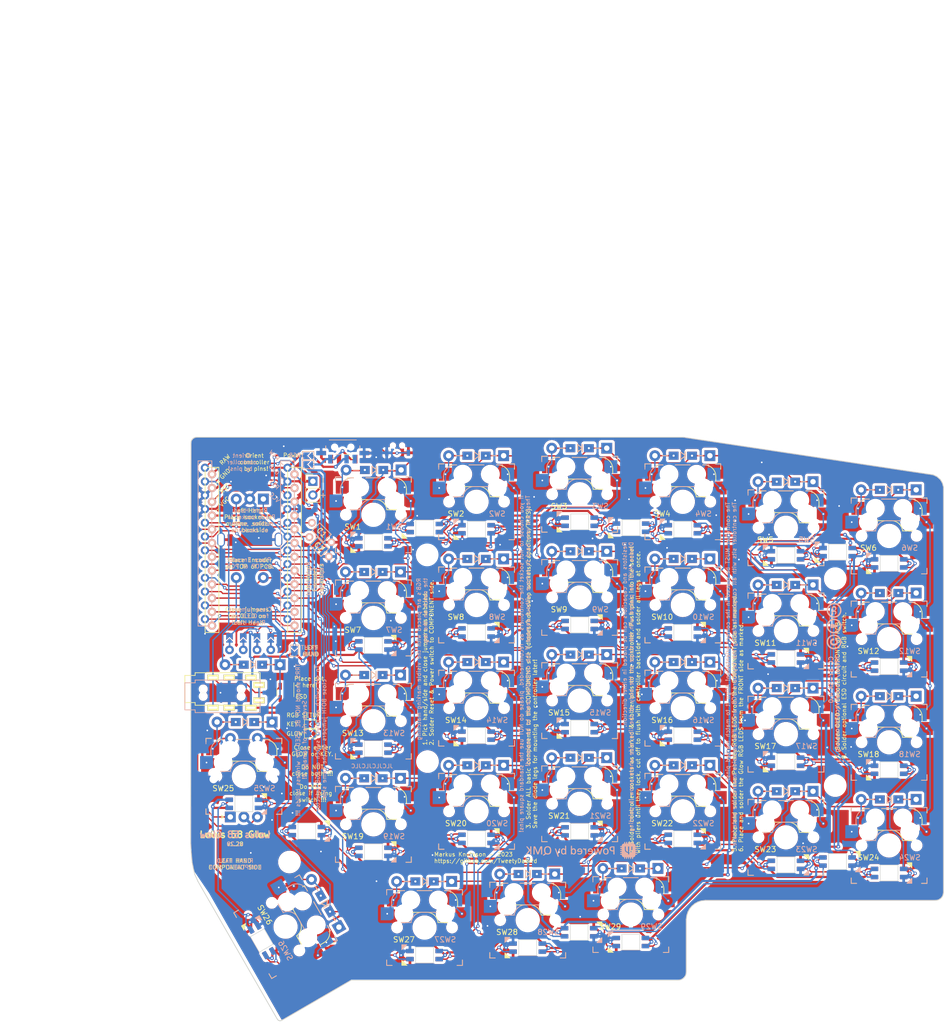
<source format=kicad_pcb>
(kicad_pcb (version 20221018) (generator pcbnew)
  (title_block (title "Lotus 58 Glow") (date "2023-12-27") (rev "v1.28") (company "Markus Knutsson <markus.knutsson@tweety.se>") (comment 1 "https://github.com/TweetyDaBird") (comment 2 "Licensed under Creative Commons BY-SA 4.0 International"))
  (layers (0 "F.Cu" signal) (31 "B.Cu" signal) (34 "B.Paste" user) (35 "F.Paste" user) (36 "B.SilkS" user "B.Silkscreen") (37 "F.SilkS" user "F.Silkscreen") (38 "B.Mask" user) (39 "F.Mask" user) (44 "Edge.Cuts" user))
  (net 0 "")
  (net 1 "/PWR_KEY")
  (net 2 "row4")
  (net 3 "Net-(D1-A)")
  (net 4 "Net-(D2-A)")
  (net 5 "row0")
  (net 6 "Net-(D3-A)")
  (net 7 "row1")
  (net 8 "Net-(D4-A)")
  (net 9 "row2")
  (net 10 "Net-(D5-A)")
  (net 11 "row3")
  (net 12 "Net-(D6-A)")
  (net 13 "Net-(D7-A)")
  (net 14 "Net-(D8-A)")
  (net 15 "Net-(D9-A)")
  (net 16 "Net-(D10-A)")
  (net 17 "Net-(D11-A)")
  (net 18 "Net-(D12-A)")
  (net 19 "Net-(D13-A)")
  (net 20 "Net-(D14-A)")
  (net 21 "Net-(D15-A)")
  (net 22 "Net-(D16-A)")
  (net 23 "Net-(D17-A)")
  (net 24 "Net-(D18-A)")
  (net 25 "Net-(D19-A)")
  (net 26 "Net-(D20-A)")
  (net 27 "Net-(D21-A)")
  (net 28 "Net-(D22-A)")
  (net 29 "Net-(D23-A)")
  (net 30 "Net-(D24-A)")
  (net 31 "Net-(D26-A)")
  (net 32 "Net-(D27-A)")
  (net 33 "VCC")
  (net 34 "GND")
  (net 35 "col0")
  (net 36 "col1")
  (net 37 "col2")
  (net 38 "col3")
  (net 39 "col4")
  (net 40 "col5")
  (net 41 "SDA")
  (net 42 "LED")
  (net 43 "SCL")
  (net 44 "RESET")
  (net 45 "Net-(D28-A)")
  (net 46 "DATA")
  (net 47 "Net-(D29-A)")
  (net 48 "Hand")
  (net 49 "B")
  (net 50 "A")
  (net 51 "Alt")
  (net 52 "Net-(D30-A)")
  (net 53 "/PWR_GLOW")
  (net 54 "unconnected-(P1-0-PadA)")
  (net 55 "unconnected-(P1-0-PadB)")
  (net 56 "unconnected-(P1-0-PadC)")
  (net 57 "unconnected-(P1-0-PadD)")
  (net 58 "Net-(LED1-DOUT)")
  (net 59 "Net-(LED2-DOUT)")
  (net 60 "Net-(LED3-DOUT)")
  (net 61 "Net-(LED4-DOUT)")
  (net 62 "Net-(LED5-DOUT)")
  (net 63 "unconnected-(LED6-DOUT-Pad2)")
  (net 64 "Net-(LED7-DOUT)")
  (net 65 "Net-(LED8-DOUT)")
  (net 66 "Net-(LED10-DIN)")
  (net 67 "Net-(LED10-DOUT)")
  (net 68 "Net-(LED11-DOUT)")
  (net 69 "Net-(LED12-DOUT)")
  (net 70 "Net-(LED13-DIN)")
  (net 71 "Net-(LED13-DOUT)")
  (net 72 "Net-(LED14-DIN)")
  (net 73 "Net-(LED15-DIN)")
  (net 74 "Net-(LED16-DIN)")
  (net 75 "Net-(LED17-DIN)")
  (net 76 "Net-(LED19-DOUT)")
  (net 77 "Net-(LED20-DOUT)")
  (net 78 "Net-(LED21-DOUT)")
  (net 79 "Net-(LED22-DOUT)")
  (net 80 "Net-(LED23-DOUT)")
  (net 81 "Net-(LED24-DOUT)")
  (net 82 "Net-(LED25-DIN)")
  (net 83 "Net-(LED25-DOUT)")
  (net 84 "Net-(LED26-DIN)")
  (net 85 "Net-(LED27-DIN)")
  (net 86 "Net-(LED28-DIN)")
  (net 87 "Net-(LED29-DIN)")
  (net 88 "Net-(LED31-DOUT)")
  (net 89 "unconnected-(J1-PadS)")
  (net 90 "Net-(LED32-DOUT)")
  (net 91 "Net-(LED33-DOUT)")
  (net 92 "RGB_LINK")
  (net 93 "Battery")
  (net 94 "/Batt")
  (net 95 "Net-(LED34-DOUT)")
  (net 100 "Net-(JP1-Pad2)")
  (net 101 "Net-(JP4-Pad2)")
  (footprint "Keyboard Common:Spacer PCB hole" (layer "F.Cu") (at 124.32538 57.40908)
    (fp_text reference "TH1" hide)
    (fp_text value "HOLE" hide)
  )
  (footprint "Keyboard Common:Spacer PCB hole" (layer "F.Cu") (at 199.7 61.8)
    (fp_text reference "TH2" hide)
    (fp_text value "HOLE" hide)
  )
  (footprint "Keyboard Common:Spacer PCB hole" (layer "F.Cu") (at 124.3965 95.5675)
    (fp_text reference "TH3" hide)
    (fp_text value "HOLE" hide)
  )
  (footprint "Keyboard Common:Spacer PCB hole" (layer "F.Cu") (at 199.7 100)
    (fp_text reference "TH4" hide)
    (fp_text value "HOLE" hide)
  )
  (footprint "Keyboard Common:Spacer PCB hole" (layer "F.Cu") (at 98.8949 114.1095 90)
    (fp_text reference "TH5" hide)
    (fp_text value "HOLE" hide)
  )
  (footprint "Keyboard Common:SSD1306-0.91-OLED-4pin-128x32 doublesided" (layer "F.Cu") (at 91.6305 56.4435 -90)
    (fp_text reference "P1" hide)
    (fp_text value "OLED")
  )
  (footprint "Keyboard Library:RotaryEncoder_Alps_EC11E-Switch_Vertical_H20_special" (layer "F.Cu") (at 91.567 54.594 -90)
    (fp_text reference "SW30" hide)
    (fp_text value "Rotary_Encoder_Switch")
  )
  (footprint "Keyboard Controllers:ProMicro_Reversible_orig" (layer "F.Cu") (at 92.109 56.1)
    (fp_text reference "U1" hide)
    (fp_text value "ProMicro" hide)
  )
  (footprint "Common Library:MJ-4PP-9_alim" (layer "F.Cu") (at 81.4705 82.169 90)
    (fp_text reference "J1" hide)
    (fp_text value "PJ-320A" hide)
  )
  (footprint "Keyboard Library:RotaryEncoder_Alps_EC11E-Switch_Special" (layer "F.Cu") (at 90.4748 98.2853 90)
    (fp_text reference "SW31" hide)
    (fp_text value "Rotary_Encoder_Switch")
  )
  (footprint "Keyboard Common:Jumper_min_v2" (layer "F.Cu") (at 99.82 75.12 90)
    (fp_text reference "JP2" hide)
    (fp_text value "LEFT" hide)
  )
  (footprint "Keyboard RGB:MX_SK6812MINI-E_REVERSIBLE" (layer "F.Cu") (at 114.4 55.08 180)
    (fp_text reference "LED7" hide)
    (fp_text value "SK6812MINI-E")
    (fp_line (start -1.65 -1.45) (end 1.65 -1.45) (stroke (width 0.1)) (layer "Edge.Cuts"))
    (fp_line (start -1.65 1.45) (end -1.65 -1.45) (stroke (width 0.1)) (layer "Edge.Cuts"))
    (fp_line (start 1.65 -1.45) (end 1.65 1.45) (stroke (width 0.1)) (layer "Edge.Cuts"))
    (fp_line (start 1.65 1.45) (end -1.65 1.45) (stroke (width 0.1)) (layer "Edge.Cuts"))
  )
  (footprint "Keyboard RGB:MX_SK6812MINI-E_REVERSIBLE" (layer "F.Cu") (at 133.45 52.68 180)
    (fp_text reference "LED8" hide)
    (fp_text value "SK6812MINI-E")
    (fp_line (start -1.65 -1.45) (end 1.65 -1.45) (stroke (width 0.1)) (layer "Edge.Cuts"))
    (fp_line (start -1.65 1.45) (end -1.65 -1.45) (stroke (width 0.1)) (layer "Edge.Cuts"))
    (fp_line (start 1.65 -1.45) (end 1.65 1.45) (stroke (width 0.1)) (layer "Edge.Cuts"))
    (fp_line (start 1.65 1.45) (end -1.65 1.45) (stroke (width 0.1)) (layer "Edge.Cuts"))
  )
  (footprint "Keyboard RGB:MX_SK6812MINI-E_REVERSIBLE" (layer "F.Cu") (at 152.5 51.29 180)
    (fp_text reference "LED9" hide)
    (fp_text value "SK6812MINI-E")
    (fp_line (start -1.65 -1.45) (end 1.65 -1.45) (stroke (width 0.1)) (layer "Edge.Cuts"))
    (fp_line (start -1.65 1.45) (end -1.65 -1.45) (stroke (width 0.1)) (layer "Edge.Cuts"))
    (fp_line (start 1.65 -1.45) (end 1.65 1.45) (stroke (width 0.1)) (layer "Edge.Cuts"))
    (fp_line (start 1.65 1.45) (end -1.65 1.45) (stroke (width 0.1)) (layer "Edge.Cuts"))
  )
  (footprint "Keyboard RGB:MX_SK6812MINI-E_REVERSIBLE" (layer "F.Cu") (at 171.55 52.68 180)
    (fp_text reference "LED10" hide)
    (fp_text value "SK6812MINI-E")
    (fp_line (start -1.65 -1.45) (end 1.65 -1.45) (stroke (width 0.1)) (layer "Edge.Cuts"))
    (fp_line (start -1.65 1.45) (end -1.65 -1.45) (stroke (width 0.1)) (layer "Edge.Cuts"))
    (fp_line (start 1.65 -1.45) (end 1.65 1.45) (stroke (width 0.1)) (layer "Edge.Cuts"))
    (fp_line (start 1.65 1.45) (end -1.65 1.45) (stroke (width 0.1)) (layer "Edge.Cuts"))
  )
  (footprint "Keyboard RGB:MX_SK6812MINI-E_REVERSIBLE" (layer "F.Cu") (at 190.6 57.48 180)
    (fp_text reference "LED11" hide)
    (fp_text value "SK6812MINI-E")
    (fp_line (start -1.65 -1.45) (end 1.65 -1.45) (stroke (width 0.1)) (layer "Edge.Cuts"))
    (fp_line (start -1.65 1.45) (end -1.65 -1.45) (stroke (width 0.1)) (layer "Edge.Cuts"))
    (fp_line (start 1.65 -1.45) (end 1.65 1.45) (stroke (width 0.1)) (layer "Edge.Cuts"))
    (fp_line (start 1.65 1.45) (end -1.65 1.45) (stroke (width 0.1)) (layer "Edge.Cuts"))
  )
  (footprint "Keyboard RGB:MX_SK6812MINI-E_REVERSIBLE" (layer "F.Cu") (at 209.65 58.98 180)
    (fp_text reference "LED12" hide)
    (fp_text value "SK6812MINI-E")
    (fp_line (start -1.65 -1.45) (end 1.65 -1.45) (stroke (width 0.1)) (layer "Edge.Cuts"))
    (fp_line (start -1.65 1.45) (end -1.65 -1.45) (stroke (width 0.1)) (layer "Edge.Cuts"))
    (fp_line (start 1.65 -1.45) (end 1.65 1.45) (stroke (width 0.1)) (layer "Edge.Cuts"))
    (fp_line (start 1.65 1.45) (end -1.65 1.45) (stroke (width 0.1)) (layer "Edge.Cuts"))
  )
  (footprint "Keyboard RGB:MX_SK6812MINI-E_REVERSIBLE" (layer "F.Cu") (at 114.4 74.13)
    (fp_text reference "LED13" hide)
    (fp_text value "SK6812MINI-E")
    (fp_line (start -1.65 -1.45) (end 1.65 -1.45) (stroke (width 0.1)) (layer "Edge.Cuts"))
    (fp_line (start -1.65 1.45) (end -1.65 -1.45) (stroke (width 0.1)) (layer "Edge.Cuts"))
    (fp_line (start 1.65 -1.45) (end 1.65 1.45) (stroke (width 0.1)) (layer "Edge.Cuts"))
    (fp_line (start 1.65 1.45) (end -1.65 1.45) (stroke (width 0.1)) (layer "Edge.Cuts"))
  )
  (footprint "Keyboard RGB:MX_SK6812MINI-E_REVERSIBLE" (layer "F.Cu") (at 133.45 71.73)
    (fp_text reference "LED14" hide)
    (fp_text value "SK6812MINI-E")
    (fp_line (start -1.65 -1.45) (end 1.65 -1.45) (stroke (width 0.1)) (layer "Edge.Cuts"))
    (fp_line (start -1.65 1.45) (end -1.65 -1.45) (stroke (width 0.1)) (layer "Edge.Cuts"))
    (fp_line (start 1.65 -1.45) (end 1.65 1.45) (stroke (width 0.1)) (layer "Edge.Cuts"))
    (fp_line (start 1.65 1.45) (end -1.65 1.45) (stroke (width 0.1)) (layer "Edge.Cuts"))
  )
  (footprint "Keyboard RGB:MX_SK6812MINI-E_REVERSIBLE" (layer "F.Cu") (at 152.5 70.34)
    (fp_text reference "LED15" hide)
    (fp_text value "SK6812MINI-E")
    (fp_line (start -1.65 -1.45) (end 1.65 -1.45) (stroke (width 0.1)) (layer "Edge.Cuts"))
    (fp_line (start -1.65 1.45) (end -1.65 -1.45) (stroke (width 0.1)) (layer "Edge.Cuts"))
    (fp_line (start 1.65 -1.45) (end 1.65 1.45) (stroke (width 0.1)) (layer "Edge.Cuts"))
    (fp_line (start 1.65 1.45) (end -1.65 1.45) (stroke (width 0.1)) (layer "Edge.Cuts"))
  )
  (footprint "Keyboard RGB:MX_SK6812MINI-E_REVERSIBLE" (layer "F.Cu") (at 171.55 71.73)
    (fp_text reference "LED16" hide)
    (fp_text value "SK6812MINI-E")
    (fp_line (start -1.65 -1.45) (end 1.65 -1.45) (stroke (width 0.1)) (layer "Edge.Cuts"))
    (fp_line (start -1.65 1.45) (end -1.65 -1.45) (stroke (width 0.1)) (layer "Edge.Cuts"))
    (fp_line (start 1.65 -1.45) (end 1.65 1.45) (stroke (width 0.1)) (layer "Edge.Cuts"))
    (fp_line (start 1.65 1.45) (end -1.65 1.45) (stroke (width 0.1)) (layer "Edge.Cuts"))
  )
  (footprint "Keyboard RGB:MX_SK6812MINI-E_REVERSIBLE" (layer "F.Cu") (at 190.6 76.53)
    (fp_text reference "LED17" hide)
    (fp_text value "SK6812MINI-E")
    (fp_line (start -1.65 -1.45) (end 1.65 -1.45) (stroke (width 0.1)) (layer "Edge.Cuts"))
    (fp_line (start -1.65 1.45) (end -1.65 -1.45) (stroke (width 0.1)) (layer "Edge.Cuts"))
    (fp_line (start 1.65 -1.45) (end 1.65 1.45) (stroke (width 0.1)) (layer "Edge.Cuts"))
    (fp_line (start 1.65 1.45) (end -1.65 1.45) (stroke (width 0.1)) (layer "Edge.Cuts"))
  )
  (footprint "Keyboard RGB:MX_SK6812MINI-E_REVERSIBLE" (layer "F.Cu") (at 209.65 78.03)
    (fp_text reference "LED18" hide)
    (fp_text value "SK6812MINI-E")
    (fp_line (start -1.65 -1.45) (end 1.65 -1.45) (stroke (width 0.1)) (layer "Edge.Cuts"))
    (fp_line (start -1.65 1.45) (end -1.65 -1.45) (stroke (width 0.1)) (layer "Edge.Cuts"))
    (fp_line (start 1.65 -1.45) (end 1.65 1.45) (stroke (width 0.1)) (layer "Edge.Cuts"))
    (fp_line (start 1.65 1.45) (end -1.65 1.45) (stroke (width 0.1)) (layer "Edge.Cuts"))
  )
  (footprint "Keyboard RGB:MX_SK6812MINI-E_REVERSIBLE" (layer "F.Cu") (at 114.4 93.18 180)
    (fp_text reference "LED19" hide)
    (fp_text value "SK6812MINI-E")
    (fp_line (start -1.65 -1.45) (end 1.65 -1.45) (stroke (width 0.1)) (layer "Edge.Cuts"))
    (fp_line (start -1.65 1.45) (end -1.65 -1.45) (stroke (width 0.1)) (layer "Edge.Cuts"))
    (fp_line (start 1.65 -1.45) (end 1.65 1.45) (stroke (width 0.1)) (layer "Edge.Cuts"))
    (fp_line (start 1.65 1.45) (end -1.65 1.45) (stroke (width 0.1)) (layer "Edge.Cuts"))
  )
  (footprint "Keyboard RGB:MX_SK6812MINI-E_REVERSIBLE" (layer "F.Cu") (at 133.45 90.78 180)
    (fp_text reference "LED20" hide)
    (fp_text value "SK6812MINI-E")
    (fp_line (start -1.65 -1.45) (end 1.65 -1.45) (stroke (width 0.1)) (layer "Edge.Cuts"))
    (fp_line (start -1.65 1.45) (end -1.65 -1.45) (stroke (width 0.1)) (layer "Edge.Cuts"))
    (fp_line (start 1.65 -1.45) (end 1.65 1.45) (stroke (width 0.1)) (layer "Edge.Cuts"))
    (fp_line (start 1.65 1.45) (end -1.65 1.45) (stroke (width 0.1)) (layer "Edge.Cuts"))
  )
  (footprint "Keyboard RGB:MX_SK6812MINI-E_REVERSIBLE" (layer "F.Cu") (at 152.5 89.39 180)
    (fp_text reference "LED21" hide)
    (fp_text value "SK6812MINI-E")
    (fp_line (start -1.65 -1.45) (end 1.65 -1.45) (stroke (width 0.1)) (layer "Edge.Cuts"))
    (fp_line (start -1.65 1.45) (end -1.65 -1.45) (stroke (width 0.1)) (layer "Edge.Cuts"))
    (fp_line (start 1.65 -1.45) (end 1.65 1.45) (stroke (width 0.1)) (layer "Edge.Cuts"))
    (fp_line (start 1.65 1.45) (end -1.65 1.45) (stroke (width 0.1)) (layer "Edge.Cuts"))
  )
  (footprint "Keyboard RGB:MX_SK6812MINI-E_REVERSIBLE" (layer "F.Cu") (at 171.55 90.78 180)
    (fp_text reference "LED22" hide)
    (fp_text value "SK6812MINI-E")
    (fp_line (start -1.65 -1.45) (end 1.65 -1.45) (stroke (width 0.1)) (layer "Edge.Cuts"))
    (fp_line (start -1.65 1.45) (end -1.65 -1.45) (stroke (width 0.1)) (layer "Edge.Cuts"))
    (fp_line (start 1.65 -1.45) (end 1.65 1.45) (stroke (width 0.1)) (layer "Edge.Cuts"))
    (fp_line (start 1.65 1.45) (end -1.65 1.45) (stroke (width 0.1)) (layer "Edge.Cuts"))
  )
  (footprint "Keyboard RGB:MX_SK6812MINI-E_REVERSIBLE" (layer "F.Cu") (at 190.6 95.58 180)
    (fp_text reference "LED23" hide)
    (fp_text value "SK6812MINI-E")
    (fp_line (start -1.65 -1.45) (end 1.65 -1.45) (stroke (width 0.1)) (layer "Edge.Cuts"))
    (fp_line (start -1.65 1.45) (end -1.65 -1.45) (stroke (width 0.1)) (layer "Edge.Cuts"))
    (fp_line (start 1.65 -1.45) (end 1.65 1.45) (stroke (width 0.1)) (layer "Edge.Cuts"))
    (fp_line (start 1.65 1.45) (end -1.65 1.45) (stroke (width 0.1)) (layer "Edge.Cuts"))
  )
  (footprint "Keyboard RGB:MX_SK6812MINI-E_REVERSIBLE" (layer "F.Cu") (at 209.65 97.08 180)
    (fp_text reference "LED24" hide)
    (fp_text value "SK6812MINI-E")
    (fp_line (start -1.65 -1.45) (end 1.65 -1.45) (stroke (width 0.1)) (layer "Edge.Cuts"))
    (fp_line (start -1.65 1.45) (end -1.65 -1.45) (stroke (width 0.1)) (layer "Edge.Cuts"))
    (fp_line (start 1.65 -1.45) (end 1.65 1.45) (stroke (width 0.1)) (layer "Edge.Cuts"))
    (fp_line (start 1.65 1.45) (end -1.65 1.45) (stroke (width 0.1)) (layer "Edge.Cuts"))
  )
  (footprint "Keyboard RGB:MX_SK6812MINI-E_REVERSIBLE" (layer "F.Cu") (at 114.4 112.23)
    (fp_text reference "LED25" hide)
    (fp_text value "SK6812MINI-E")
    (fp_line (start -1.65 -1.45) (end 1.65 -1.45) (stroke (width 0.1)) (layer "Edge.Cuts"))
    (fp_line (start -1.65 1.45) (end -1.65 -1.45) (stroke (width 0.1)) (layer "Edge.Cuts"))
    (fp_line (start 1.65 -1.45) (end 1.65 1.45) (stroke (width 0.1)) (layer "Edge.Cuts"))
    (fp_line (start 1.65 1.45) (end -1.65 1.45) (stroke (width 0.1)) (layer "Edge.Cuts"))
  )
  (footprint "Keyboard RGB:MX_SK6812MINI-E_REVERSIBLE" (layer "F.Cu") (at 133.45 109.83)
    (fp_text reference "LED26" hide)
    (fp_text value "SK6812MINI-E")
    (fp_line (start -1.65 -1.45) (end 1.65 -1.45) (stroke (width 0.1)) (layer "Edge.Cuts"))
    (fp_line (start -1.65 1.45) (end -1.65 -1.45) (stroke (width 0.1)) (layer "Edge.Cuts"))
    (fp_line (start 1.65 -1.45) (end 1.65 1.45) (stroke (width 0.1)) (layer "Edge.Cuts"))
    (fp_line (start 1.65 1.45) (end -1.65 1.45) (stroke (width 0.1)) (layer "Edge.Cuts"))
  )
  (footprint "Keyboard RGB:MX_SK6812MINI-E_REVERSIBLE" (layer "F.Cu") (at 152.5 108.44)
    (fp_text reference "LED27" hide)
    (fp_text value "SK6812MINI-E")
    (fp_line (start -1.65 -1.45) (end 1.65 -1.45) (stroke (width 0.1)) (layer "Edge.Cuts"))
    (fp_line (start -1.65 1.45) (end -1.65 -1.45) (stroke (width 0.1)) (layer "Edge.Cuts"))
    (fp_line (start 1.65 -1.45) (end 1.65 1.45) (stroke (width 0.1)) (layer "Edge.Cuts"))
    (fp_line (start 1.65 1.45) (end -1.65 1.45) (stroke (width 0.1)) (layer "Edge.Cuts"))
  )
  (footprint "Keyboard RGB:MX_SK6812MINI-E_REVERSIBLE" (layer "F.Cu") (at 171.55 109.83)
    (fp_text reference "LED28" hide)
    (fp_text value "SK6812MINI-E")
    (fp_line (start -1.65 -1.45) (end 1.65 -1.45) (stroke (width 0.1)) (layer "Edge.Cuts"))
    (fp_line (start -1.65 1.45) (end -1.65 -1.45) (stroke (width 0.1)) (layer "Edge.Cuts"))
    (fp_line (start 1.65 -1.45) (end 1.65 1.45) (stroke (width 0.1)) (layer "Edge.Cuts"))
    (fp_line (start 1.65 1.45) (end -1.65 1.45) (stroke (width 0.1)) (layer "Edge.Cuts"))
  )
  (footprint "Keyboard RGB:MX_SK6812MINI-E_REVERSIBLE" (layer "F.Cu") (at 190.6 114.63)
    (fp_text reference "LED29" hide)
    (fp_text value "SK6812MINI-E")
    (fp_line (start -1.65 -1.45) (end 1.65 -1.45) (stroke (width 0.1)) (layer "Edge.Cuts"))
    (fp_line (start -1.65 1.45) (end -1.65 -1.45) (stroke (width 0.1)) (layer "Edge.Cuts"))
    (fp_line (start 1.65 -1.45) (end 1.65 1.45) (stroke (width 0.1)) (layer "Edge.Cuts"))
    (fp_line (start 1.65 1.45) (end -1.65 1.45) (stroke (width 0.1)) (layer "Edge.Cuts"))
  )
  (footprint "Keyboard RGB:MX_SK6812MINI-E_REVERSIBLE" (layer "F.Cu") (at 209.65 116.13)
    (fp_text reference "LED30" hide)
    (fp_text value "SK6812MINI-E")
    (fp_line (start -1.65 -1.45) (end 1.65 -1.45) (stroke (width 0.1)) (layer "Edge.Cuts"))
    (fp_line (start -1.65 1.45) (end -1.65 -1.45) (stroke (width 0.1)) (layer "Edge.Cuts"))
    (fp_line (start 1.65 -1.45) (end 1.65 1.45) (stroke (width 0.1)) (layer "Edge.Cuts"))
    (fp_line (start 1.65 1.45) (end -1.65 1.45) (stroke (width 0.1)) (layer "Edge.Cuts"))
  )
  (footprint "Keyboard RGB:MX_SK6812MINI-E_REVERSIBLE" (layer "F.Cu") (at 90.4748 103.3653)
    (fp_text reference "LED31" hide)
    (fp_text value "SK6812MINI-E")
    (fp_line (start -1.65 -1.45) (end 1.65 -1.45) (stroke (width 0.1)) (layer "Edge.Cuts"))
    (fp_line (start -1.65 1.45) (end -1.65 -1.45) (stroke (width 0.1)) (layer "Edge.Cuts"))
    (fp_line (start 1.65 -1.45) (end 1.65 1.45) (stroke (width 0.1)) (layer "Edge.Cuts"))
    (fp_line (start 1.65 1.45) (end -1.65 1.45) (stroke (width 0.1)) (layer "Edge.Cuts"))
  )
  (footprint "Keyboard RGB:MX_SK6812MINI-E_REVERSIBLE" (layer "F.Cu") (at 93.771591 128.587499 120)
    (fp_text reference "LED32" hide)
    (fp_text value "SK6812MINI-E")
    (fp_line (start -1.65 -1.45) (end 1.65 -1.45) (stroke (width 0.1)) (layer "Edge.Cuts"))
    (fp_line (start -1.65 1.45) (end -1.65 -1.45) (stroke (width 0.1)) (layer "Edge.Cuts"))
    (fp_line (start 1.65 -1.45) (end 1.65 1.45) (stroke (width 0.1)) (layer "Edge.Cuts"))
    (fp_line (start 1.65 1.45) (end -1.65 1.45) (stroke (width 0.1)) (layer "Edge.Cuts"))
  )
  (footprint "Keyboard RGB:MX_SK6812MINI-E_REVERSIBLE" (layer "F.Cu") (at 123.85 131.28 180)
    (fp_text reference "LED33" hide)
    (fp_text value "SK6812MINI-E")
    (fp_line (start -1.65 -1.45) (end 1.65 -1.45) (stroke (width 0.1)) (layer "Edge.Cuts"))
    (fp_line (start -1.65 1.45) (end -1.65 -1.45) (stroke (width 0.1)) (layer "Edge.Cuts"))
    (fp_line (start 1.65 -1.45) (end 1.65 1.45) (stroke (width 0.1)) (layer "Edge.Cuts"))
    (fp_line (start 1.65 1.45) (end -1.65 1.45) (stroke (width 0.1)) (layer "Edge.Cuts"))
  )
  (footprint "Keyboard RGB:MX_SK6812MINI-E_REVERSIBLE" (layer "F.Cu") (at 142.8977 129.9083 180)
    (fp_text reference "LED34" hide)
    (fp_text value "SK6812MINI-E")
    (fp_line (start -1.65 -1.45) (end 1.65 -1.45) (stroke (width 0.1)) (layer "Edge.Cuts"))
    (fp_line (start -1.65 1.45) (end -1.65 -1.45) (stroke (width 0.1)) (layer "Edge.Cuts"))
    (fp_line (start 1.65 -1.45) (end 1.65 1.45) (stroke (width 0.1)) (layer "Edge.Cuts"))
    (fp_line (start 1.65 1.45) (end -1.65 1.45) (stroke (width 0.1)) (layer "Edge.Cuts"))
  )
  (footprint "Keyboard RGB:MX_SK6812MINI-E_REVERSIBLE" (layer "F.Cu") (at 161.95 128.88 180)
    (fp_text reference "LED35" hide)
    (fp_text value "SK6812MINI-E")
    (fp_line (start -1.65 -1.45) (end 1.65 -1.45) (stroke (width 0.1)) (layer "Edge.Cuts"))
    (fp_line (start -1.65 1.45) (end -1.65 -1.45) (stroke (width 0.1)) (layer "Edge.Cuts"))
    (fp_line (start 1.65 -1.45) (end 1.65 1.45) (stroke (width 0.1)) (layer "Edge.Cuts"))
    (fp_line (start 1.65 1.45) (end -1.65 1.45) (stroke (width 0.1)) (layer "Edge.Cuts"))
  )
  (footprint "Keyboard Common:MSK12C02" (layer "F.Cu") (at 108.74 37.52 180)
    (fp_text reference "S1" hide)
    (fp_text value "MSK12C02" hide)
  )
  (footprint "Connector_PinHeader_2.54mm:PinHeader_1x02_P2.54mm_Vertical" (layer "F.Cu") (at 103.22 43.82)
    (fp_text reference "J2" hide)
    (fp_text value "Conn_01x02")
  )
  (footprint "Keyboard Library:Diode_DO35_SOD123" (layer "F.Cu") (at 92.1512 77.6732 180)
    (fp_text reference "D30" hide)
    (fp_text value "1N4148/1N4148W" hide)
  )
  (footprint "Keyboard Common:Jumper_min_v2" (layer "F.Cu") (at 102.726 90.416)
    (fp_text reference "JP5" hide)
    (fp_text value "FULL" hide)
  )
  (footprint "Keyboard Common:Jumper_min_v2" (layer "F.Cu") (at 102.342 39.11)
    (fp_text reference "JP1" hide)
    (fp_text value "FULL" hide)
  )
  (footprint "Keyboard Common:Jumper_min_v2" (layer "F.Cu") (at 102.342 40.71)
    (fp_text reference "JP4" hide)
    (fp_text value "FULL" hide)
  )
  (footprint "Keyboard Common:YTS-A002" (layer "F.Cu") (at 118.86 37.21)
    (fp_text reference "RES2" hide)
    (fp_text value "TS-A002" hide)
  )
  (footprint "Package_TO_SOT_SMD:SOT-23-6" (layer "F.Cu") (at 98.14 82.8 -90)
    (fp_text reference "U2" hide)
    (fp_text value "SRV05-4")
  )
  (footprint "Keyboard Common:Jumper_min_v2" (layer "F.Cu") (at 102.726 88.646)
    (fp_text reference "JP6" hide)
    (fp_text value "FULL" hide)
  )
  (footprint "Keyboard Library:Diode_DO35_SOD123" (layer "B.Cu") (at 114.52 41.73 180)
    (fp_text reference "D1" hide)
    (fp_text value "1N4148/1N4148W" hide)
  )
  (footprint "Keyboard Library:Diode_DO35_SOD123" (layer "B.Cu") (at 152.5 37.71 180)
    (fp_text reference "D3" hide)
    (fp_text value "1N4148/1N4148W" hide)
  )
  (footprint "Keyboard Library:Diode_DO35_SOD123" (layer "B.Cu") (at 171.55 39.1 180)
    (fp_text reference "D4" hide)
    (fp_text value "1N4148/1N4148W" hide)
  )
  (footprint "Keyboard Library:Diode_DO35_SOD123" (layer "B.Cu") (at 209.65 45.4 180)
    (fp_text reference "D6" hide)
    (fp_text value "1N4148/1N4148W" hide)
  )
  (footprint "Keyboard Library:Diode_DO35_SOD123" (layer "B.Cu") (at 152.5 56.76 180)
    (fp_text reference "D9" hide)
    (fp_text value "1N4148/1N4148W" hide)
  )
  (footprint "Keyboard Library:Diode_DO35_SOD123" (layer "B.Cu") (at 171.55 58.15 180)
    (fp_text reference "D10" hide)
    (fp_text value "1N4148/1N4148W" hide)
  )
  (footprint "Keyboard Library:Diode_DO35_SOD123" (layer "B.Cu") (at 190.6 62.95 180)
    (fp_text reference "D11" hide)
    (fp_text value "1N4148/1N4148W" hide)
  )
  (footprint "Keyboard Library:Diode_DO35_SOD123" (layer "B.Cu") (at 209.65 64.45 180)
    (fp_text reference "D12" hide)
    (fp_text value "1N4148/1N4148W" hide)
  )
  (footprint "Keyboard Library:Diode_DO35_SOD123" (layer "B.Cu") (at 114.4 79.6 180)
    (fp_text reference "D13" hide)
    (fp_text value "1N4148/1N4148W" hide)
  )
  (footprint "Keyboard Library:Diode_DO35_SOD123" (layer "B.Cu") (at 133.45 77.2 180)
    (fp_text reference "D14" hide)
    (fp_text value "1N4148/1N4148W" hide)
  )
  (footprint "Keyboard Library:Diode_DO35_SOD123" (layer "B.Cu") (at 152.5 75.81 180)
    (fp_text reference "D15" hide)
    (fp_text value "1N4148/1N4148W" hide)
  )
  (footprint "Keyboard Library:Diode_DO35_SOD123" (layer "B.Cu") (at 171.55 77.2 180)
    (fp_text reference "D16" hide)
    (fp_text value "1N4148/1N4148W" hide)
  )
  (footprint "Keyboard Library:Diode_DO35_SOD123" (layer "B.Cu") (at 209.65 83.5 180)
    (fp_text reference "D18" hide)
    (fp_text value "1N4148/1N4148W" hide)
  )
  (footprint "Keyboard Library:Diode_DO35_SOD123" (layer "B.Cu") (at 114.4 98.65 180)
    (fp_text reference "D19" hide)
    (fp_text value "1N4148/1N4148W" hide)
  )
  (footprint "Keyboard Library:Diode_DO35_SOD123" (layer "B.Cu") (at 133.45 96.25 180)
    (fp_text reference "D20" hide)
    (fp_text value "1N4148/1N4148W" hide)
  )
  (footprint "Keyboard Library:Diode_DO35_SOD123" (layer "B.Cu") (at 152.5 94.86 180)
    (fp_text reference "D21" hide)
    (fp_text value "1N4148/1N4148W" hide)
  )
  (footprint "Keyboard Library:Diode_DO35_SOD123" (layer "B.Cu") (at 171.55 96.25 180)
    (fp_text reference "D22" hide)
    (fp_text value "1N4148/1N4148W" hide)
  )
  (footprint "Keyboard Library:Diode_DO35_SOD123" (layer "B.Cu") (at 190.6 101.05 180)
    (fp_text reference "D23" hide)
    (fp_text value "1N4148/1N4148W" hide)
  )
  (footprint "Keyboard Library:Diode_DO35_SOD123" (layer "B.Cu") (at 105.532215 121.797501 120)
    (fp_text reference "D26" hide)
    (fp_text value "1N4148/1N4148W" hide)
  )
  (footprint "Keyboard Library:Diode_DO35_SOD123" (layer "B.Cu") (at 123.85 117.7 180)
    (fp_text reference "D27" hide)
    (fp_text value "1N4148/1N4148W" hide)
  )
  (footprint "Keyboard Switches:SW_MX_HotSwap_Reversible" (layer "B.Cu") (at 133.45 47.6 180)
    (fp_text reference "SW2" hide)
    (fp_text value "Kailh hotswap MX socket" hide)
  )
  (footprint "Keyboard Switches:SW_MX_HotSwap_Reversible" (layer "B.Cu") (at 152.5 46.21 180)
    (fp_text reference "SW3" hide)
    (fp_text value "Kailh hotswap MX socket" hide)
  )
  (footprint "Keyboard Switches:SW_MX_HotSwap_Reversible" (layer "B.Cu") (at 171.55 47.6 180)
    (fp_text reference "SW4" hide)
    (fp_text value "Kailh hotswap MX socket" hide)
  )
  (footprint "Keyboard Switches:SW_MX_HotSwap_Reversible" (layer "B.Cu") (at 209.65 53.9 180)
    (fp_text reference "SW6" hide)
    (fp_text value "Kailh hotswap MX socket" hide)
  )
  (footprint "Keyboard Switches:SW_MX_HotSwap_Reversible" (layer "B.Cu") (at 114.4 69.05 180)
    (fp_text reference "SW7" hide)
    (fp_text value "Kailh hotswap MX socket" hide)
  )
  (footprint "Keyboard Switches:SW_MX_HotSwap_Reversible" (layer "B.Cu") (at 152.5 65.26 180)
    (fp_text reference "SW9" hide)
    (fp_text value "Kailh hotswap MX socket" hide)
  )
  (footprint "Keyboard Switches:SW_MX_HotSwap_Reversible" (layer "B.Cu") (at 171.55 66.65 180)
    (fp_text reference "SW10" hide)
    (fp_text value "Kailh hotswap MX socket" hide)
  )
  (footprint "Keyboard Switches:SW_MX_HotSwap_Reversible" (layer "B.Cu") (at 190.6 71.45 180)
    (fp_text reference "SW11" hide)
    (fp_text value "Kailh hotswap MX socket" hide)
  )
  (footprint "Keyboard Switches:SW_MX_HotSwap_Reversible" (layer "B.Cu") (at 209.65 72.95 180)
    (fp_text reference "SW12" hide)
    (fp_text value "Kailh hotswap MX socket" hide)
  )
  (footprint "Keyboard Switches:SW_MX_HotSwap_Reversible" (layer "B.Cu") (at 114.4 88.1 180)
    (fp_text reference "SW13" hide)
    (fp_text value "Kailh hotswap MX socket" hide)
  )
  (footprint "Keyboard Switches:SW_MX_HotSwap_Reversible" (layer "B.Cu") (at 133.45 85.7 180)
    (fp_text reference "SW14" hide)
    (fp_text value "Kailh hotswap MX socket" hide)
  )
  (footprint "Keyboard Switches:SW_MX_HotSwap_Reversible" (layer "B.Cu") (at 152.5 84.31 180)
    (fp_text reference "SW15" hide)
    (fp_text value "Kailh hotswap MX socket" hide)
  )
  (footprint "Keyboard Switches:SW_MX_HotSwap_Reversible" (layer "B.Cu") (at 190.6 90.5 180)
    (fp_text reference "SW17" hide)
    (fp_text value "Kailh hotswap MX socket" hide)
  )
  (footprint "Keyboard Switches:SW_MX_HotSwap_Reversible" (layer "B.Cu") (at 209.65 92 180)
    (fp_text reference "SW18" hide)
    (fp_text value "Kailh hotswap MX socket" hide)
  )
  (footprint "Keyboard Switches:SW_MX_HotSwap_Reversible" (layer "B.Cu") (at 114.4 107.15 180)
    (fp_text reference "SW19" hide)
    (fp_text value "Kailh hotswap MX socket" hide)
  )
  (footprint "Keyboard Switches:SW_MX_HotSwap_Reversible" (layer "B.Cu") (at 133.45 104.75 180)
    (fp_text reference "SW20" hide)
    (fp_text value "Kailh hotswap MX socket" hide)
  )
  (footprint "Keyboard Switches:SW_MX_HotSwap_Reversible" (layer "B.Cu") (at 152.5 103.36 180)
    (fp_text reference "SW21" hide)
    (fp_text value "Kailh hotswap MX socket" hide)
  )
  (footprint "Keyboard Switches:SW_MX_HotSwap_Reversible" (layer "B.Cu") (at 171.55 104.75 180)
    (fp_text reference "SW22" hide)
    (fp_text value "Kailh hotswap MX socket" hide)
  )
  (footprint "Keyboard Switches:SW_MX_HotSwap_Reversible" (layer "B.Cu") (at 190.6 109.55 180)
    (fp_text reference "SW23" hide)
    (fp_text value "Kailh hotswap MX socket" hide)
  )
  (footprint "Keyboard Switches:SW_MX_HotSwap_Reversible" (layer "B.Cu") (at 123.85 126.2 180)
    (fp_text reference "SW27" hide)
    (fp_text value "Kailh hotswap MX socket" hide)
  )
  (footprint "Keyboard Switches:SW_MX_HotSwap_Reversible" (layer "B.Cu") (at 142.8977 124.8283 180)
    (fp_text reference "SW28" hide)
    (fp_text value "Kailh hotswap MX socket" hide)
  )
  (footprint "Keyboard Switches:SW_MX_HotSwap_Reversible" (layer "B.Cu") (at 161.95 123.8 180)
    (fp_text reference "SW29" hide)
    (fp_text value "Kailh hotswap MX socket" hide)
  )
  (footprint "Keyboard Switches:SW_MX_HotSwap_Reversible" (layer "B.Cu") (at 114.4 50 180)
    (fp_text reference "SW1" hide)
    (fp_text value "Kailh hotswap MX socket" hide)
  )
  (footprint "Keyboard Library:Diode_DO35_SOD123" (layer "B.Cu") (at 209.65 102.55 180)
    (fp_text reference "D24" hide)
    (fp_text value "1N4148/1N4148W" hide)
  )
  (footprint "Keyboard Switches:SW_MX_HotSwap_Reversible" (layer "B.Cu") (at 90.4748 98.2853 180)
    (fp_text reference "SW25" hide)
    (fp_text value "Kailh hotswap MX socket" hide)
  )
  (footprint "Keyboard Switches:SW_MX_HotSwap_Reversible" (layer "B.Cu") (at 209.65 111.05 180)
    (fp_text reference "SW24" hide)
    (fp_text value "Kailh hotswap MX socket" hide)
  )
  (footprint "Keyboard Library:Diode_DO35_SOD123" (layer "B.Cu") (at 114.4 60.55 180)
    (fp_text reference "D7" hide)
    (fp_text value "1N4148/1N4148W" hide)
  )
  (footprint "Keyboard Library:Diode_DO35_SOD123" (layer "B.Cu") (at 133.45 58.15 180)
    (fp_text reference "D8" hide)
    (fp_text value "1N4148/1N4148W" hide)
  )
  (footprint "Common Library:RESISTOR_Reversible" (layer "B.Cu") (at 104.8385 53.2765 -45)
    (fp_text reference "C1")
    (fp_text value "100nF" hide)
  )
  (footprint "Common Library:RESISTOR_Reversible" (layer "B.Cu") (at 104.375949 55.912749 135)
    (fp_text reference "C2")
    (fp_text value "100nF" hide)
  )
  (footprint "Keyboard Common:Jumper_min_v2" (layer "B.Cu") (at 99.82 75.12 90)
    (fp_text reference "JP3" hide)
    (fp_text value "RIGHT" hide)
  )
  (footprint "Keyboard Switches:SW_MX_HotSwap_Reversible" (layer "B.Cu") (at 98.171 126.0475 120)
    (fp_text reference "SW26" hide)
    (fp_text value "Kailh hotswap MX socket" hide)
  )
  (footprint "Keyboard Library:Diode_DO35_SOD123" (layer "B.Cu") (at 142.8977 116.3283 180)
    (fp_text reference "D28" hide)
    (fp_text value "1N4148/1N4148W" hide)
  )
  (footprint "Keyboard Library:Diode_DO35_SOD123" (layer "B.Cu") (at 161.95 115.3 180)
    (fp_text reference "D29" hide)
    (fp_text value "1N4148/1N4148W" hide)
  )
  (footprint "Keyboard Switches:SW_MX_HotSwap_Reversible" (layer "B.Cu") (at 171.55 85.7 180)
    (fp_text reference "SW16" hide)
    (fp_text value "Kailh hotswap MX socket" hide)
  )
  (footprint "Keyboard Library:Diode_DO35_SOD123" (layer "B.Cu") (at 133.45 39.098 180)
    (fp_text reference "D2" hide)
    (fp_text value "1N4148/1N4148W" hide)
  )
  (footprint "Keyboard Library:Diode_DO35_SOD123" (layer "B.Cu") (at 190.6 43.9 180)
    (fp_text reference "D5" hide)
    (fp_text value "1N4148/1N4148W" hide)
  )
  (footprint "Keyboard RGB:MX_SK6812MINI-E_REVERSIBLE" (layer "B.Cu") (at 200.125 114.022)
    (fp_text reference "LED4" hide)
    (fp_text value "SK6812MINI-E")
    (fp_line (start -1.65 -1.45) (end -1.65 1.45) (stroke (width 0.1)) (layer "Edge.Cuts"))
    (fp_line (start -1.65 1.45) (end 1.65 1.45) (stroke (width 0.1)) (layer "Edge.Cuts"))
    (fp_line (start 1.65 -1.45) (end -1.65 -1.45) (stroke (width 0.1)) (layer "Edge.Cuts"))
    (fp_line (start 1.65 1.45) (end 1.65 -1.45) (stroke (width 0.1)) (layer "Edge.Cuts"))
  )
  (footprint "Keyboard RGB:MX_SK6812MINI-E_REVERSIBLE" (layer "B.Cu") (at 152.4 127.0795)
    (fp_text reference "LED5" hide)
    (fp_text value "SK6812MINI-E")
    (fp_line (start -1.65 -1.45) (end -1.65 1.45) (stroke (width 0.1)) (layer "Edge.Cuts"))
    (fp_line (start -1.65 1.45) (end 1.65 1.45) (stroke (width 0.1)) (layer "Edge.Cuts"))
    (fp_line (start 1.65 -1.45) (end -1.65 -1.45) (stroke (width 0.1)) (layer "Edge.Cuts"))
    (fp_line (start 1.65 1.45) (end 1.65 -1.45) (stroke (width 0.1)) (layer "Edge.Cuts"))
  )
  (footprint "Keyboard RGB:MX_SK6812MINI-E_REVERSIBLE" (layer "B.Cu") (at 102.108 108.3945)
    (fp_text reference "LED6" hide)
    (fp_text value "SK6812MINI-E")
    (fp_line (start -1.65 -1.45) (end -1.65 1.45) (stroke (width 0.1)) (layer "Edge.Cuts"))
    (fp_line (start -1.65 1.45) (end 1.65 1.45) (stroke (width 0.1)) (layer "Edge.Cuts"))
    (fp_line (start 1.65 -1.45) (end -1.65 -1.45) (stroke (width 0.1)) (layer "Edge.Cuts"))
    (fp_line (start 1.65 1.45) (end 1.65 -1.45) (stroke (width 0.1)) (layer "Edge.Cuts"))
  )
  (footprint "Keyboard RGB:MX_SK6812MINI-E_REVERSIBLE" (layer "B.Cu") (at 200.152 56.896 180)
    (fp_text reference "LED3" hide)
    (fp_text value "SK6812MINI-E")
    (fp_line (start -1.65 -1.45) (end -1.65 1.45) (stroke (width 0.1)) (layer "Edge.Cuts"))
    (fp_line (start -1.65 1.45) (end 1.65 1.45) (stroke (width 0.1)) (layer "Edge.Cuts"))
    (fp_line (start 1.65 -1.45) (end -1.65 -1.45) (stroke (width 0.1)) (layer "Edge.Cuts"))
    (fp_line (start 1.65 1.45) (end 1.65 -1.45) (stroke (width 0.1)) (layer "Edge.Cuts"))
  )
  (footprint "Keyboard RGB:MX_SK6812MINI-E_REVERSIBLE" (layer "B.Cu") (at 123.8885 52.451 180)
    (fp_text reference "LED1" hide)
    (fp_text value "SK6812MINI-E")
    (fp_line (start -1.65 -1.45) (end -1.65 1.45) (stroke (width 0.1)) (layer "Edge.Cuts"))
    (fp_line (start -1.65 1.45) (end 1.65 1.45) (stroke (width 0.1)) (layer "Edge.Cuts"))
    (fp_line (start 1.65 -1.45) (end -1.65 -1.45) (stroke (width 0.1)) (layer "Edge.Cuts"))
    (fp_line (start 1.65 1.45) (end 1.65 -1.45) (stroke (width 0.1)) (layer "Edge.Cuts"))
  )
  (footprint "Keyboard Library:Diode_DO35_SOD123" (layer "B.Cu") (at 190.6 82 180)
    (fp_text reference "D17" hide)
    (fp_text value "1N4148/1N4148W" hide)
  )
  (footprint "Keyboard Library:Diode_DO35_SOD123" (layer "B.Cu") (at 90.678 88.265 180)
    (fp_text reference "D25" hide)
    (fp_text value "1N4148/1N4148W" hide)
  )
  (footprint "Keyboard Switches:SW_MX_HotSwap_Reversible" (layer "B.Cu") (at 190.6 52.4 180)
    (fp_text reference "SW5" hide)
    (fp_text value "Kailh hotswap MX socket" hide)
  )
  (footprint "Keyboard RGB:MX_SK6812MINI-E_REVERSIBLE" (layer "B.Cu") (at 161.9885 52.3875 180)
    (fp_text reference "LED2" hide)
    (fp_text value "SK6812MINI-E")
    (fp_line (start -1.65 -1.45) (end -1.65 1.45) (stroke (width 0.1)) (layer "Edge.Cuts"))
    (fp_line (start -1.65 1.45) (end 1.65 1.45) (stroke (width 0.1)) (layer "Edge.Cuts"))
    (fp_line (start 1.65 -1.45) (end -1.65 -1.45) (stroke (width 0.1)) (layer "Edge.Cuts"))
    (fp_line (start 1.65 1.45) (end 1.65 -1.45) (stroke (width 0.1)) (layer "Edge.Cuts"))
  )
  (footprint "Keyboard Switches:SW_MX_HotSwap_Reversible" (layer "B.Cu") (at 133.45 66.65 180)
    (fp_text reference "SW8" hide)
    (fp_text value "Kailh hotswap MX socket" hide)
  )
  (footprint "Logotypes:CC_BY_SA_40_line" (layer "B.Cu") (at 199.405 79.591511 -90)
    (fp_text reference "Logo2")
    (fp_text value "CC-BY-SA-4.0" hide)
  )
  (footprint "Keyboard Common:Jumper_min_v2" (layer "B.Cu") (at 102.342 40.71)
    (fp_text reference "JP8" hide)
    (fp_text value "FULL" hide)
  )
  (footprint "Keyboard Common:MSK12C02" (layer "B.Cu") (at 108.74 37.52)
    (fp_text reference "S2" hide)
    (fp_text value "MSK12C02" hide)
  )
  (footprint "Logotypes:qmk logo" (layer "B.Cu") (at 152.87 111.96 180)
    (fp_text reference "Logo1" hide)
    (fp_text value "QMK_Logo" hide)
  )
  (footprint "Keyboard Common:Jumper_min_v2" (layer "B.Cu") (at 102.342 39.11)
    (fp_text reference "JP7" hide)
    (fp_text value "FULL" hide)
  )
  (footprint "Keyboard Common:YTS-A002" (layer "B.Cu") (at 118.86 37.21 180)
    (fp_text reference "RES1" hide)
    (fp_text value "TS-A002" hide)
  )
  (gr_line (start 81.4197 116.3955) (end 81.9785 117.6655) (stroke (width 0.15)) (layer "Edge.Cuts"))
  (gr_line (start 219.50172 44.1452) (end 219.70492 44.8564) (stroke (width 0.15)) (layer "Edge.Cuts"))
  (gr_line (start 219.258732 120.757048) (end 219.03678 120.940136) (stroke (width 0.15)) (layer "Edge.Cuts"))
  (gr_line (start 219.03678 120.940136) (end 218.781972 121.078352) (stroke (width 0.15)) (layer "Edge.Cuts"))
  (gr_line (start 219.667372 119.998631) (end 219.580037 120.280287) (stroke (width 0.15)) (layer "Edge.Cuts"))
  (gr_line (start 219.580037 120.280287) (end 219.441821 120.535096) (stroke (width 0.15)) (layer "Edge.Cuts"))
  (gr_line (start 219.70492 119.6848) (end 219.667372 119.998631) (stroke (width 0.15)) (layer "Edge.Cuts"))
  (gr_line (start 219.441821 120.535096) (end 219.258732 120.757048) (stroke (width 0.15)) (layer "Edge.Cuts"))
  (gr_line (start 218.781972 121.078352) (end 218.500315 121.165688) (stroke (width 0.15)) (layer "Edge.Cuts"))
  (gr_line (start 218.500315 121.165688) (end 218.18092 121.19356) (stroke (width 0.15)) (layer "Edge.Cuts"))
  (gr_line (start 172.075297 134.989392) (end 171.937081 135.244201) (stroke (width 0.15)) (layer "Edge.Cuts"))
  (gr_line (start 80.7003 36.7444) (end 80.722283 36.528775) (stroke (width 0.15)) (layer "Edge.Cuts"))
  (gr_line (start 80.722283 36.528775) (end 80.783417 36.331615) (stroke (width 0.15)) (layer "Edge.Cuts"))
  (gr_line (start 81.342063 35.77297) (end 81.539222 35.711835) (stroke (width 0.15)) (layer "Edge.Cuts"))
  (gr_line (start 81.539222 35.711835) (end 81.7544 35.6903) (stroke (width 0.15)) (layer "Edge.Cuts"))
  (gr_line (start 80.880169 36.153249) (end 81.00833 35.997883) (stroke (width 0.15)) (layer "Edge.Cuts"))
  (gr_line (start 80.783417 36.331615) (end 80.880169 36.153249) (stroke (width 0.15)) (layer "Edge.Cuts"))
  (gr_line (start 81.00833 35.997883) (end 81.163697 35.869721) (stroke (width 0.15)) (layer "Edge.Cuts"))
  (gr_line (start 81.163697 35.869721) (end 81.342063 35.77297) (stroke (width 0.15)) (layer "Edge.Cuts"))
  (gr_line (start 80.772 112.649) (end 80.899 114.1095) (stroke (width 0.15)) (layer "Edge.Cuts"))
  (gr_line (start 80.7085 111.8235) (end 80.772 112.649) (stroke (width 0.15)) (layer "Edge.Cuts"))
  (gr_line (start 171.704 35.687) (end 81.7544 35.6903) (stroke (width 0.15)) (layer "Edge.Cuts"))
  (gr_line (start 218.511891 42.96639) (end 217.79552 42.621355) (stroke (width 0.15)) (layer "Edge.Cuts"))
  (gr_line (start 81.153 115.3795) (end 81.4197 116.3955) (stroke (width 0.15)) (layer "Edge.Cuts"))
  (gr_line (start 97.119252 143.413974) (end 97.268206 143.404468) (stroke (width 0.15)) (layer "Edge.Cuts"))
  (gr_line (start 171.53204 135.649242) (end 171.277232 135.787458) (stroke (width 0.15)) (layer "Edge.Cuts"))
  (gr_line (start 96.629837 143.08815) (end 96.735295 143.222884) (stroke (width 0.15)) (layer "Edge.Cuts"))
  (gr_line (start 80.645 110.617) (end 80.7003 36.7444) (stroke (width 0.15)) (layer "Edge.Cuts"))
  (gr_line (start 80.645 110.617) (end 80.7085 111.8235) (stroke (width 0.15)) (layer "Edge.Cuts"))
  (gr_line (start 172.162633 134.707736) (end 172.075297 134.989392) (stroke (width 0.15)) (layer "Edge.Cuts"))
  (gr_line (start 171.277232 135.787458) (end 170.995576 135.874793) (stroke (width 0.15)) (layer "Edge.Cuts"))
  (gr_line (start 172.19308 134.427634) (end 172.162633 134.707736) (stroke (width 0.15)) (layer "Edge.Cuts"))
  (gr_line (start 96.852328 143.322532) (end 96.98047 143.386445) (stroke (width 0.15)) (layer "Edge.Cuts"))
  (gr_line (start 171.753993 135.466153) (end 171.53204 135.649242) (stroke (width 0.15)) (layer "Edge.Cuts"))
  (gr_line (start 110.31982 135.90524) (end 170.69308 135.90524) (stroke (width 0.15)) (layer "Edge.Cuts"))
  (gr_line (start 174.356326 121.468421) (end 175.013524 121.264638) (stroke (width 0.15)) (layer "Edge.Cuts"))
  (gr_line (start 80.899 114.1095) (end 81.153 115.3795) (stroke (width 0.15)) (layer "Edge.Cuts"))
  (gr_line (start 97.426864 143.357278) (end 97.594758 143.271756) (stroke (width 0.15)) (layer "Edge.Cuts"))
  (gr_line (start 171.937081 135.244201) (end 171.753993 135.466153) (stroke (width 0.15)) (layer "Edge.Cuts"))
  (gr_line (start 97.594758 143.271756) (end 110.31982 135.90524) (stroke (width 0.15)) (layer "Edge.Cuts"))
  (gr_line (start 172.19422 124.69622) (end 172.19308 134.427634) (stroke (width 0.15)) (layer "Edge.Cuts"))
  (gr_line (start 173.243884 122.218131) (end 173.761773 121.790925) (stroke (width 0.15)) (layer "Edge.Cuts"))
  (gr_line (start 217.79552 42.621355) (end 171.704 35.687) (stroke (width 0.15)) (layer "Edge.Cuts"))
  (gr_line (start 175.719348 121.193595) (end 218.18092 121.19356) (stroke (width 0.15)) (layer "Edge.Cuts"))
  (gr_line (start 97.268206 143.404468) (end 97.426864 143.357278) (stroke (width 0.15)) (layer "Edge.Cuts"))
  (gr_line (start 172.494174 123.330573) (end 172.816678 122.73602) (stroke (width 0.15)) (layer "Edge.Cuts"))
  (gr_line (start 219.13342 43.5102) (end 219.50172 44.1452) (stroke (width 0.15)) (layer "Edge.Cuts"))
  (gr_line (start 219.70492 44.8564) (end 219.70492 119.6848) (stroke (width 0.15)) (layer "Edge.Cuts"))
  (gr_line (start 172.19422 124.69622) (end 172.290391 123.987771) (stroke (width 0.15)) (layer "Edge.Cuts"))
  (gr_line (start 172.816678 122.73602) (end 173.243884 122.218131) (stroke (width 0.15)) (layer "Edge.Cuts"))
  (gr_line (start 219.13342 43.5102) (end 218.511891 42.96639) (stroke (width 0.15)) (layer "Edge.Cuts"))
  (gr_line (start 96.735295 143.222884) (end 96.852328 143.322532) (stroke (width 0.15)) (layer "Edge.Cuts"))
  (gr_line (start 81.9785 117.6655) (end 96.629837 143.08815) (stroke (width 0.15)) (layer "Edge.Cuts"))
  (gr_line (start 170.995576 135.874793) (end 170.69308 135.90524) (stroke (width 0.15)) (layer "Edge.Cuts"))
  (gr_line (start 173.761773 121.790925) (end 174.356326 121.468421) (stroke (width 0.15)) (layer "Edge.Cuts"))
  (gr_line (start 96.98047 143.386445) (end 97.119252 143.413974) (stroke (width 0.15)) (layer "Edge.Cuts"))
  (gr_line (start 172.290391 123.987771) (end 172.494174 123.330573) (stroke (width 0.15)) (layer "Edge.Cuts"))
  (gr_line (start 175.013524 121.264638) (end 175.719348 121.193595) (stroke (width 0.15)) (layer "Edge.Cuts"))
  (gr_text "Lotus 58 Glow" (at 88.85 109.0422) (layer "B.SilkS") (effects (font (size 1.2 1.2) (thickness 0.25)) (justify mirror)))
  (gr_text "Close jumpers \nfor OLED on \nRight Hand" (at 91.340952 68.69) (layer "B.SilkS") (effects (font (size 0.75 0.75) (thickness 0.12)) (justify mirror)))
  (gr_text "Place Encoder\non TOP of PCB." (at 91.43 58.91) (layer "B.SilkS") (effects (font (size 0.75 0.75) (thickness 0.12)) (justify mirror)))
  (gr_text "RGB's are placed with the visible marking matching \nthe notch on the leg. " (at 123.39 61.61 90) (layer "B.SilkS") (effects (font (size 0.75 0.75) (thickness 0.12)) (justify left mirror)))
  (gr_text "-  +" (at 105.06 45.02 90) (layer "B.SilkS") (effects (font (size 1 1) (thickness 0.12)) (justify mirror)))
  (gr_text "Right Hand:\nPlace socket in \noutline, solder \non backside" (at 91.567 51.02) (layer "B.SilkS") (effects (font (size 0.75 0.75) (thickness 0.12)) (justify mirror)))
  (gr_text "RIGHT HAND\nCOMPONENT SIDE" (at 88.85 114.48) (layer "B.SilkS") (effects (font (size 0.75 0.75) (thickness 0.12)) (justify mirror)))
  (gr_text "v1.28" (at 88.85 110.79) (layer "B.SilkS") (effects (font (size 0.75 0.75) (thickness 0.12)) (justify mirror)))
  (gr_text "RIGHT \nHAND" (at 104.32 75.12) (layer "B.SilkS") (effects (font (size 0.75 0.75) (thickness 0.12)) (justify left mirror)))
  (gr_text "TRRS should NOT BE USED for wireless builds !!!\nSevere risk of damage !!!\n\nTo set switch as power switch or RGB selector \nclose BOTH jumpers on the same side." (at 102.89 91.55 90) (layer "B.SilkS") (effects (font (size 0.75 0.75) (thickness 0.12)) (justify mirror)))
  (gr_text "RGB" (at 99.9 39.02) (layer "B.SilkS") (effects (font (size 0.75 0.75) (thickness 0.12)) (justify mirror)))
  (gr_text "- RST" (at 96.64 44.96 315) (layer "B.SilkS") (effects (font (size 0.75 0.75) (thickness 0.12)) (justify mirror)))
  (gr_text "- GND" (at 96.57 42.21 315) (layer "B.SilkS") (effects (font (size 0.75 0.75) (thickness 0.12)) (justify mirror)))
  (gr_text "- VCC" (at 96.67 47.35 315) (layer "B.SilkS") (effects (font (size 0.75 0.75) (thickness 0.12)) (justify mirror)))
  (gr_text "If you choose to not socket the controllers as recommended, please do NOT use the standard square pins!\nThese are very hard to remove without damage if the controller needs to be replaced!" (at 142.32 46.33 90) (layer "B.SilkS") (effects (font (size 0.75 0.75) (thickness 0.12)) (justify left mirror)))
  (gr_text "Orient \ncontroller \nby pins!" (at 89.8 40.29) (layer "B.SilkS") (effects (font (size 0.75 0.75) (thickness 0.12)) (justify mirror)))
  (gr_text "The controller MUST be placed in the correct orientation! Align it to match marked pins!\nThe controller sits with all components facing the keyboard PCB, and a flat backside towards the plate/case." (at 180.46 47.57 90) (layer "B.SilkS") (effects (font (size 0.75 0.75) (thickness 0.12)) (justify left mirror)))
  (gr_text "JLCJLCJLCJLC" (at 114.15 96.4) (layer "B.SilkS") (effects (font (size 0.75 0.75) (thickness 0.12)) (justify mirror)))
  (gr_text "Resistors and capacitors can be placed in either direction.\nDiodes MUST be placed with the stripe on the body at the line/side where arrow is pointing." (at 161.41 54.93 90) (layer "B.SilkS") (effects (font (size 0.75 0.75) (thickness 0.12)) (justify left mirror)))
  (gr_text "Right Hand:\nEncoder\nCapacitors" (at 103.59 61.97 90) (layer "B.SilkS") (effects (font (size 0.75 0.75) (thickness 0.12)) (justify mirror)))
  (gr_text "- RAW" (at 96.6 39.58 315) (layer "B.SilkS") (effects (font (size 0.75 0.75) (thickness 0.12)) (justify mirror)))
  (gr_text "Close jumpers \nfor OLED on \nLeft Hand" (at 91.340952 68.69) (layer "F.SilkS") (effects (font (size 0.75 0.75) (thickness 0.12))))
  (gr_text "Lotus 58 Glow" (at 88.85 109.0422) (layer "F.SilkS") (effects (font (size 1.2 1.2) (thickness 0.25))))
  (gr_text "GLOW" (at 99.86562 90.424) (layer "F.SilkS") (effects (font (size 0.75 0.75) (thickness 0.12))))
  (gr_text "KEY" (at 99.401334 88.646) (layer "F.SilkS") (effects (font (size 0.75 0.75) (thickness 0.12))))
  (gr_text "Left Hand:\nPlace socket in \noutline, solder \non backside" (at 91.567 51.02) (layer "F.SilkS") (effects (font (size 0.75 0.75) (thickness 0.12))))
  (gr_text "4. Solder controller sockets as marked & solder pins to the controller. Push pins into the socket \nwith pliers until they lock, cut off to flush with controller backside and solder all legs at once." (at 162.68 112.63 90) (layer "F.SilkS") (effects (font (size 0.75 0.75) (thickness 0.12)) (justify left)))
  (gr_text "5. Place and solder the Per-key RGB LEDS from the COMPONENT side as marked.\n6. Place and solder the Glow RGB LEDS from the FRONT side as marked.\n" (at 181.69 112.28 90) (layer "F.SilkS") (effects (font (size 0.75 0.75) (thickness 0.12)) (justify left)))
  (gr_text "Place Encoder\non TOP of PCB." (at 91.59 58.96) (layer "F.SilkS") (effects (font (size 0.75 0.75) (thickness 0.12))))
  (gr_text "1. Pick hand/side and close jumpers as labeled.\n2. Solder Reset & Power switch to COMPONENT side." (at 124.54 92.63 90) (layer "F.SilkS") (effects (font (size 0.75 0.75) (thickness 0.12)) (justify left)))
  (gr_text "LEFT\nHAND" (at 102.87 75.15) (layer "F.SilkS") (effects (font (size 0.75 0.75) (thickness 0.12))))
  (gr_text "Place dot \n< here!" (at 99.7 81.9) (layer "F.SilkS") (effects (font (size 0.75 0.75) (thickness 0.12)) (justify left bottom)))
  (gr_text "-  +" (at 105.17 45.02 270) (layer "F.SilkS") (effects (font (size 1 1) (thickness 0.12))))
  (gr_text "- RAW" (at 86.449492 40.36 -315) (layer "F.SilkS") (effects (font (size 0.75 0.75) (thickness 0.12))))
  (gr_text "Power" (at 99.39 39.01) (layer "F.SilkS") (effects (font (size 0.75 0.75) (thickness 0.12))))
  (gr_text "- RST" (at 86.409492 45.74 -315) (layer "F.SilkS") (effects (font (size 0.75 0.75) (thickness 0.12))))
  (gr_text "v1.28" (at 88.85 110.79) (layer "F.SilkS") (effects (font (size 0.75 0.75) (thickness 0.12))))
  (gr_text "ESD" (at 101.092 83.566) (layer "F.SilkS") (effects (font (size 0.75 0.75) (thickness 0.12))))
  (gr_text "Close either\nGLOW or KEY.\n\nDo NOT\nclose both !!!\n\nDo NOT \nclose if using \nswitch !!!" (at 103.124 97.79) (layer "F.SilkS") (effects (font (size 0.75 0.75) (thickness 0.12))))
  (gr_text "RGB SETUP" (at 101.526334 87.006) (layer "F.SilkS") (effects (font (size 0.75 0.75) (thickness 0.12))))
  (gr_text "3. Solder ALL basic components to the COMPONENT side (diodes/hot-swap sockets/capacitors/TRRS). \nSave the diode legs for mounting the controller later!" (at 143.64 107.99 90) (layer "F.SilkS") (effects (font (size 0.75 0.75) (thickness 0.12)) (justify left)))
  (gr_text "LEFT HAND\nCOMPONENT SIDE" (at 88.85 114.48) (layer "F.SilkS") (effects (font (size 0.75 0.75) (thickness 0.12))))
  (gr_text "Markus Knutsson - 2023\nhttps://github.com/TweetyDaBird\n" (at 125.55 113.3) (layer "F.SilkS") (effects (font (size 0.75 0.75) (thickness 0.12)) (justify left)))
  (gr_text "Orient \ncontroller \nby pins!" (at 92.74 40.29) (layer "F.SilkS") (effects (font (size 0.75 0.75) (thickness 0.12))))
  (gr_text "- VCC" (at 86.379492 48.13 -315) (layer "F.SilkS") (effects (font (size 0.75 0.75) (thickness 0.12))))
  (gr_text "Left Hand:\nEncoder\nCapacitors" (at 103.59 61.97 90) (layer "F.SilkS") (effects (font (size 0.75 0.75) (thickness 0.12))))
  (gr_text "7. Solder OLED / Encoder to FRONT of PCB.\n8. Solder optional ESD circuit and RGB switch." (at 200.74 95.16 90) (layer "F.SilkS") (effects (font (size 0.75 0.75) (thickness 0.12)) (justify left)))
  (gr_text "- GND" (at 86.479492 42.99 -315) (layer "F.SilkS") (effects (font (size 0.75 0.75) (thickness 0.12))))
  (segment (start 87.8348 104.1153) (end 84.9753 104.1153) (width 0.4) (layer "F.Cu") (net 1))
  (segment (start 112.377717 114.147717) (end 111.76 113.53) (width 0.4) (layer "F.Cu") (net 1))
  (segment (start 117.04 92.43) (end 117.443522 92.43) (width 0.4) (layer "F.Cu") (net 1))
  (segment (start 148.707298 108.437298) (end 148.352702 108.437298) (width 0.4) (layer "F.Cu") (net 1))
  (segment (start 149.86 109.19) (end 149.46 109.19) (width 0.4) (layer "F.Cu") (net 1))
  (segment (start 187.562526 77.28) (end 187.96 77.28) (width 0.4) (layer "F.Cu") (net 1))
  (segment (start 119.55839 76.06161) (end 112.786163 76.06161) (width 0.4) (layer "F.Cu") (net 1))
  (segment (start 175.339777 90.782215) (end 177.637312 90.782215) (width 0.4) (layer "F.Cu") (net 1))
  (segment (start 130.41249 110.58) (end 129.659806 109.827316) (width 0.4) (layer "F.Cu") (net 1))
  (segment (start 175.852682 52.17) (end 175.340102 52.68258) (width 0.4) (layer "F.Cu") (net 1))
  (segment (start 182.235 53.835) (end 180.03 53.835) (width 0.4) (layer "F.Cu") (net 1))
  (segment (start 111.76 113.53) (end 111.76 112.98) (width 0.4) (layer "F.Cu") (net 1))
  (segment (start 127.638741 131.281054) (end 126.887687 130.53) (width 0.4) (layer "F.Cu") (net 1))
  (segment (start 182.11 111.93) (end 180.14 111.93) (width 0.4) (layer "F.Cu") (net 1))
  (segment (start 168.91 72.635447) (end 169.922309 73.647756) (width 0.4) (layer "F.Cu") (net 1))
  (segment (start 95.74111 131.792938) (end 95.666093 131.867955) (width 0.4) (layer "F.Cu") (net 1))
  (segment (start 149.86 109.8) (end 149.86 109.19) (width 0.4) (layer "F.Cu") (net 1))
  (segment (start 174.587522 51.93) (end 174.19 51.93) (width 0.4) (layer "F.Cu") (net 1))
  (segment (start 136.493131 51.93) (end 136.09 51.93) (width 0.4) (layer "F.Cu") (net 1))
  (segment (start 179.99 93.61) (end 192.175447 93.61) (width 0.4) (layer "F.Cu") (net 1))
  (segment (start 175.340102 52.68258) (end 174.587522 51.93) (width 0.4) (layer "F.Cu") (net 1))
  (segment (start 104.14 77.94) (end 104.14 88.646) (width 0.4) (layer "F.Cu") (net 1))
  (segment (start 117.443522 92.43) (end 118.190497 93.176975) (width 0.4) (layer "F.Cu") (net 1))
  (segment (start 168.91 110.58) (end 168.91 111.09) (width 0.4) (layer "F.Cu") (net 1))
  (segment (start 130.412283 72.48) (end 130.81 72.48) (width 0.4) (layer "F.Cu") (net 1))
  (segment (start 186.809528 76.527002) (end 183.269246 76.527002) (width 0.4) (layer "F.Cu") (net 1))
  (segment (start 117.04 54.33) (end 117.432612 54.33) (width 0.4) (layer "F.Cu") (net 1))
  (segment (start 110.05 130.48) (end 106.55 133.98) (width 0.4) (layer "F.Cu") (net 1))
  (segment (start 205.861896 78.030343) (end 205.252239 78.64) (width 0.4) (layer "F.Cu") (net 1))
  (segment (start 177.637312 90.782215) (end 179.99 93.134903) (width 0.4) (layer "F.Cu") (net 1))
  (segment (start 158.290699 126.962244) (end 163.577691 126.962244) (width 0.4) (layer "F.Cu") (net 1))
  (segment (start 155.538711 88.64) (end 155.14 88.64) (width 0.4) (layer "F.Cu") (net 1))
  (segment (start 193.24 94.674553) (end 192.175447 93.61) (width 0.4) (layer "F.Cu") (net 1))
  (segment (start 84.73 114.77) (end 84.73 108.7) (width 0.4) (layer "F.Cu") (net 1))
  (segment (start 176.701472 52.17) (end 175.852682 52.17) (width 0.4) (layer "F.Cu") (net 1))
  (segment (start 99.75 133.98) (end 96.53 130.76) (width 0.4) (layer "F.Cu") (net 1))
  (segment (start 118.662283 114.147717) (end 112.377717 114.147717) (width 0.4) (layer "F.Cu") (net 1))
  (segment (start 94.851363 126.671363) (end 96.53 128.35) (width 0.4) (layer "F.Cu") (net 1))
  (segment (start 205.859547 116.132975) (end 205.112522 116.88) (width 0.4) (layer "F.Cu") (net 1))
  (segment (start 157.16369 50.41405) (end 166.278972 50.41405) (width 0.4) (layer "F.Cu") (net 1))
  (segment (start 111.362477 74.88) (end 111.76 74.88) (width 0.4) (layer "F.Cu") (net 1))
  (segment (start 180.39 73.647756) (end 180.189998 73.647756) (width 0.4) (layer "F.Cu") (net 1))
  (segment (start 169.922309 73.647756) (end 180.189998 73.647756) (width 0.4) (layer "F.Cu") (net 1))
  (segment (start 174.19 89.874553) (end 172.955447 88.64) (width 0.4) (layer "F.Cu") (net 1))
  (segment (start 169.75 111.93) (end 180.14 111.93) (width 0.4) (layer "F.Cu") (net 1))
  (segment (start 103.194 88.646) (end 104.14 88.646) (width 0.4) (layer "F.Cu") (net 1))
  (segment (start 129.207538 55.72) (end 135.862668 55.72) (width 0.4) (layer "F.Cu") (net 1))
  (segment (start 150.64 110.58) (end 149.86 109.8) (width 0.4) (layer "F.Cu") (net 1))
  (segment (start 129.659806 109.827316) (end 122.982684 109.827316) (width 0.4) (layer "F.Cu") (net 1))
  (segment (start 193.24 94.83) (end 193.642908 94.83) (width 0.4) (layer "F.Cu") (net 1))
  (segment (start 167.760685 109.831695) (end 167.01238 110.58) (width 0.4) (layer "F.Cu") (net 1))
  (segment (start 164.59 127.974553) (end 164.59 128.13) (width 0.4) (layer "F.Cu") (net 1))
  (segment (start 193.642908 94.83) (end 194.390208 95.5773) (width 0.4) (layer "F.Cu") (net 1))
  (segment (start 212.687527 96.33) (end 213.440056 97.082529) (width 0.4) (layer "F.Cu") (net 1))
  (segment (start 151.214553 72.6) (end 149.86 71.245447) (width 0.4) (layer "F.Cu") (net 1))
  (segment (start 126.887687 130.53) (end 126.49 130.53) (width 0.4) (layer "F.Cu") (net 1))
  (segment (start 178.366472 53.835) (end 176.701472 52.17) (width 0.4) (layer "F.Cu") (net 1))
  (segment (start 165.06566 128.13) (end 165.772926 128.837266) (width 0.4) (layer "F.Cu") (net 1))
  (segment (start 174.587562 90.03) (end 175.339777 90.782215) (width 0.4) (layer "F.Cu") (net 1))
  (segment (start 168.91 111.09) (end 169.75 111.93) (width 0.4) (layer "F.Cu") (net 1))
  (segment (start 145.5377 129.1583) (end 145.933328 129.1583) (width 0.4) (layer "F.Cu") (net 1))
  (segment (start 117.85 130.48) (end 110.05 130.48) (width 0.4) (layer "F.Cu") (net 1))
  (segment (start 186.809528 76.527002) (end 187.562526 77.28) (width 0.4) (layer "F.Cu") (net 1))
  (segment (start 131.82227 111.747717) (end 130.81 110.735447) (width 0.4) (layer "F.Cu") (net 1))
  (segment (start 186.810362 114.627941) (end 186.288303 115.15) (width 0.4) (layer "F.Cu") (net 1))
  (segment (start 149.46 109.19) (end 148.707298 108.437298) (width 0.4) (layer "F.Cu") (net 1))
  (segment (start 129.661507 71.729224) (end 130.412283 72.48) (width 0.4) (layer "F.Cu") (net 1))
  (segment (start 213.439846 58.977708) (end 212.692138 58.23) (width 0.4) (layer "F.Cu") (net 1))
  (segment (start 185.33 115.15) (end 182.11 111.93) (width 0.4) (layer "F.Cu") (net 1))
  (segment (start 138.732244 73.647756) (end 131.822309 73.647756) (width 0.4) (layer "F.Cu") (net 1))
  (segment (start 122.647472 88.72) (end 118.190497 93.176975) (width 0.4) (layer "F.Cu") (net 1))
  (segment (start 130.81 110.735447) (end 130.81 110.58) (width 0.4) (layer "F.Cu") (net 1))
  (segment (start 118.98 129.35) (end 117.85 130.48) (width 0.4) (layer "F.Cu") (net 1))
  (segment (start 189.164553 78.64) (end 187.96 77.435447) (width 0.4) (layer "F.Cu") (net 1))
  (segment (start 165.863062 72.6198) (end 165.843262 72.6) (width 0.4) (layer "F.Cu") (net 1))
  (segment (start 128.105 54.617462) (end 129.207538 55.72) (width 0.4) (layer "F.Cu") (net 1))
  (segment (start 206.611553 78.78) (end 207.01 78.78) (width 0.4) (layer "F.Cu") (net 1))
  (segment (start 155.14 88.64) (end 155.14 88.484553) (width 0.4) (layer "F.Cu") (net 1))
  (segment (start 204.611726 55.38) (end 204.050661 55.38) (width 0.4) (layer "F.Cu") (net 1))
  (segment (start 118.221785 55.119173) (end 118.723496 54.617462) (width 0.4) (layer "F.Cu") (net 1))
  (segment (start 155.14 50.54) (end 155.14 50.39868) (width 0.4) (layer "F.Cu") (net 1))
  (segment (start 155.14 50.39868) (end 154.04132 49.3) (width 0.4) (layer "F.Cu") (net 1))
  (segment (start 180.03 53.835) (end 178.366472 53.835) (width 0.4) (layer "F.Cu") (net 1))
  (segment (start 174.19 90.03) (end 174.587562 90.03) (width 0.4) (layer "F.Cu") (net 1))
  (segment (start 167.01238 110.58) (end 150.64 110.58) (width 0.4) (layer "F.Cu") (net 1))
  (segment (start 106.55 133.98) (end 99.75 133.98) (width 0.4) (layer "F.Cu") (net 1))
  (segment (start 167.759511 71.733017) (end 166.872728 72.6198) (width 0.4) (layer "F.Cu") (net 1))
  (segment (start 172.955447 88.64) (end 157.037747 88.64) (width 0.4) (layer "F.Cu") (net 1))
  (segment (start 125.465447 129.35) (end 118.98 129.35) (width 0.4) (layer "F.Cu") (net 1))
  (segment (start 212.29 58.074553) (end 210.794786 56.579339) (width 0.4) (layer "F.Cu") (net 1))
  (segment (start 166.624922 50.76) (end 173.175447 50.76) (width 0.4) (layer "F.Cu") (net 1))
  (segment (start 130.81 110.58) (end 130.41249 110.58) (width 0.4) (layer "F.Cu") (net 1))
  (segment (start 96.53 130.76) (end 96.53 128.35) (width 0.4) (layer "F.Cu") (net 1))
  (segment (start 148.710893 70.338537) (end 147.72943 71.32) (width 0.4) (layer "F.Cu") (net 1))
  (segment (start 212.29 96.33) (end 212.29 96.174553) (width 0.4) (layer "F.Cu") (net 1))
  (segment (start 95.74111 130.498806) (end 95.74111 131.792938) (width 0.4) (layer "F.Cu") (net 1))
  (segment (start 166.278972 50.41405) (end 166.624922 50.76) (width 0.4) (layer "F.Cu") (net 1))
  (segment (start 156.288293 51.289447) (end 157.16369 50.41405) (width 0.4) (layer "F.Cu") (net 1))
  (segment (start 206.606572 116.88) (end 205.859547 116.132975) (width 0.4) (layer "F.Cu") (net 1))
  (segment (start 136.09 89.874553) (end 134.935447 88.72) (width 0.4) (layer "F.Cu") (net 1))
  (segment (start 126.49 130.53) (end 126.49 130.374553) (width 0.4) (layer "F.Cu") (net 1))
  (segment (start 193.24 94.83) (end 193.24 94.674553) (width 0.4) (layer "F.Cu") (net 1))
  (segment (start 148.710893 70.338537) (end 149.462356 71.09) (width 0.4) (layer "F.Cu") (net 1))
  (segment (start 174.19 90.03) (end 174.19 89.874553) (width 0.4) (layer "F.Cu") (net 1))
  (segment (start 136.09 90.03) (end 136.09 89.874553) (width 0.4) (layer "F.Cu") (net 1))
  (segment (start 128.129795 130.79) (end 135.67 130.79) (width 0.4) (layer "F.Cu") (net 1))
  (segment (start 207.01 116.88) (end 206.606572 116.88) (width 0.4) (layer "F.Cu") (net 1))
  (segment (start 137.240313 52.677182) (end 136.493131 51.93) (width 0.4) (layer "F.Cu") (net 1))
  (segment (start 154.04132 49.3) (end 147.72 49.3) (width 0.4) (layer "F.Cu") (net 1))
  (segment (start 179.99 93.134903) (end 179.99 93.61) (width 0.4) (layer "F.Cu") (net 1))
  (segment (start 187.96 115.83) (end 187.96 115.38) (width 0.4) (layer "F.Cu") (net 1))
  (segment (start 135.862668 55.72) (end 136.012668 55.87) (width 0.4) (layer "F.Cu") (net 1))
  (segment (start 111.76 74.88) (end 110.76 75.88) (width 0.4) (layer "F.Cu") (net 1))
  (segment (start 168.91 72.48) (end 168.91 72.635447) (width 0.4) (layer "F.Cu") (net 1))
  (segment (start 153.945447 87.29) (end 147.973262 87.29) (width 0.4) (layer "F.Cu") (net 1))
  (segment (start 187.562421 115.38) (end 186.810362 114.627941) (width 0.4) (layer "F.Cu") (net 1))
  (segment (start 110.76 75.88) (end 106.2 75.88) (width 0.4) (layer "F.Cu") (net 1))
  (segment (start 205.861896 78.030343) (end 206.611553 78.78) (width 0.4) (layer "F.Cu") (net 1))
  (segment (start 186.288303 115.15) (end 185.33 115.15) (width 0.4) (layer "F.Cu") (net 1))
  (segment (start 122.982684 109.827316) (end 118.662283 114.147717) (width 0.4) (layer "F.Cu") (net 1))
  (segment (start 136.491842 90.03) (end 136.09 90.03) (width 0.4) (layer "F.Cu") (net 1))
  (segment (start 205.112522 116.88) (end 189.01 116.88) (width 0.4) (layer "F.Cu") (net 1))
  (segment (start 212.29 96.174553) (end 211.27773 95.162283) (width 0.4) (layer "F.Cu") (net 1))
  (segment (start 147.973262 87.29) (end 145.403262 89.86) (width 0.4) (layer "F.Cu") (net 1))
  (segment (start 138.469456 127.990544) (end 144.525391 127.990544) (width 0.4) (layer "F.Cu") (net 1))
  (segment (start 192.387522 55.48) (end 183.88 55.48) (width 0.4) (layer "F.Cu") (net 1))
  (segment (start 135.67 130.79) (end 138.469456 127.990544) (width 0.4) (layer "F.Cu") (net 1))
  (segment (start 147.72 49.3) (end 144.85 52.17) (width 0.4) (layer "F.Cu") (net 1))
  (segment (start 141.06 71.32) (end 138.732244 73.647756) (width 0.4) (layer "F.Cu") (net 1))
  (segment (start 164.59 128.13) (end 165.06566 128.13) (width 0.4) (layer "F.Cu") (net 1))
  (segment (start 205.811065 56.579339) (end 204.611726 55.38) (width 0.4) (layer "F.Cu") (net 1))
  (segment (start 84.73 114.77) (end 94.851363 124.891363) (width 0.4) (layer "F.Cu") (net 1))
  (segment (start 168.506494 72.48) (end 168.91 72.48) (width 0.4) (layer "F.Cu") (net 1))
  (segment (start 137.239706 90.777864) (end 136.491842 90.03) (width 0.4) (layer "F.Cu") (net 1))
  (segment (start 165.772926 128.837266) (end 165.772926 128.147074) (width 0.4) (layer "F.Cu") (net 1))
  (segment (start 157.037747 88.64) (end 156.288229 89.389518) (width 0.4) (layer "F.Cu") (net 1))
  (segment (start 110.609904 74.127427) (end 111.362477 74.88) (width 0.4) (layer "F.Cu") (net 1))
  (segment (start 145.042283 111.747717) (end 131.82227 111.747717) (width 0.4) (layer "F.Cu") (net 1))
  (segment (start 112.786163 76.06161) (end 111.76 75.035447) (width 0.4) (layer "F.Cu") (net 1))
  (segment (start 165.772926 128.147074) (end 177.48 116.44) (width 0.4) (layer "F.Cu") (net 1))
  (segment (start 145.933328 129.1583) (end 146.744588 129.96956) (width 0.4) (layer "F.Cu") (net 1))
  (segment (start 111.76 112.98) (end 111.362284 112.98) (width 0.4) (layer "F.Cu") (net 1))
  (segment (start 163.577691 126.962244) (end 164.59 127.974553) (width 0.4) (layer "F.Cu") (net 1))
  (segment (start 187.96 115.38) (end 187.562421 115.38) (width 0.4) (layer "F.Cu") (net 1))
  (segment (start 212.29 58.23) (end 212.29 58.074553) (width 0.4) (layer "F.Cu") (net 1))
  (segment (start 106.2 75.88) (end 104.14 77.94) (width 0.4) (layer "F.Cu") (net 1))
  (segment (start 94.851363 126.671363) (end 94.851363 124.891363) (width 0.4) (layer "F.Cu") (net 1))
  (segment (start 194.390109 57.482587) (end 192.387522 55.48) (width 0.4) (layer "F.Cu") (net 1))
  (segment (start 212.29 96.33) (end 212.687527 96.33) (width 0.4) (layer "F.Cu") (net 1))
  (segment (start 131.822309 73.647756) (end 130.81 72.635447) (width 0.4) (layer "F.Cu") (net 1))
  (segment (start 145.403262 89.86) (end 138.15757 89.86) (width 0.4) (layer "F.Cu") (net 1))
  (segment (start 183.269246 76.527002) (end 180.39 73.647756) (width 0.4) (layer "F.Cu") (net 1))
  (segment (start 174.19 51.774553) (end 174.19 51.93) (width 0.4) (layer "F.Cu") (net 1))
  (segment (start 187.96 77.435447) (end 187.96 77.28) (width 0.4) (layer "F.Cu") (net 1))
  (segment (start 149.462356 71.09) (end 149.86 71.09) (width 0.4) (layer "F.Cu") (net 1))
  (segment (start 111.362284 112.98) (end 110.611495 112.229211) (width 0.4) (layer "F.Cu") (net 1))
  (segment (start 144.525391 127.990544) (end 145.5377 129.002853) (width 0.4) (layer "F.Cu") (net 1))
  (segment (start 117.432612 54.33) (end 118.221785 55.119173) (width 0.4) (layer "F.Cu") (net 1))
  (segment (start 127.890731 73.5) (end 122.12 73.5) (width 0.4) (layer "F.Cu") (net 1))
  (segment (start 194.805225 95.162283) (end 194.390208 95.5773) (width 0.4) (layer "F.Cu") (net 1))
  (segment (start 96.53 130.76) (end 96.268806 130.498806) (width 0.4) (layer "F.Cu") (net 1))
  (segment (start 203.107163 54.436502) (end 196.53676 54.436502) (width 0.4) (layer "F.Cu") (net 1))
  (segment (start 167.759511 71.733017) (end 168.506494 72.48) (width 0.4) (layer "F.Cu") (net 1))
  (segment (start 165.843262 72.6) (end 151.214553 72.6) (width 0.4) (layer "F.Cu") (net 1))
  (segment (start 205.252239 78.64) (end 189.164553 78.64) (width 0.4) (layer "F.Cu") (net 1))
  (segment (start 168.50899 110.58) (end 167.760685 109.831695) (width 0.4) (layer "F.Cu") (net 1))
  (segment (start 183.88 55.48) (end 182.235 53.835) (width 0.4) (layer "F.Cu") (net 1))
  (segment (start 155.283383 129.96956) (end 158.290699 126.962244) (width 0.4) (layer "F.Cu") (net 1))
  (segment (start 196.53676 54.436502) (end 194.390109 56.583153) (width 0.4) (layer "F.Cu") (net 1))
  (segment (start 96.268806 130.498806) (end 95.74111 130.498806) (width 0.4) (layer "F.Cu") (net 1))
  (segment (start 194.390109 56.583153) (end 194.390109 57.482587) (width 0.4) (layer "F.Cu") (net 1))
  (segment (start 122.12 73.5) (end 119.55839 76.06161) (width 0.4) (layer "F.Cu") (net 1))
  (segment (start 155.14 88.484553) (end 153.945447 87.29) (width 0.4) (layer "F.Cu") (net 1))
  (segment (start 118.723496 54.617462) (end 128.105 54.617462) (width 0.4) (layer "F.Cu") (net 1))
  (segment (start 168.91 110.58) (end 168.50899 110.58) (width 0.4) (layer "F.Cu") (net 1))
  (segment (start 211.27773 95.162283) (end 194.805225 95.162283) (width 0.4) (layer "F.Cu") (net 1))
  (segment (start 210.794786 56.579339) (end 205.811065 56.579339) (width 0.4) (layer "F.Cu") (net 1))
  (segment (start 111.76 75.035447) (end 111.76 74.88) (width 0.4) (layer "F.Cu") (net 1))
  (segment (start 148.352702 108.437298) (end 145.042283 111.747717) (width 0.4) (layer "F.Cu") (net 1))
  (segment (start 134.935447 88.72) (end 122.647472 88.72) (width 0.4) (layer "F.Cu") (net 1))
  (segment (start 84.9753 104.1153) (end 84.73 103.87) (width 0.4) (layer "F.Cu") (net 1))
  (segment (start 137.747495 52.17) (end 137.240313 52.677182) (width 0.4) (layer "F.Cu") (net 1))
  (segment (start 149.86 71.245447) (end 149.86 71.09) (width 0.4) (layer "F.Cu") (net 1))
  (segment (start 126.49 130.374553) (end 125.465447 129.35) (width 0.4) (layer "F.Cu") (net 1))
  (segment (start 144.85 52.17) (end 137.747495 52.17) (width 0.4) (layer "F.Cu") (net 1))
  (segment (start 177.48 116.44) (end 179.87 116.44) (width 0.4) (layer "F.Cu") (net 1))
  (segment (start 212.692138 58.23) (end 212.29 58.23) (width 0.4) (layer "F.Cu") (net 1))
  (segment (start 145.5377 129.002853) (end 145.5377 129.1583) (width 0.4) (layer "F.Cu") (net 1))
  (segment (start 155.14 50.54) (end 155.538846 50.54) (width 0.4) (layer "F.Cu") (net 1))
  (segment (start 146.744588 129.96956) (end 155.283383 129.96956) (width 0.4) (layer "F.Cu") (net 1))
  (segment (start 127.638741 131.281054) (end 128.129795 130.79) (width 0.4) (layer "F.Cu") (net 1))
  (segment (start 166.872728 72.6198) (end 165.863062 72.6198) (width 0.4) (layer "F.Cu") (net 1))
  (segment (start 173.175447 50.76) (end 174.19 51.774553) (width 0.4) (layer "F.Cu") (net 1))
  (segment (start 138.15757 89.86) (end 137.239706 90.777864) (width 0.4) (layer "F.Cu") (net 1))
  (segment (start 204.050661 55.38) (end 203.107163 54.436502) (width 0.4) (layer "F.Cu") (net 1))
  (segment (start 156.288229 89.389518) (end 155.538711 88.64) (width 0.4) (layer "F.Cu") (net 1))
  (segment (start 147.72943 71.32) (end 141.06 71.32) (width 0.4) (layer "F.Cu") (net 1))
  (segment (start 189.01 116.88) (end 187.96 115.83) (width 0.4) (layer "F.Cu") (net 1))
  (segment (start 155.538846 50.54) (end 156.288293 51.289447) (width 0.4) (layer "F.Cu") (net 1))
  (segment (start 130.81 72.635447) (end 130.81 72.48) (width 0.4) (layer "F.Cu") (net 1))
  (segment (start 129.661507 71.729224) (end 127.890731 73.5) (width 0.4) (layer "F.Cu") (net 1))
  (via (at 205.861896 78.030343) (size 0.7) (drill 0.3048) (layers "F.Cu" "B.Cu") (net 1))
  (via (at 146.744588 129.96956) (size 0.7) (drill 0.3048) (layers "F.Cu" "B.Cu") (net 1))
  (via (at 118.190497 93.176975) (size 0.7) (drill 0.3048) (layers "F.Cu" "B.Cu") (net 1))
  (via (at 95.666093 131.867955) (size 0.7) (drill 0.3048) (layers "F.Cu" "B.Cu") (net 1))
  (via (at 156.288293 51.289447) (size 0.7) (drill 0.3048) (layers "F.Cu" "B.Cu") (net 1))
  (via (at 129.659806 109.827316) (size 0.7) (drill 0.3048) (layers "F.Cu" "B.Cu") (net 1))
  (via (at 110.609904 74.127427) (size 0.7) (drill 0.3048) (layers "F.Cu" "B.Cu") (net 1))
  (via (at 194.390208 95.5773) (size 0.7) (drill 0.3048) (layers "F.Cu" "B.Cu") (net 1))
  (via (at 84.73 103.87) (size 0.7) (drill 0.3048) (layers "F.Cu" "B.Cu") (net 1))
  (via (at 156.288229 89.389518) (size 0.7) (drill 0.3048) (layers "F.Cu" "B.Cu") (net 1))
  (via (at 127.638741 131.281054) (size 0.7) (drill 0.3048) (layers "F.Cu" "B.Cu") (net 1))
  (via (at 175.340102 52.68258) (size 0.7) (drill 0.3048) (layers "F.Cu" "B.Cu") (net 1))
  (via (at 180.03 53.835) (size 0.7) (drill 0.3048) (layers "F.Cu" "B.Cu") (net 1))
  (via (at 167.759511 71.733017) (size 0.7) (drill 0.3048) (layers "F.Cu" "B.Cu") (net 1))
  (via (at 179.87 116.44) (size 0.7) (drill 0.3048) (layers "F.Cu" "B.Cu") (net 1))
  (via (at 186.810362 114.627941) (size 0.7) (drill 0.3048) (layers "F.Cu" "B.Cu") (net 1))
  (via (at 205.859547 116.132975) (size 0.7) (drill 0.3048) (layers "F.Cu" "B.Cu") (net 1))
  (via (at 179.99 93.61) (size 0.7) (drill 0.3048) (layers "F.Cu" "B.Cu") (net 1))
  (via (at 180.189998 73.647756) (size 0.7) (drill 0.3048) (layers "F.Cu" "B.Cu") (net 1))
  (via (at 213.439846 58.977708) (size 0.7) (drill 0.3048) (layers "F.Cu" "B.Cu") (net 1))
  (via (at 136.012668 55.87) (size 0.7) (drill 0.3048) (layers "F.Cu" "B.Cu") (net 1))
  (via (at 118.221785 55.119173) (size 0.7) (drill 0.3048) (layers "F.Cu" "B.Cu") (net 1))
  (via (at 137.239706 90.777864) (size 0.7) (drill 0.3048) (layers "F.Cu" "B.Cu") (net 1))
  (via (at 148.710893 70.338537) (size 0.7) (drill 0.3048) (layers "F.Cu" "B.Cu") (net 1))
  (via (at 194.390109 57.482587) (size 0.7) (drill 0.3048) (layers "F.Cu" "B.Cu") (net 1))
  (via (at 167.760685 109.831695) (size 0.7) (drill 0.3048) (layers "F.Cu" "B.Cu") (net 1))
  (via (at 180.14 111.93) (size 0.7) (drill 0.3048) (layers "F.Cu" "B.Cu") (net 1))
  (via (at 129.661507 71.729224) (size 0.7) (drill 0.3048) (layers "F.Cu" "B.Cu") (net 1))
  (via (at 175.339777 90.782215) (size 0.7) (drill 0.3048) (layers "F.Cu" "B.Cu") (net 1))
  (via (at 186.809528 76.527002) (size 0.7) (drill 0.3048) (layers "F.Cu" "B.Cu") (net 1))
  (via (at 104.14 88.646) (size 0.7) (drill 0.3048) (layers "F.Cu" "B.Cu") (net 1))
  (via (at 148.707298 108.437298) (size 0.7) (drill 0.3048) (layers "F.Cu" "B.Cu") (net 1))
  (via (at 213.440056 97.082529) (size 0.7) (drill 0.3048) (layers "F.Cu" "B.Cu") (net 1))
  (via (at 137.240313 52.677182) (size 0.7) (drill 0.3048) (layers "F.Cu" "B.Cu") (net 1))
  (via (at 84.73 108.7) (size 0.7) (drill 0.3048) (layers "F.Cu" "B.Cu") (net 1))
  (via (at 110.611495 112.229211) (size 0.7) (drill 0.3048) (layers "F.Cu" "B.Cu") (net 1))
  (via (at 165.772926 128.837266) (size 0.7) (drill 0.3048) (layers "F.Cu" "B.Cu") (net 1))
  (segment (start 193.637507 96.330001) (end 193.24 96.330001) (width 0.4) (layer "B.Cu") (net 1))
  (segment (start 117.04 55.830001) (end 117.510957 55.830001) (width 0.4) (layer "B.Cu") (net 1))
  (segment (start 174.19 53.430001) (end 174.592681 53.430001) (width 0.4) (layer "B.Cu") (net 1))
  (segment (start 136.09 55.792668) (end 136.012668 55.87) (width 0.4) (layer "B.Cu") (net 1))
  (segment (start 174.592681 53.430001) (end 175.340102 52.68258) (width 0.4) (layer "B.Cu") (net 1))
  (segment (start 130.410732 70.979999) (end 129.661507 71.729224) (width 0.4) (layer "B.Cu") (net 1))
  (segment (start 111.360707 111.479999) (end 111.76 111.479999) (width 0.4) (layer "B.Cu") (net 1))
  (segment (start 179.87 112.2) (end 180.14 111.93) (width 0.4) (layer "B.Cu") (net 1))
  (segment (start 186.810362 114.627941) (end 187.558304 113.879999) (width 0.4) (layer "B.Cu") (net 1))
  (segment (start 156.288293 51.289447) (end 155.537739 52.040001) (width 0.4) (layer "B.Cu") (net 1))
  (segment (start 136.09 53.430001) (end 136.09 55.792668) (width 0.4) (layer "B.Cu") (net 1))
  (segment (start 168.512381 109.079999) (end 168.91 109.079999) (width 0.4) (layer "B.Cu") (net 1))
  (segment (start 187.558304 113.879999) (end 187.96 113.879999) (width 0.4) (layer "B.Cu") (net 1))
  (segment (start 180.189998 73.647756) (end 180.189998 93.410002) (width 0.4) (layer "B.Cu") (net 1))
  (segment (start 212.692584 97.830001) (end 212.29 97.830001) (width 0.4) (layer "B.Cu") (net 1))
  (segment (start 194.390109 57.482587) (end 193.642695 58.230001) (width 0.4) (layer "B.Cu") (net 1))
  (segment (start 155.537746 90.140001) (end 156.288229 89.389518) (width 0.4) (layer "B.Cu") (net 1))
  (segment (start 165.772926 128.837266) (end 164.980191 129.630001) (width 0.4) (layer "B.Cu") (net 1))
  (segment (start 130.407123 109.079999) (end 130.81 109.079999) (width 0.4) (layer "B.Cu") (net 1))
  (segment (start 129.659806 109.827316) (end 130.407123 109.079999) (width 0.4) (layer "B.Cu") (net 1))
  (segment (start 130.81 70.979999) (end 130.410732 70.979999) (width 0.4) (layer "B.Cu") (net 1))
  (segment (start 174.19 91.530001) (end 174.591991 91.530001) (width 0.4) (layer "B.Cu") (net 1))
  (segment (start 136.487494 53.430001) (end 137.240313 52.677182) (width 0.4) (layer "B.Cu") (net 1))
  (segment (start 168.512529 70.979999) (end 167.759511 71.733017) (width 0.4) (layer "B.Cu") (net 1))
  (segment (start 187.96 75.779999) (end 187.556531 75.779999) (width 0.4) (layer "B.Cu") (net 1))
  (segment (start 212.687553 59.730001) (end 213.439846 58.977708) (width 0.4) (layer "B.Cu") (net 1))
  (segment (start 84.73 108.7) (end 84.73 103.87) (width 0.4) (layer "B.Cu") (net 1))
  (segment (start 149.86 107.689999) (end 149.454597 107.689999) (width 0.4) (layer "B.Cu") (net 1))
  (segment (start 164.980191 129.630001) (end 164.59 129.630001) (width 0.4) (layer "B.Cu") (net 1))
  (segment (start 179.87 116.44) (end 179.87 112.2) (width 0.4) (layer "B.Cu") (net 1))
  (segment (start 187.556531 75.779999) (end 186.809528 76.527002) (width 0.4) (layer "B.Cu") (net 1))
  (segment (start 145.5377 130.658301) (end 146.055847 130.658301) (width 0.4) (layer "B.Cu") (net 1))
  (segment (start 85.685299 102.615299) (end 87.8348 102.615299) (width 0.4) (layer "B.Cu") (net 1))
  (segment (start 105.41 55.118) (end 103.778282 56.749718) (width 0.4) (layer "B.Cu") (net 1))
  (segment (start 117.437471 93.930001) (end 117.04 93.930001) (width 0.4) (layer "B.Cu") (net 1))
  (segment (start 84.73 103.87) (end 84.73 103.570598) (width 0.4) (layer "B.Cu") (net 1))
  (segment (start 149.459431 69.589999) (end 148.710893 70.338537) (width 0.4) (layer "B.Cu") (net 1))
  (segment (start 95.061219 131.867955) (end 94.442071 131.248807) (width 0.4) (layer "B.Cu") (net 1))
  (segment (start 126.49 132.030001) (end 126.889794 132.030001) (width 0.4) (layer "B.Cu") (net 1))
  (segment (start 101.724 41.018) (end 102.524 41.818) (width 0.4) (layer "B.Cu") (net 1))
  (segment (start 180.189998 93.410002) (end 179.99 93.61) (width 0.4) (layer "B.Cu") (net 1))
  (segment (start 126.889794 132.030001) (end 127.638741 131.281054) (width 0.4) (layer "B.Cu") (net 1))
  (segment (start 117.510957 55.830001) (end 118.221785 55.119173) (width 0.4) (layer "B.Cu") (net 1))
  (segment (start 180.03 73.487758) (end 180.189998 73.647756) (width 0.4) (layer "B.Cu") (net 1))
  (segment (start 180.14 93.76) (end 179.99 93.61) (width 0.4) (layer "B.Cu") (net 1))
  (segment (start 167.760685 109.831695) (end 168.512381 109.079999) (width 0.4) (layer "B.Cu") (net 1))
  (segment (start 149.454597 107.689999) (end 148.707298 108.437298) (width 0.4) (layer "B.Cu") (net 1))
  (segment (start 136.09 91.530001) (end 136.487569 91.530001) (width 0.4) (layer "B.Cu") (net 1))
  (segment (start 149.86 69.589999) (end 149.459431 69.589999) (width 0.4) (layer "B.Cu") (net 1))
  (segment (start 206.61224 77.279999) (end 205.861896 78.030343) (width 0.4) (layer "B.Cu") (net 1))
  (segment (start 104.81 41.818) (end 105.41 42.418) (width 0.4) (layer "B.Cu") (net 1))
  (segment (start 205.859547 116.132975) (end 206.612523 115.379999) (width 0.4) (layer "B.Cu") (net 1))
  (segment (start 155.14 90.140001) (end 155.537746 90.140001) (width 0.4) (layer "B.Cu") (net 1))
  (segment (start 180.14 111.93) (end 180.14 93.76) (width 0.4) (layer "B.Cu") (net 1))
  (segment (start 136.09 53.430001) (end 136.487494 53.430001) (width 0.4) (layer "B.Cu") (net 1))
  (segment (start 111.357332 73.379999) (end 110.609904 74.127427) (width 0.4) (layer "B.Cu") (net 1))
  (segment (start 146.055847 130.658301) (end 146.744588 129.96956) (width 0.4) (layer "B.Cu") (net 1))
  (segment (start 207.01 77.279999) (end 206.61224 77.279999) (width 0.4) (layer "B.Cu") (net 1))
  (segment (start 84.73 103.570598) (end 85.685299 102.615299) (width 0.4) (layer "B.Cu") (net 1))
  (segment (start 111.76 73.379999) (end 111.357332 73.379999) (width 0.4) (layer "B.Cu") (net 1))
  (segment (start 212.29 59.730001) (end 212.687553 59.730001) (width 0.4) (layer "B.Cu") (net 1))
  (segment (start 213.440056 97.082529) (end 212.692584 97.830001) (width 0.4) (layer "B.Cu") (net 1))
  (segment (start 102.524 41.818) (end 104.81 41.818) (width 0.4) (layer "B.Cu") (net 1))
  (segment (start 206.612523 115.379999) (end 207.01 115.379999) (width 0.4) (layer "B.Cu") (net 1))
  (segment (start 101.724 40.71) (end 101.724 41.018) (width 0.4) (layer "B.Cu") (net 1))
  (segment (start 180.03 53.835) (end 180.03 73.487758) (width 0.4) (layer "B.Cu") (net 1))
  (segment (start 174.591991 91.530001) (end 175.339777 90.782215) (width 0.4) (layer "B.Cu") (net 1))
  (segment (start 136.487569 91.530001) (end 137.239706 90.777864) (width 0.4) (layer "B.Cu") (net 1))
  (segment (start 110.611495 112.229211) (end 111.360707 111.479999) (width 0.4) (layer "B.Cu") (net 1))
  (segment (start 103.778282 88.284282) (end 104.14 88.646) (width 0.4) (layer "B.Cu") (net 1))
  (segment (start 105.41 42.418) (end 105.41 55.118) (width 0.4) (layer "B.Cu") (net 1))
  (segment (start 95.666093 131.867955) (end 95.061219 131.867955) (width 0.4) (layer "B.Cu") (net 1))
  (segment (start 103.778282 56.749718) (end 103.778282 88.284282) (width 0.4) (layer "B.Cu") (net 1))
  (segment (start 168.91 70.979999) (end 168.512529 70.979999) (width 0.4) (layer "B.Cu") (net 1))
  (segment (start 155.537739 52.040001) (end 155.14 52.040001) (width 0.4) (layer "B.Cu") (net 1))
  (segment (start 194.390208 95.5773) (end 193.637507 96.330001) (width 0.4) (layer "B.Cu") (net 1))
  (segment (start 193.642695 58.230001) (end 193.24 58.230001) (width 0.4) (layer "B.Cu") (net 1))
  (segment (start 118.190497 93.176975) (end 117.437471 93.930001) (width 0.4) (layer "B.Cu") (net 1))
  (segment (start 110.990256 123.269744) (end 115.13 119.13) (width 0.25) (layer "F.Cu") (net 2))
  (segment (start 106.382215 123.269744) (end 110.990256 123.269744) (width 0.25) (layer "F.Cu") (net 2))
  (segment (start 163.65 115.3) (end 162.322969 113.972969) (width 0.25) (layer "F.Cu") (net 2))
  (segment (start 128.85 117.69746) (end 125.55254 117.69746) (width 0.25) (layer "F.Cu") (net 2))
  (segment (start 162.322969 113.972969) (end 156.236625 113.972969) (width 0.25) (layer "F.Cu") (net 2))
  (segment (start 95.83 66.73) (end 96.33 67.23) (width 0.25) (layer "F.Cu") (net 2))
  (segment (start 144.5977 116.3283) (end 143.275749 117.650251) (width 0.25) (layer "F.Cu") (net 2))
  (segment (start 143.275749 117.650251) (end 128.897209 117.650251) (width 0.25) (layer "F.Cu") (net 2))
  (segment (start 153.883834 116.32576) (end 147.8977 116.32576) (width 0.25) (layer "F.Cu") (net 2))
  (segment (start 163.65 115.3) (end 166.94746 115.3) (width 0.25) (layer "F.Cu") (net 2))
  (segment (start 124.12 119.13) (end 125.55 117.7) (width 0.25) (layer "F.Cu") (net 2))
  (segment (start 92.378 88.265) (end 95.67546 88.265) (width 0.25) (layer "F.Cu") (net 2))
  (segment (start 115.13 119.13) (end 124.12 119.13) (width 0.25) (layer "F.Cu") (net 2))
  (segment (start 156.236625 113.972969) (end 153.883834 116.32576) (width 0.25) (layer "F.Cu") (net 2))
  (segment (start 83.286 66.73) (end 95.83 66.73) (width 0.25) (layer "F.Cu") (net 2))
  (segment (start 97.1512 77.67574) (end 93.85374 77.67574) (width 0.25) (layer "F.Cu") (net 2))
  (segment (start 144.5977 116.3283) (end 147.89516 116.3283) (width 0.25) (layer "F.Cu") (net 2))
  (via (at 96.33 67.23) (size 0.6096) (drill 0.3048) (layers "F.Cu" "B.Cu") (net 2))
  (segment (start 99.824815 67.925745) (end 97.025745 67.925745) (width 0.25) (layer "B.Cu") (net 2))
  (segment (start 106.382215 118.232887) (end 96.6802 108.530872) (width 0.25) (layer "B.Cu") (net 2))
  (segment (start 98.730978 102.919022) (end 98.730978 91.860978) (width 0.25) (layer "B.Cu") (net 2))
  (segment (start 98.16 75.14) (end 98.16 71.42) (width 0.25) (layer "B.Cu") (net 2))
  (segment (start 108.034415 124.921944) (end 106.382215 123.269744) (width 0.25) (layer "B.Cu") (net 2))
  (segment (start 106.382215 123.269744) (end 106.382215 118.232887) (width 0.25) (layer "B.Cu") (net 2))
  (segment (start 97.1512 76.1488) (end 98.16 75.14) (width 0.25) (layer "B.Cu") (net 2))
  (segment (start 108.034415 126.126358) (end 108.034415 124.921944) (width 0.25) (layer "B.Cu") (net 2))
  (segment (start 95.678 85.122) (end 95.678 88.26246) (width 0.25) (layer "B.Cu") (net 2))
  (segment (start 96.6802 104.9698) (end 98.730978 102.919022) (width 0.25) (layer "B.Cu") (net 2))
  (segment (start 96.6802 108.530872) (end 96.6802 104.9698) (width 0.25) (layer "B.Cu") (net 2))
  (segment (start 96.33 69.59) (end 96.33 67.23) (width 0.25) (layer "B.Cu") (net 2))
  (segment (start 97.025745 67.925745) (end 96.33 67.23) (width 0.25) (layer "B.Cu") (net 2))
  (segment (start 97.1512 77.67574) (end 97.1512 83.6488) (width 0.25) (layer "B.Cu") (net 2))
  (segment (start 97.1512 83.6488) (end 95.678 85.122) (width 0.25) (layer "B.Cu") (net 2))
  (segment (start 98.16 71.42) (end 96.33 69.59) (width 0.25) (layer "B.Cu") (net 2))
  (segment (start 97.1512 77.67574) (end 97.1512 76.1488) (width 0.25) (layer "B.Cu") (net 2))
  (segment (start 98.730978 91.860978) (end 95.678 88.808) (width 0.25) (layer "B.Cu") (net 2))
  (segment (start 112.66 41.85) (end 109.29746 41.85) (width 0.25) (layer "F.Cu") (net 3))
  (via (at 108.65001 44.92) (size 0.6096) (drill 0.3048) (layers "F.Cu" "B.Cu") (net 3))
  (via (at 107.49999 47.46) (size 0.6096) (drill 0.3048) (layers "F.Cu" "B.Cu") (net 3))
  (segment (start 108.65001 44.92) (end 108.65001 46.30998) (width 0.25) (layer "B.Cu") (net 3))
  (segment (start 108.65001 42.49745) (end 108.65001 44.92) (width 0.25) (layer "B.Cu") (net 3))
  (segment (start 109.25 41.89746) (end 108.65001 42.49745) (width 0.25) (layer "B.Cu") (net 3))
  (segment (start 108.65001 46.30998) (end 107.49999 47.46) (width 0.25) (layer "B.Cu") (net 3))
  (segment (start 131.75 39.098) (end 128.29254 39.098) (width 0.25) (layer "F.Cu") (net 4))
  (via (at 127.699996 42.52) (size 0.6096) (drill 0.3048) (layers "F.Cu" "B.Cu") (net 4))
  (via (at 126.549994 45.06) (size 0.6096) (drill 0.3048) (layers "F.Cu" "B.Cu") (net 4))
  (segment (start 128.29 41.929996) (end 127.699996 42.52) (width 0.25) (layer "B.Cu") (net 4))
  (segment (start 127.699996 43.909998) (end 126.549994 45.06) (width 0.25) (layer "B.Cu") (net 4))
  (segment (start 128.29 39.09546) (end 128.29 41.929996) (width 0.25) (layer "B.Cu") (net 4))
  (segment (start 127.699996 42.52) (end 127.699996 43.909998) (width 0.25) (layer "B.Cu") (net 4))
  (segment (start 99.824815 57.765745) (end 101.962159 57.765745) (width 0.25) (layer "F.Cu") (net 5))
  (segment (start 101.962159 57.765745) (end 104.136436 59.940022) (width 0.25) (layer "F.Cu") (net 5))
  (segment (start 152.78 39.13) (end 138.834538 39.13) (width 0.25) (layer "F.Cu") (net 5))
  (segment (start 210.028049 46.721951) (end 198.424491 46.721951) (width 0.25) (layer "F.Cu") (net 5))
  (segment (start 211.35 45.4) (end 210.028049 46.721951) (width 0.25) (layer "F.Cu") (net 5))
  (segment (start 133.828049 40.419951) (end 120.887509 40.419951) (width 0.25) (layer "F.Cu") (net 5))
  (segment (start 107.0228 59.940022) (end 108.306411 58.656411) (width 0.25) (layer "F.Cu") (net 5))
  (segment (start 198.424491 46.721951) (end 195.6 43.89746) (width 0.25) (layer "F.Cu") (net 5))
  (segment (start 85.06 56.57) (end 85.5193 57.0293) (width 0.25) (layer "F.Cu") (net 5))
  (segment (start 135.15 39.098) (end 133.828049 40.419951) (width 0.25) (layer "F.Cu") (net 5))
  (segment (start 176.55 39.09746) (end 173.25254 39.09746) (width 0.25) (layer "F.Cu") (net 5))
  (segment (start 214.65 45.39746) (end 211.35254 45.39746) (width 0.25) (layer "F.Cu") (net 5))
  (segment (start 138.45 39.09546) (end 135.15254 39.09546) (width 0.25) (layer "F.Cu") (net 5))
  (segment (start 120.887509 40.419951) (end 119.41 41.89746) (width 0.25) (layer "F.Cu") (net 5))
  (segment (start 119.41 41.89746) (end 116.11254 41.89746) (width 0.25) (layer "F.Cu") (net 5))
  (segment (start 190.57 42.17) (end 181.48 42.17) (width 0.25) (layer "F.Cu") (net 5))
  (segment (start 85.5193 57.0293) (end 97.063555 57.0293) (width 0.25) (layer "F.Cu") (net 5))
  (segment (start 157.5 37.70746) (end 154.20254 37.70746) (width 0.25) (layer "F.Cu") (net 5))
  (segment (start 171.928049 40.421951) (end 160.214491 40.421951) (width 0.25) (layer "F.Cu") (net 5))
  (segment (start 160.214491 40.421951) (end 157.5 37.70746) (width 0.25) (layer "F.Cu") (net 5))
  (segment (start 83.286 56.57) (end 85.06 56.57) (width 0.25) (layer "F.Cu") (net 5))
  (segment (start 173.25 39.1) (end 171.928049 40.421951) (width 0.25) (layer "F.Cu") (net 5))
  (segment (start 192.3 43.9) (end 190.57 42.17) (width 0.25) (layer "F.Cu") (net 5))
  (segment (start 154.2 37.71) (end 152.78 39.13) (width 0.25) (layer "F.Cu") (net 5))
  (segment (start 104.136436 59.940022) (end 107.0228 59.940022) (width 0.25) (layer "F.Cu") (net 5))
  (segment (start 195.6 43.89746) (end 192.30254 43.89746) (width 0.25) (layer "F.Cu") (net 5))
  (segment (start 181.48 42.17) (end 178.40746 39.09746) (width 0.25) (layer "F.Cu") (net 5))
  (segment (start 178.40746 39.09746) (end 176.55 39.09746) (width 0.25) (layer "F.Cu") (net 5))
  (via (at 97.063555 57.0293) (size 0.6096) (drill 0.3048) (layers "F.Cu" "B.Cu") (net 5))
  (via (at 108.306411 58.656411) (size 0.6096) (drill 0.3048) (layers "F.Cu" "B.Cu") (net 5))
  (segment (start 108.306411 58.656411) (end 108.306411 54.293589) (width 0.25) (layer "B.Cu") (net 5))
  (segment (start 108.306411 54.293589) (end 112.01 50.59) (width 0.25) (layer "B.Cu") (net 5))
  (segment (start 97.8 57.765745) (end 97.063555 57.0293) (width 0.25) (layer "B.Cu") (net 5))
  (segment (start 99.824815 57.765745) (end 97.8 57.765745) (width 0.25) (layer "B.Cu") (net 5))
  (segment (start 114.82 46.06) (end 114.82 43.95) (width 0.25) (layer "B.Cu") (net 5))
  (segment (start 112.01 48.87) (end 114.82 46.06) (width 0.25) (layer "B.Cu") (net 5))
  (segment (start 116.11 42.66) (end 116.11 41.9) (width 0.25) (layer "B.Cu") (net 5))
  (segment (start 114.82 43.95) (end 116.11 42.66) (width 0.25) (layer "B.Cu") (net 5))
  (segment (start 112.01 50.59) (end 112.01 48.87) (width 0.25) (layer "B.Cu") (net 5))
  (segment (start 150.8 37.71) (end 147.34254 37.71) (width 0.25) (layer "F.Cu") (net 6))
  (via (at 145.600014 43.67) (size 0.6096) (drill 0.3048) (layers "F.Cu" "B.Cu") (net 6))
  (via (at 146.75001 41.13) (size 0.6096) (drill 0.3048) (layers "F.Cu" "B.Cu") (net 6))
  (segment (start 147.34 40.54001) (end 146.75001 41.13) (width 0.25) (layer "B.Cu") (net 6))
  (segment (start 147.34 37.70746) (end 147.34 40.54001) (width 0.25) (layer "B.Cu") (net 6))
  (segment (start 145.600014 43.67) (end 146.75001 42.520004) (width 0.25) (layer "B.Cu") (net 6))
  (segment (start 146.75001 42.520004) (end 146.75001 41.13) (width 0.25) (layer "B.Cu") (net 6))
  (segment (start 105.555816 61.2) (end 100.71907 61.2) (width 0.25) (layer "F.Cu") (net 7))
  (segment (start 145.52 55.11) (end 142.43 58.2) (width 0.25) (layer "F.Cu") (net 7))
  (segment (start 195.6 62.94746) (end 192.30254 62.94746) (width 0.25) (layer "F.Cu") (net 7))
  (segment (start 135.15 58.15) (end 133.624989 59.675012) (width 0.25) (layer "F.Cu") (net 7))
  (segment (start 192.3 62.95) (end 190.978049 64.271951) (width 0.25) (layer "F.Cu") (net 7))
  (segment (start 116.1 60.55) (end 114.778049 61.871951) (width 0.25) (layer "F.Cu") (net 7))
  (segment (start 176.55 58.14746) (end 173.25254 58.14746) (width 0.25) (layer "F.Cu") (net 7))
  (segment (start 152.55 55.11) (end 145.52 55.11) (width 0.25) (layer "F.Cu") (net 7))
  (segment (start 154.2 56.76) (end 152.55 55.11) (width 0.25) (layer "F.Cu") (net 7))
  (segment (start 129.112157 59.921962) (end 125.667911 59.921962) (width 0.25) (layer "F.Cu") (net 7))
  (segment (start 161.62746 56.75746) (end 157.5 56.75746) (width 0.25) (layer "F.Cu") (net 7))
  (segment (start 125.667911 59.921962) (end 125.042413 60.54746) (width 0.25) (layer "F.Cu") (net 7))
  (segment (start 100.71907 61.2) (end 99.824815 60.305745) (width 0.25) (layer "F.Cu") (net 7))
  (segment (start 142.43 58.2) (end 138.812538 58.2) (width 0.25) (layer "F.Cu") (net 7))
  (segment (start 211.35 64.45) (end 210.028049 65.771951) (width 0.25) (layer "F.Cu") (net 7))
  (segment (start 198.424491 65.771951) (end 195.6 62.94746) (width 0.25) (layer "F.Cu") (net 7))
  (segment (start 173.25 58.15) (end 171.928049 59.471951) (width 0.25) (layer "F.Cu") (net 7))
  (segment (start 164.341951 59.471951) (end 161.62746 56.75746) (width 0.25) (layer "F.Cu") (net 7))
  (segment (start 96.3 59.11) (end 96.49 58.92) (width 0.25) (layer "F.Cu") (net 7))
  (segment (start 190.978049 64.271951) (end 182.674491 64.271951) (width 0.25) (layer "F.Cu") (net 7))
  (segment (start 129.359107 59.675012) (end 129.112157 59.921962) (width 0.25) (layer "F.Cu") (net 7))
  (segment (start 138.45 58.14746) (end 135.15254 58.14746) (width 0.25) (layer "F.Cu") (net 7))
  (segment (start 83.286 59.11) (end 96.3 59.11) (width 0.25) (layer "F.Cu") (net 7))
  (segment (start 171.928049 59.471951) (end 164.341951 59.471951) (width 0.25) (layer "F.Cu") (net 7))
  (segment (start 106.227767 61.871951) (end 105.555816 61.2) (width 0.25) (layer "F.Cu") (net 7))
  (segment (start 210.028049 65.771951) (end 198.424491 65.771951) (width 0.25) (layer "F.Cu") (net 7))
  (segment (start 114.778049 61.871951) (end 106.227767 61.871951) (width 0.25) (layer "F.Cu") (net 7))
  (segment (start 133.624989 59.675012) (end 129.359107 59.675012) (width 0.25) (layer "F.Cu") (net 7))
  (segment (start 214.65 64.44746) (end 211.35254 64.44746) (width 0.25) (layer "F.Cu") (net 7))
  (segment (start 157.5 56.75746) (end 154.20254 56.75746) (width 0.25) (layer "F.Cu") (net 7))
  (segment (start 182.674491 64.271951) (end 176.55 58.14746) (width 0.25) (layer "F.Cu") (net 7))
  (segment (start 125.042413 60.54746) (end 119.4 60.54746) (width 0.25) (layer "F.Cu") (net 7))
  (segment (start 119.4 60.54746) (end 116.10254 60.54746) (width 0.25) (layer "F.Cu") (net 7))
  (via (at 96.49 58.92) (size 0.6096) (drill 0.3048) (layers "F.Cu" "B.Cu") (net 7))
  (segment (start 97.875745 60.305745) (end 96.49 58.92) (width 0.25) (layer "B.Cu") (net 7))
  (segment (start 99.824815 60.305745) (end 97.875745 60.305745) (width 0.25) (layer "B.Cu") (net 7))
  (segment (start 169.85 39.1) (end 166.39254 39.1) (width 0.25) (layer "F.Cu") (net 8))
  (via (at 164.64999 45.06) (size 0.6096) (drill 0.3048) (layers "F.Cu" "B.Cu") (net 8))
  (via (at 165.800006 42.52) (size 0.6096) (drill 0.3048) (layers "F.Cu" "B.Cu") (net 8))
  (segment (start 166.39 39.09746) (end 166.39 41.930006) (width 0.25) (layer "B.Cu") (net 8))
  (segment (start 166.39 41.930006) (end 165.800006 42.52) (width 0.25) (layer "B.Cu") (net 8))
  (segment (start 164.64999 45.06) (end 165.800006 43.909984) (width 0.25) (layer "B.Cu") (net 8))
  (segment (start 165.800006 43.909984) (end 165.800006 42.52) (width 0.25) (layer "B.Cu") (net 8))
  (segment (start 154.2 75.81) (end 152.77 77.24) (width 0.25) (layer "F.Cu") (net 9))
  (segment (start 157.5 75.80746) (end 154.20254 75.80746) (width 0.25) (layer "F.Cu") (net 9))
  (segment (start 96.204255 62.845745) (end 105.270855 62.845745) (width 0.25) (layer "F.Cu") (net 9))
  (segment (start 184.331951 83.321951) (end 178.20746 77.19746) (width 0.25) (layer "F.Cu") (net 9))
  (segment (start 119.4 79.09) (end 122.617031 75.872969) (width 0.25) (layer "F.Cu") (net 9))
  (segment (start 214.65 83.49746) (end 211.35254 83.49746) (width 0.25) (layer "F.Cu") (net 9))
  (segment (start 116.1 79.6) (end 114.77 80.93) (width 0.25) (layer "F.Cu") (net 9))
  (segment (start 152.77 77.24) (end 138.49254 77.24) (width 0.25) (layer "F.Cu") (net 9))
  (segment (start 195.6 81.99746) (end 192.30254 81.99746) (width 0.25) (layer "F.Cu") (net 9))
  (segment (start 105.270855 62.845745) (end 105.664566 63.239456) (width 0.25) (layer "F.Cu") (net 9))
  (segment (start 211.35 83.5) (end 210.028049 84.821951) (width 0.25) (layer "F.Cu") (net 9))
  (segment (start 95.220499 63.829501) (end 96.204255 62.845745) (width 0.25) (layer "F.Cu") (net 9))
  (segment (start 119.4 79.59746) (end 116.10254 79.59746) (width 0.25) (layer "F.Cu") (net 9))
  (segment (start 114.77 80.93) (end 107.949598 80.93) (width 0.25) (layer "F.Cu") (net 9))
  (segment (start 178.20746 77.19746) (end 176.55 77.19746) (width 0.25) (layer "F.Cu") (net 9))
  (segment (start 173.25 76.2) (end 172.85746 75.80746) (width 0.25) (layer "F.Cu") (net 9))
  (segment (start 176.55 77.19746) (end 173.25254 77.19746) (width 0.25) (layer "F.Cu") (net 9))
  (segment (start 87.284456 63.829501) (end 95.220499 63.829501) (width 0.25) (layer "F.Cu") (net 9))
  (segment (start 198.02746 81.99746) (end 195.6 81.99746) (width 0.25) (layer "F.Cu") (net 9))
  (segment (start 172.85746 75.80746) (end 157.5 75.80746) (width 0.25) (layer "F.Cu") (net 9))
  (segment (start 122.617031 75.872969) (end 133.822969 75.872969) (width 0.25) (layer "F.Cu") (net 9))
  (segment (start 138.45 77.19746) (end 135.15254 77.19746) (width 0.25) (layer "F.Cu") (net 9))
  (segment (start 210.028049 84.821951) (end 200.851951 84.821951) (width 0.25) (layer "F.Cu") (net 9))
  (segment (start 133.822969 75.872969) (end 135.15 77.2) (width 0.25) (layer "F.Cu") (net 9))
  (segment (start 173.25 77.2) (end 173.25 76.2) (width 0.25) (layer "F.Cu") (net 9))
  (segment (start 200.851951 84.821951) (end 198.02746 81.99746) (width 0.25) (layer "F.Cu") (net 9))
  (segment (start 107.949598 80.93) (end 107.894799 80.984799) (width 0.25) (layer "F.Cu") (net 9))
  (segment (start 86.93 63.475045) (end 87.284456 63.829501) (width 0.25) (layer "F.Cu") (net 9))
  (segment (start 192.3 82) (end 190.978049 83.321951) (width 0.25) (layer "F.Cu") (net 9))
  (segment (start 190.978049 83.321951) (end 184.331951 83.321951) (width 0.25) (layer "F.Cu") (net 9))
  (via (at 107.894799 80.984799) (size 0.6096) (drill 0.3048) (layers "F.Cu" "B.Cu") (net 9))
  (via (at 86.93 63.475045) (size 0.6096) (drill 0.3048) (layers "F.Cu" "B.Cu") (net 9))
  (via (at 105.664566 63.239456) (size 0.6096) (drill 0.3048) (layers "F.Cu" "B.Cu") (net 9))
  (segment (start 107.894799 80.984799) (end 107.894799 77.484799) (width 0.25) (layer "B.Cu") (net 9))
  (segment (start 106.1778 75.7678) (end 106.1778 68.683816) (width 0.25) (layer "B.Cu") (net 9))
  (segment (start 106.0398 63.61469) (end 105.664566 63.239456) (width 0.25) (layer "B.Cu") (net 9))
  (segment (start 106.0398 64.474184) (end 106.0398 63.61469) (width 0.25) (layer "B.Cu") (net 9))
  (segment (start 106.1778 68.683816) (end 105.525 68.031016) (width 0.25) (layer "B.Cu") (net 9))
  (segment (start 85.104955 61.65) (end 86.93 63.475045) (width 0.25) (layer "B.Cu") (net 9))
  (segment (start 105.525 64.988984) (end 106.0398 64.474184) (width 0.25) (layer "B.Cu") (net 9))
  (segment (start 105.525 68.031016) (end 105.525 64.988984) (width 0.25) (layer "B.Cu") (net 9))
  (segment (start 107.894799 77.484799) (end 106.1778 75.7678) (width 0.25) (layer "B.Cu") (net 9))
  (segment (start 83.286 61.65) (end 85.104955 61.65) (width 0.25) (layer "B.Cu") (net 9))
  (segment (start 188.9 43.9) (end 185.44254 43.9) (width 0.25) (layer "F.Cu") (net 10))
  (via (at 184.850008 47.32) (size 0.6096) (drill 0.3048) (layers "F.Cu" "B.Cu") (net 10))
  (via (at 183.699994 49.86) (size 0.6096) (drill 0.3048) (layers "F.Cu" "B.Cu") (net 10))
  (segment (start 185.44 43.89746) (end 185.44 46.730008) (width 0.25) (layer "B.Cu") (net 10))
  (segment (start 185.44 46.730008) (end 184.850008 47.32) (width 0.25) (layer "B.Cu") (net 10))
  (segment (start 184.850008 48.709986) (end 184.850008 47.32) (width 0.25) (layer "B.Cu") (net 10))
  (segment (start 183.699994 49.86) (end 184.850008 48.709986) (width 0.25) (layer "B.Cu") (net 10))
  (segment (start 119.4 98.64746) (end 116.10254 98.64746) (width 0.25) (layer "F.Cu") (net 11))
  (segment (start 124.92254 98.64746) (end 119.4 98.64746) (width 0.25) (layer "F.Cu") (net 11))
  (segment (start 198.424491 103.871951) (end 195.6 101.04746) (width 0.25) (layer "F.Cu") (net 11))
  (segment (start 83.286 64.19) (end 86.25 64.19) (width 0.25) (layer "F.Cu") (net 11))
  (segment (start 99.824815 65.385745) (end 103.684792 65.385745) (width 0.25) (layer "F.Cu") (net 11))
  (segment (start 103.684792 65.385745) (end 104.483082 64.587455) (width 0.25) (layer "F.Cu") (net 11))
  (segment (start 160.214491 97.571951) (end 157.5 94.85746) (width 0.25) (layer "F.Cu") (net 11))
  (segment (start 86.59 64.53) (end 96.7 64.53) (width 0.25) (layer "F.Cu") (net 11))
  (segment (start 154.2 94.86) (end 152.77 96.29) (width 0.25) (layer "F.Cu") (net 11))
  (segment (start 157.5 94.85746) (end 154.20254 94.85746) (width 0.25) (layer "F.Cu") (net 11))
  (segment (start 152.77 96.29) (end 138.822538 96.29) (width 0.25) (layer "F.Cu") (net 11))
  (segment (start 195.6 101.04746) (end 192.30254 101.04746) (width 0.25) (layer "F.Cu") (net 11))
  (segment (start 171.928049 97.571951) (end 160.214491 97.571951) (width 0.25) (layer "F.Cu") (net 11))
  (segment (start 135.15 96.25) (end 133.657499 97.742501) (width 0.25) (layer "F.Cu") (net 11))
  (segment (start 211.35 102.55) (end 210.028049 103.871951) (width 0.25) (layer "F.Cu") (net 11))
  (segment (start 210.028049 103.871951) (end 198.424491 103.871951) (width 0.25) (layer "F.Cu") (net 11))
  (segment (start 133.657499 97.742501) (end 125.827499 97.742501) (width 0.25) (layer "F.Cu") (net 11))
  (segment (start 173.25 96.25) (end 171.928049 97.571951) (width 0.25) (layer "F.Cu") (net 11))
  (segment (start 86.25 64.19) (end 86.59 64.53) (width 0.25) (layer "F.Cu") (net 11))
  (segment (start 182.674491 102.371951) (end 176.55 96.24746) (width 0.25) (layer "F.Cu") (net 11))
  (segment (start 192.3 101.05) (end 190.978049 102.371951) (width 0.25) (layer "F.Cu") (net 11))
  (segment (start 190.978049 102.371951) (end 182.674491 102.371951) (width 0.25) (layer "F.Cu") (net 11))
  (segment (start 214.65 102.54746) (end 211.35254 102.54746) (width 0.25) (layer "F.Cu") (net 11))
  (segment (start 138.45 96.24746) (end 135.15254 96.24746) (width 0.25) (layer "F.Cu") (net 11))
  (segment (start 176.55 96.24746) (end 173.25254 96.24746) (width 0.25) (layer "F.Cu") (net 11))
  (segment (start 114.478 97.028) (end 105.918 97.028) (width 0.25) (layer "F.Cu") (net 11))
  (segment (start 125.827499 97.742501) (end 124.92254 98.64746) (width 0.25) (layer "F.Cu") (net 11))
  (segment (start 116.1 98.65) (end 114.478 97.028) (width 0.25) (layer "F.Cu") (net 11))
  (via (at 104.483082 64.587455) (size 0.6096) (drill 0.3048) (layers "F.Cu" "B.Cu") (net 11))
  (via (at 105.918 97.028) (size 0.6096) (drill 0.3048) (layers "F.Cu" "B.Cu") (net 11))
  (via (at 96.7 64.53) (size 0.6096) (drill 0.3048) (layers "F.Cu" "B.Cu") (net 11))
  (segment (start 105.918 97.028) (end 105.2778 96.3878) (width 0.25) (layer "B.Cu") (net 11))
  (segment (start 97.555745 65.385745) (end 96.7 64.53) (width 0.25) (layer "B.Cu") (net 11))
  (segment (start 105.2778 96.3878) (end 105.2778 69.056608) (width 0.25) (layer "B.Cu") (net 11))
  (segment (start 104.483082 68.26189) (end 104.483082 64.587455) (width 0.25) (layer "B.Cu") (net 11))
  (segment (start 105.2778 69.056608) (end 104.483082 68.26189) (width 0.25) (layer "B.Cu") (net 11))
  (segment (start 99.824815 65.385745) (end 97.555745 65.385745) (width 0.25) (layer "B.Cu") (net 11))
  (segment (start 207.95 45.4) (end 204.49254 45.4) (width 0.25) (layer "F.Cu") (net 12))
  (via (at 202.750012 51.36) (size 0.6096) (drill 0.3048) (layers "F.Cu" "B.Cu") (net 12))
  (via (at 203.900004 48.82) (size 0.6096) (drill 0.3048) (layers "F.Cu" "B.Cu") (net 12))
  (segment (start 204.49 45.39746) (end 204.49 48.230004) (width 0.25) (layer "B.Cu") (net 12))
  (segment (start 203.900004 50.210008) (end 203.900004 48.82) (width 0.25) (layer "B.Cu") (net 12))
  (segment (start 202.750012 51.36) (end 203.900004 50.210008) (width 0.25) (layer "B.Cu") (net 12))
  (segment (start 204.49 48.230004) (end 203.900004 48.82) (width 0.25) (layer "B.Cu") (net 12))
  (segment (start 112.7 60.55) (end 109.24254 60.55) (width 0.25) (layer "F.Cu") (net 13))
  (via (at 107.500006 66.51) (size 0.6096) (drill 0.3048) (layers "F.Cu" "B.Cu") (net 13))
  (via (at 108.649986 63.97) (size 0.6096) (drill 0.3048) (layers "F.Cu" "B.Cu") (net 13))
  (segment (start 108.649986 65.36002) (end 107.500006 66.51) (width 0.25) (layer "B.Cu") (net 13))
  (segment (start 109.24 60.54746) (end 109.24 63.379986) (width 0.25) (layer "B.Cu") (net 13))
  (segment (start 109.24 63.379986) (end 108.649986 63.97) (width 0.25) (layer "B.Cu") (net 13))
  (segment (start 108.649986 63.97) (end 108.649986 65.36002) (width 0.25) (layer "B.Cu") (net 13))
  (segment (start 131.75 58.15) (end 128.29254 58.15) (width 0.25) (layer "F.Cu") (net 14))
  (via (at 126.54999 64.11) (size 0.6096) (drill 0.3048) (layers "F.Cu" "B.Cu") (net 14))
  (via (at 127.700004 61.57) (size 0.6096) (drill 0.3048) (layers "F.Cu" "B.Cu") (net 14))
  (segment (start 127.700004 62.959986) (end 126.54999 64.11) (width 0.25) (layer "B.Cu") (net 14))
  (segment (start 128.29 58.14746) (end 128.29 60.980004) (width 0.25) (layer "B.Cu") (net 14))
  (segment (start 128.29 60.980004) (end 127.700004 61.57) (width 0.25) (layer "B.Cu") (net 14))
  (segment (start 127.700004 61.57) (end 127.700004 62.959986) (width 0.25) (layer "B.Cu") (net 14))
  (segment (start 150.8 56.76) (end 147.34254 56.76) (width 0.25) (layer "F.Cu") (net 15))
  (via (at 145.599992 62.72) (size 0.6096) (drill 0.3048) (layers "F.Cu" "B.Cu") (net 15))
  (via (at 146.749994 60.18) (size 0.6096) (drill 0.3048) (layers "F.Cu" "B.Cu") (net 15))
  (segment (start 146.749994 60.18) (end 146.749994 61.569998) (width 0.25) (layer "B.Cu") (net 15))
  (segment (start 147.34 56.75746) (end 147.34 59.589994) (width 0.25) (layer "B.Cu") (net 15))
  (segment (start 147.34 59.589994) (end 146.749994 60.18) (width 0.25) (layer "B.Cu") (net 15))
  (segment (start 146.749994 61.569998) (end 145.599992 62.72) (width 0.25) (layer "B.Cu") (net 15))
  (segment (start 169.85 58.15) (end 166.39254 58.15) (width 0.25) (layer "F.Cu") (net 16))
  (via (at 165.799996 61.569998) (size 0.6096) (drill 0.3048) (layers "F.Cu" "B.Cu") (net 16))
  (via (at 164.650012 64.11) (size 0.6096) (drill 0.3048) (layers "F.Cu" "B.Cu") (net 16))
  (segment (start 166.39 60.979994) (end 165.799996 61.569998) (width 0.25) (layer "B.Cu") (net 16))
  (segment (start 166.39 58.14746) (end 166.39 60.979994) (width 0.25) (layer "B.Cu") (net 16))
  (segment (start 165.799996 62.960016) (end 164.650012 64.11) (width 0.25) (layer "B.Cu") (net 16))
  (segment (start 165.799996 61.569998) (end 165.799996 62.960016) (width 0.25) (layer "B.Cu") (net 16))
  (segment (start 188.9 62.95) (end 185.44254 62.95) (width 0.25) (layer "F.Cu") (net 17))
  (via (at 183.70001 68.91) (size 0.6096) (drill 0.3048) (layers "F.Cu" "B.Cu") (net 17))
  (via (at 184.850008 66.37) (size 0.6096) (drill 0.3048) (layers "F.Cu" "B.Cu") (net 17))
  (segment (start 184.850008 67.760002) (end 183.70001 68.91) (width 0.25) (layer "B.Cu") (net 17))
  (segment (start 185.44 62.94746) (end 185.44 65.780008) (width 0.25) (layer "B.Cu") (net 17))
  (segment (start 185.44 65.780008) (end 184.850008 66.37) (width 0.25) (layer "B.Cu") (net 17))
  (segment (start 184.850008 66.37) (end 184.850008 67.760002) (width 0.25) (layer "B.Cu") (net 17))
  (segment (start 207.95 64.45) (end 204.49254 64.45) (width 0.25) (layer "F.Cu") (net 18))
  (via (at 202.74999 70.41) (size 0.6096) (drill 0.3048) (layers "F.Cu" "B.Cu") (net 18))
  (via (at 203.900008 67.87) (size 0.6096) (drill 0.3048) (layers "F.Cu" "B.Cu") (net 18))
  (segment (start 204.49 67.280008) (end 203.900008 67.87) (width 0.25) (layer "B.Cu") (net 18))
  (segment (start 203.900008 67.87) (end 203.900008 69.259982) (width 0.25) (layer "B.Cu") (net 18))
  (segment (start 204.49 64.44746) (end 204.49 67.280008) (width 0.25) (layer "B.Cu") (net 18))
  (segment (start 203.900008 69.259982) (end 202.74999 70.41) (width 0.25) (layer "B.Cu") (net 18))
  (segment (start 112.7 79.6) (end 109.24254 79.6) (width 0.25) (layer "F.Cu") (net 19))
  (via (at 108.649994 83.02) (size 0.6096) (drill 0.3048) (layers "F.Cu" "B.Cu") (net 19))
  (via (at 107.499998 85.56) (size 0.6096) (drill 0.3048) (layers "F.Cu" "B.Cu") (net 19))
  (segment (start 109.24 79.59746) (end 109.24 82.429994) (width 0.25) (layer "B.Cu") (net 19))
  (segment (start 108.649994 83.02) (end 108.649994 84.410004) (width 0.25) (layer "B.Cu") (net 19))
  (segment (start 108.649994 84.410004) (end 107.499998 85.56) (width 0.25) (layer "B.Cu") (net 19))
  (segment (start 109.24 82.429994) (end 108.649994 83.02) (width 0.25) (layer "B.Cu") (net 19))
  (segment (start 131.75 77.2) (end 128.29254 77.2) (width 0.25) (layer "F.Cu") (net 20))
  (via (at 126.54999 83.16) (size 0.6096) (drill 0.3048) (layers "F.Cu" "B.Cu") (net 20))
  (via (at 127.700008 80.62) (size 0.6096) (drill 0.3048) (layers "F.Cu" "B.Cu") (net 20))
  (segment (start 127.700008 82.009982) (end 127.700008 80.62) (width 0.25) (layer "B.Cu") (net 20))
  (segment (start 128.29 77.19746) (end 128.29 80.030008) (width 0.25) (layer "B.Cu") (net 20))
  (segment (start 126.54999 83.16) (end 127.700008 82.009982) (width 0.25) (layer "B.Cu") (net 20))
  (segment (start 128.29 80.030008) (end 127.700008 80.62) (width 0.25) (layer "B.Cu") (net 20))
  (segment (start 150.8 75.81) (end 147.34254 75.81) (width 0.25) (layer "F.Cu") (net 21))
  (via (at 145.600004 81.77) (size 0.6096) (drill 0.3048) (layers "F.Cu" "B.Cu") (net 21))
  (via (at 146.750008 79.23) (size 0.6096) (drill 0.3048) (layers "F.Cu" "B.Cu") (net 21))
  (segment (start 147.34 75.80746) (end 147.34 78.640008) (width 0.25) (layer "B.Cu") (net 21))
  (segment (start 147.34 78.640008) (end 146.750008 79.23) (width 0.25) (layer "B.Cu") (net 21))
  (segment (start 146.750008 80.619996) (end 145.600004 81.77) (width 0.25) (layer "B.Cu") (net 21))
  (segment (start 146.750008 79.23) (end 146.750008 80.619996) (width 0.25) (layer "B.Cu") (net 21))
  (segment (start 169.85 77.2) (end 166.39254 77.2) (width 0.25) (layer "F.Cu") (net 22))
  (via (at 165.26 80.62) (size 0.6096) (drill 0.3048) (layers "F.Cu" "B.Cu") (net 22))
  (via (at 163.99 83.16) (size 0.6096) (drill 0.3048) (layers "F.Cu" "B.Cu") (net 22))
  (segment (start 165.26 80.62) (end 165.26 81.89) (width 0.25) (layer "B.Cu") (net 22))
  (segment (start 165.26 81.89) (end 163.99 83.16) (width 0.25) (layer "B.Cu") (net 22))
  (segment (start 166.39 77.19746) (end 166.39 79.49) (width 0.25) (layer "B.Cu") (net 22))
  (segment (start 166.39 79.49) (end 165.26 80.62) (width 0.25) (layer "B.Cu") (net 22))
  (segment (start 188.9 82) (end 185.44254 82) (width 0.25) (layer "F.Cu") (net 23))
  (via (at 184.31 85.42) (size 0.6096) (drill 0.3048) (layers "F.Cu" "B.Cu") (net 23))
  (via (at 183.04 87.96) (size 0.6096) (drill 0.3048) (layers "F.Cu" "B.Cu") (net 23))
  (segment (start 185.44 84.29) (end 184.31 85.42) (width 0.25) (layer "B.Cu") (net 23))
  (segment (start 184.31 86.69) (end 183.04 87.96) (width 0.25) (layer "B.Cu") (net 23))
  (segment (start 185.44 81.99746) (end 185.44 84.29) (width 0.25) (layer "B.Cu") (net 23))
  (segment (start 184.31 85.42) (end 184.31 86.69) (width 0.25) (layer "B.Cu") (net 23))
  (segment (start 207.95 83.5) (end 204.49254 83.5) (width 0.25) (layer "F.Cu") (net 24))
  (via (at 202.749992 89.46) (size 0.6096) (drill 0.3048) (layers "F.Cu" "B.Cu") (net 24))
  (via (at 203.90001 86.92) (size 0.6096) (drill 0.3048) (layers "F.Cu" "B.Cu") (net 24))
  (segment (start 204.49 83.49746) (end 204.49 86.33001) (width 0.25) (layer "B.Cu") (net 24))
  (segment (start 203.90001 88.309982) (end 202.749992 89.46) (width 0.25) (layer "B.Cu") (net 24))
  (segment (start 203.90001 86.92) (end 203.90001 88.309982) (width 0.25) (layer "B.Cu") (net 24))
  (segment (start 204.49 86.33001) (end 203.90001 86.92) (width 0.25) (layer "B.Cu") (net 24))
  (segment (start 112.7 98.65) (end 109.24254 98.65) (width 0.25) (layer "F.Cu") (net 25))
  (via (at 107.500008 104.61) (size 0.6096) (drill 0.3048) (layers "F.Cu" "B.Cu") (net 25))
  (via (at 108.650006 102.070003) (size 0.6096) (drill 0.3048) (layers "F.Cu" "B.Cu") (net 25))
  (segment (start 109.24 98.64746) (end 109.24 101.480009) (width 0.25) (layer "B.Cu") (net 25))
  (segment (start 109.24 101.480009) (end 108.650006 102.070003) (width 0.25) (layer "B.Cu") (net 25))
  (segment (start 108.650006 103.460002) (end 107.500008 104.61) (width 0.25) (layer "B.Cu") (net 25))
  (segment (start 108.650006 102.070003) (end 108.650006 103.460002) (width 0.25) (layer "B.Cu") (net 25))
  (segment (start 128.29 96.24746) (end 131.74746 96.24746) (width 0.25) (layer "F.Cu") (net 26))
  (via (at 126.549992 102.21) (size 0.6096) (drill 0.3048) (layers "F.Cu" "B.Cu") (net 26))
  (via (at 127.700008 99.67) (size 0.6096) (drill 0.3048) (layers "F.Cu" "B.Cu") (net 26))
  (segment (start 127.700008 101.059984) (end 127.700008 99.67) (width 0.25) (layer "B.Cu") (net 26))
  (segment (start 128.29 99.080008) (end 127.700008 99.67) (width 0.25) (layer "B.Cu") (net 26))
  (segment (start 128.29 96.24746) (end 128.29 99.080008) (width 0.25) (layer "B.Cu") (net 26))
  (segment (start 126.549992 102.21) (end 127.700008 101.059984) (width 0.25) (layer "B.Cu") (net 26))
  (segment (start 150.8 94.86) (end 147.34254 94.86) (width 0.25) (layer "F.Cu") (net 27))
  (via (at 146.749996 98.28) (size 0.6096) (drill 0.3048) (layers "F.Cu" "B.Cu") (net 27))
  (via (at 145.600008 100.82) (size 0.6096) (drill 0.3048) (layers "F.Cu" "B.Cu") (net 27))
  (segment (start 147.34 97.689996) (end 146.749996 98.28) (width 0.25) (layer "B.Cu") (net 27))
  (segment (start 146.749996 98.28) (end 146.749996 99.670012) (width 0.25) (layer "B.Cu") (net 27))
  (segment (start 146.749996 99.670012) (end 145.600008 100.82) (width 0.25) (layer "B.Cu") (net 27))
  (segment (start 147.34 94.85746) (end 147.34 97.689996) (width 0.25) (layer "B.Cu") (net 27))
  (segment (start 169.85 96.25) (end 166.39254 96.25) (width 0.25) (layer "F.Cu") (net 28))
  (via (at 164.64999 102.21) (size 0.6096) (drill 0.3048) (layers "F.Cu" "B.Cu") (net 28))
  (via (at 165.800006 99.67) (size 0.6096) (drill 0.3048) (layers "F.Cu" "B.Cu") (net 28))
  (segment (start 166.39 99.080006) (end 165.800006 99.67) (width 0.25) (layer "B.Cu") (net 28))
  (segment (start 165.800006 101.059984) (end 164.64999 102.21) (width 0.25) (layer "B.Cu") (net 28))
  (segment (start 166.39 96.24746) (end 166.39 99.080006) (width 0.25) (layer "B.Cu") (net 28))
  (segment (start 165.800006 99.67) (end 165.800006 101.059984) (width 0.25) (layer "B.Cu") (net 28))
  (segment (start 188.9 101.05) (end 185.44254 101.05) (width 0.25) (layer "F.Cu") (net 29))
  (via (at 183.700006 107.01) (size 0.6096) (drill 0.3048) (layers "F.Cu" "B.Cu") (net 29))
  (via (at 184.849992 104.47) (size 0.6096) (drill 0.3048) (layers "F.Cu" "B.Cu") (net 29))
  (segment (start 185.44 101.04746) (end 185.44 103.879992) (width 0.25) (layer "B.Cu") (net 29))
  (segment (start 184.849992 104.47) (end 184.849992 105.860014) (width 0.25) (layer "B.Cu") (net 29))
  (segment (start 184.849992 105.860014) (end 183.700006 107.01) (width 0.25) (layer "B.Cu") (net 29))
  (segment (start 185.44 103.879992) (end 184.849992 104.47) (width 0.25) (layer "B.Cu") (net 29))
  (segment (start 207.95 102.55) (end 204.49254 102.55) (width 0.25) (layer "F.Cu") (net 30))
  (via (at 203.899996 105.97) (size 0.6096) (drill 0.3048) (layers "F.Cu" "B.Cu") (net 30))
  (via (at 202.749996 108.51) (size 0.6096) (drill 0.3048) (layers "F.Cu" "B.Cu") (net 30))
  (segment (start 204.49 102.54746) (end 204.49 105.379996) (width 0.25) (layer "B.Cu") (net 30))
  (segment (start 202.749996 108.51) (end 203.899996 107.36) (width 0.25) (layer "B.Cu") (net 30))
  (segment (start 203.899996 107.36) (end 203.899996 105.97) (width 0.25) (layer "B.Cu") (net 30))
  (segment (start 204.49 105.379996) (end 203.899996 105.97) (width 0.25) (layer "B.Cu") (net 30))
  (segment (start 99.695403 118.527842) (end 97.194812 118.527842) (width 0.25) (layer "F.Cu") (net 31))
  (segment (start 97.194812 118.527842) (end 96.920713 118.801941) (width 0.25) (layer "F.Cu") (net 31))
  (segment (start 102.954415 117.32754) (end 100.895723 117.32754) (width 0.25) (layer "F.Cu") (net 31))
  (segment (start 100.895723 117.32754) (end 99.695409 118.527854) (width 0.25) (layer "F.Cu") (net 31))
  (via (at 96.920713 118.801941) (size 0.6096) (drill 0.3048) (layers "F.Cu" "B.Cu") (net 31))
  (via (at 99.695403 118.527842) (size 0.6096) (drill 0.3048) (layers "F.Cu" "B.Cu") (net 31))
  (segment (start 104.682215 119.05534) (end 102.954415 117.32754) (width 0.25) (layer "B.Cu") (net 31))
  (segment (start 104.682215 120.325258) (end 104.682215 119.05534) (width 0.25) (layer "B.Cu") (net 31))
  (segment (start 122.15 117.7) (end 118.69254 117.7) (width 0.25) (layer "F.Cu") (net 32))
  (via (at 116.95 123.659998) (size 0.6096) (drill 0.3048) (layers "F.Cu" "B.Cu") (net 32))
  (via (at 118.10001 121.12) (size 0.6096) (drill 0.3048) (layers "F.Cu" "B.Cu") (net 32))
  (segment (start 118.10001 121.84999) (end 118.10001 121.12) (width 0.25) (layer "B.Cu") (net 32))
  (segment (start 116.29 123.66) (end 118.10001 121.84999) (width 0.25) (layer "B.Cu") (net 32))
  (segment (start 118.69 117.69746) (end 118.69 120.53001) (width 0.25) (layer "B.Cu") (net 32))
  (segment (start 118.69 120.53001) (end 118.10001 121.12) (width 0.25) (layer "B.Cu") (net 32))
  (segment (start 97.330255 50.145745) (end 98.526 48.95) (width 0.4) (layer "F.Cu") (net 33))
  (segment (start 98.14 84.84) (end 98.14 83.9375) (width 0.4) (layer "F.Cu") (net 33))
  (segment (start 99.774 75.692) (end 99.82 75.738) (width 0.4) (layer "F.Cu") (net 33))
  (segment (start 84.584815 50.145745) (end 97.330255 50.145745) (width 0.4) (layer "F.Cu") (net 33))
  (segment (start 102.718 48.95) (end 104.06 50.292) (width 0.4) (layer "F.Cu") (net 33))
  (segment (start 99.06 75.692) (end 99.774 75.692) (width 0.4) (layer "F.Cu") (net 33))
  (segment (start 98.5585 76.1935) (end 99.06 75.692) (width 0.4) (layer "F.Cu") (net 33))
  (segment (start 90.3605 72.1245) (end 90.745 71.74) (width 0.4) (layer "F.Cu") (net 33))
  (segment (start 90.745 71.74) (end 91.72 71.74) (width 0.4) (layer "F.Cu") (net 33))
  (segment (start 97.291 85.619) (end 91.7705 85.619) (width 0.4) (layer "F.Cu") (net 33))
  (segment (start 92.4465 76.1935) (end 98.5585 76.1935) (width 0.4) (layer "F.Cu") (net 33))
  (segment (start 99.82 75.738) (end 100.122 75.738) (width 0.4) (layer "F.Cu") (net 33))
  (segment (start 98.529 48.95) (end 102.718 48.95) (width 0.4) (layer "F.Cu") (net 33))
  (segment (start 102.108 90.416) (end 102.108 88.646) (width 0.4) (layer "F.Cu") (net 33))
  (segment (start 92.02 76.62) (end 92.4465 76.1935) (width 0.4) (layer "F.Cu") (net 33))
  (segment (start 102.108 88.646) (end 101.946 88.646) (width 0.4) (layer "F.Cu") (net 33))
  (segment (start 98.14 83.9375) (end 98.14 84.77) (width 0.4) (layer "F.Cu") (net 33))
  (segment (start 101.946 88.646) (end 98.14 84.84) (width 0.4) (layer "F.Cu") (net 33))
  (segment (start 98.14 84.77) (end 97.291 85.619) (width 0.4) (layer "F.Cu") (net 33))
  (segment (start 100.122 75.738) (end 101.346 76.962) (width 0.4) (layer "F.Cu") (net 33))
  (via (at 104.06 50.292) (size 0.7) (drill 0.3048) (layers "F.Cu" "B.Cu") (net 33))
  (via (at 101.346 76.962) (size 0.7) (drill 0.3048) (layers "F.Cu" "B.Cu") (net 33))
  (via (at 92.02 76.62) (size 0.7) (drill 0.3048) (layers "F.Cu" "B.Cu") (net 33))
  (via (at 91.72 71.74) (size 0.7) (drill 0.3048) (layers "F.Cu" "B.Cu") (net 33))
  (segment (start 104.06 50.292) (end 104.14 50.372) (width 0.4) (layer "B.Cu") (net 33))
  (segment (start 92.176275 72.196275) (end 92.9005 72.196275) (width 0.4) (layer "B.Cu") (net 33))
  (segment (start 91.7705 80.069) (end 92.03 79.8095) (width 0.4) (layer "B.Cu") (net 33))
  (segment (start 91.7705 85.619) (end 91.7705 80.069) (width 0.4) (layer "B.Cu") (net 33))
  (segment (start 102.432 55.957738) (end 102.432 75.876) (width 0.4) (layer "B.Cu") (net 33))
  (segment (start 91.61 71.85) (end 91.72 71.74) (width 0.4) (layer "B.Cu") (net 33))
  (segment (start 91.61 76.21) (end 91.61 71.85) (width 0.4) (layer "B.Cu") (net 33))
  (segment (start 91.72 71.74) (end 92.176275 72.196275) (width 0.4) (layer "B.Cu") (net 33))
  (segment (start 92.03 76.63) (end 92.02 76.62) (width 0.4) (layer "B.Cu") (net 33))
  (segment (start 92.03 79.8095) (end 92.03 76.63) (width 0.4) (layer "B.Cu") (net 33))
  (segment (start 92.02 76.62) (end 91.61 76.21) (width 0.4) (layer "B.Cu") (net 33))
  (segment (start 102.432 75.876) (end 101.346 76.962) (width 0.4) (layer "B.Cu") (net 33))
  (segment (start 104.14 50.372) (end 104.14 54.249738) (width 0.4) (layer "B.Cu") (net 33))
  (segment (start 104.14 54.249738) (end 102.432 55.957738) (width 0.4) (layer "B.Cu") (net 33))
  (segment (start 105.146452 107.6445) (end 104.748 107.6445) (width 0.4) (layer "F.Cu") (net 34))
  (segment (start 197.512 58.782) (end 197.56 58.83) (width 0.4) (layer "F.Cu") (net 34))
  (segment (start 96.867 54.594) (end 93.554 54.594) (width 0.4) (layer "F.Cu") (net 34))
  (segment (start 110.79 93.93) (end 110 93.14) (width 0.4) (layer "F.Cu") (net 34))
  (segment (start 175.00563 109.08) (end 175.81063 109.885) (width 0.4) (layer "F.Cu") (net 34))
  (segment (start 155.1 69.59) (end 155.97 69.59) (width 0.4) (layer "F.Cu") (net 34))
  (segment (start 158.950419 53.1375) (end 158.200473 52.387554) (width 0.4) (layer "F.Cu") (net 34))
  (segment (start 136.58 109.08) (end 137.44 109.94) (width 0.4) (layer "F.Cu") (net 34))
  (segment (start 155.04 126.3295) (end 155.504055 126.3295) (width 0.4) (layer "F.Cu") (net 34))
  (segment (start 158.898129 129.63) (end 159.31 129.63) (width 0.4) (layer "F.Cu") (net 34))
  (segment (start 158.155599 128.88747) (end 158.898129 129.63) (width 0.4) (layer "F.Cu") (net 34))
  (segment (start 87.05 46.565264) (end 87.05 47.5) (width 0.4) (layer "F.Cu") (net 34))
  (segment (start 98.310004 73.259996) (end 101.039996 73.259996) (width 0.4) (layer "F.Cu") (net 34))
  (segment (start 94.44 103.35) (end 93.7053 102.6153) (width 0.4) (layer "F.Cu") (net 34))
  (segment (start 148.926489 90.14) (end 148.157899 89.37141) (width 0.4) (layer "F.Cu") (net 34))
  (segment (start 117.81 73.38) (end 118.47 74.04) (width 0.4) (layer "F.Cu") (net 34))
  (segment (start 87.666 71.97) (end 83.29 71.97) (width 0.4) (layer "F.Cu") (net 34))
  (segment (start 111.12 55.83) (end 110.4 55.11) (width 0.4) (layer "F.Cu") (net 34))
  (segment (start 121.2485 53.201) (end 120.735781 53.201) (width 0.4) (layer "F.Cu") (net 34))
  (segment (start 96.55 45.97) (end 96.55 46.74) (width 0.4) (layer "F.Cu") (net 34))
  (segment (start 207.05 97.83) (end 205.91 97.83) (width 0.4) (layer "F.Cu") (net 34))
  (segment (start 91.822072 125.407847) (end 91.59141 125.177185) (width 0.4) (layer "F.Cu") (net 34))
  (segment (start 167.707948 91.53) (end 167.252501 91.074553) (width 0.4) (layer "F.Cu") (net 34))
  (segment (start 193.971685 75.78) (end 194.740275 76.54859) (width 0.4) (layer "F.Cu") (net 34))
  (segment (start 91.567 46.723) (end 92.88 45.41) (width 0.4) (layer "F.Cu") (net 34))
  (segment (start 91.567 47.094) (end 89.983 45.51) (width 0.4) (layer "F.Cu") (net 34))
  (segment (start 137.20563 70.98) (end 137.907815 71.682185) (width 0.4) (layer "F.Cu") (net 34))
  (segment (start 149.9 90.14) (end 148.926489 90.14) (width 0.4) (layer "F.Cu") (net 34))
  (segment (start 155.97 69.59) (end 156.72 70.34) (width 0.4) (layer "F.Cu") (net 34))
  (segment (start 149.9 52.04) (end 149.161409 52.04) (width 0.4) (layer "F.Cu") (net 34))
  (segment (start 120.735781 53.201) (end 120.044873 52.510092) (width 0.4) (layer "F.Cu") (net 34))
  (segment (start 105.896107 108.394155) (end 105.146452 107.6445) (width 0.4) (layer "F.Cu") (net 34))
  (segment (start 168.414371 53.43) (end 167.746556 52.762185) (width 0.4) (layer "F.Cu") (net 34))
  (segment (start 187.96 58.23) (end 187.96 59.37) (width 0.4) (layer "F.Cu") (net 34))
  (segment (start 168.95 91.53) (end 167.707948 91.53) (width 0.4) (layer "F.Cu") (net 34))
  (segment (start 187.37 58.23) (end 186.63 57.49) (width 0.4) (layer "F.Cu") (net 34))
  (segment (start 92.88 45.41) (end 95.99 45.41) (width 0.4) (layer "F.Cu") (net 34))
  (segment (start 130.81 53.43) (end 130.81 54.52) (width 0.4) (layer "F.Cu") (net 34))
  (segment (start 205.91 97.83) (end 205.16 97.08) (width 0.4) (layer "F.Cu") (net 34))
  (segment (start 212.675404 115.38) (end 213.495404 116.2) (width 0.4) (layer "F.Cu") (net 34))
  (segment (start 89.983 45.51) (end 88.105264 45.51) (width 0.4) (layer "F.Cu") (net 34))
  (segment (start 86.64 43.87) (end 88.09 43.87) (width 0.4) (layer "F.Cu") (net 34))
  (segment (start 130.85 91.53) (end 129.831217 91.53) (width 0.4) (layer "F.Cu") (net 34))
  (segment (start 187.96 59.37) (end 188.08 59.49) (width 0.4) (layer "F.Cu") (net 34))
  (segment (start 174.944225 70.98) (end 175.712815 71.74859) (width 0.4) (layer "F.Cu") (net 34))
  (segment (start 117 73.38) (end 117.81 73.38) (width 0.4) (layer "F.Cu") (net 34))
  (segment (start 205.770708 58.972054) (end 206.528654 59.73) (width 0.4) (layer "F.Cu") (net 34))
  (segment (start 202.77 113.272002) (end 203.163735 113.272002) (width 0.4) (layer "F.Cu") (net 34))
  (segment (start 193.2 75.78) (end 193.971685 75.78) (width 0.4) (layer "F.Cu") (net 34))
  (segment (start 120.262824 132.03) (end 119.519198 131.286374) (width 0.4) (layer "F.Cu") (net 34))
  (segment (start 91.822072 126.710833) (end 91.822072 125.407847) (width 0.4) (layer "F.Cu") (net 34))
  (segment (start 149.161409 52.04) (end 148.43 51.308591) (width 0.4) (layer "F.Cu") (net 34))
  (segment (start 187.487722 96.33) (end 186.736046 95.578324) (width 0.4) (layer "F.Cu") (net 34))
  (segment (start 85.444255 45.065745) (end 86.64 43.87) (width 0.4) (layer "F.Cu") (net 34))
  (segment (start 155.87141 107.69) (end 156.63852 108.45711) (width 0.4) (layer "F.Cu") (net 34))
  (segment (start 130.85 53.43) (end 130.122224 53.43) (width 0.4) (layer "F.Cu") (net 34))
  (segment (start 93.554 54.594) (end 93.23 54.27) (width 0.4) (layer "F.Cu") (net 34))
  (segment (start 213.74 78.03) (end 212.99 77.28) (width 0.4) (layer "F.Cu") (net 34))
  (segment (start 85.64 48.91) (end 87.05 47.5) (width 0.4) (layer "F.Cu") (net 34))
  (segment (start 93.7053 102.6153) (end 93.0748 102.6153) (width 0.4) (layer "F.Cu") (net 34))
  (segment (start 84.584815 45.065745) (end 85.444255 45.065745) (width 0.4) (layer "F.Cu") (net 34))
  (segment (start 136.05 70.98) (end 137.20563 70.98) (width 0.4) (layer "F.Cu") (net 34))
  (segment (start 98.576 43.82) (end 103.22 43.82) (width 0.4) (layer "F.Cu") (net 34))
  (segment (start 129.831217 91.53) (end 129.099808 90.798591) (width 0.4) (layer "F.Cu") (net 34))
  (segment (start 193.2 113.88) (end 194.280809 113.88) (width 0.4) (layer "F.Cu") (net 34))
  (segment (start 174.15 70.98) (end 174.944225 70.98) (width 0.4) (layer "F.Cu") (net 34))
  (segment (start 159.3485 53.1375) (end 158.950419 53.1375) (width 0.4) (layer "F.Cu") (net 34))
  (segment (start 188 58.23) (end 187.37 58.23) (width 0.4) (layer "F.Cu") (net 34))
  (segment (start 121.25 132.03) (end 120.262824 132.03) (width 0.4) (layer "F.Cu") (net 34))
  (segment (start 97.21 74.36) (end 98.310004 73.259996) (width 0.4) (layer "F.Cu") (net 34))
  (segment (start 197.512 57.646) (end 197.512 58.782) (width 0.4) (layer "F.Cu") (net 34))
  (segment (start 118.27 112.23) (end 117.52 111.48) (width 0.4) (layer "F.Cu") (net 34))
  (segment (start 95.99 45.41) (end 96.55 45.97) (width 0.4) (layer "F.Cu") (net 34))
  (segment (start 167.746556 52.762185) (end 167.746556 52.667545) (width 0.4) (layer "F.Cu") (net 34))
  (segment (start 194.280809 113.88) (end 194.810772 114.409963) (width 0.4) (layer "F.Cu") (net 34))
  (segment (start 88.105264 45.51) (end 87.05 46.565264) (width 0.4) (layer "F.Cu") (net 34))
  (segment (start 130.122224 53.43) (end 129.548262 52.856038) (width 0.4) (layer "F.Cu") (net 34))
  (segment (start 155.504055 126.3295) (end 156.21998 127.045425) (width 0.4) (layer "F.Cu") (net 34))
  (segment (start 155.1 107.69) (end 155.87141 107.69) (width 0.4) (layer "F.Cu") (net 34))
  (segment (start 196.361741 56.893242) (end 197.114499 57.646) (width 0.4) (layer "F.Cu") (net 34))
  (segment (start 139.6383 130.6583) (end 140.2977 130.6583) (width 0.4) (layer "F.Cu") (net 34))
  (segment (start 111.8 55.83) (end 111.12 55.83) (width 0.4) (layer "F.Cu") (net 34))
  (segment (start 212.25 115.38) (end 212.675404 115.38) (width 0.4) (layer "F.Cu") (net 34))
  (segment (start 203.163735 113.272002) (end 203.91324 114.021507) (width 0.4) (layer "F.Cu") (net 34))
  (segment (start 83.326 48.91) (end 85.64 48.91) (width 0.4) (layer "F.Cu") (net 34))
  (segment (start 212.99 77.28) (end 212.25 77.28) (width 0.4) (layer "F.Cu") (net 34))
  (segment (start 87.8205 72.1245) (end 87.666 71.97) (width 0.4) (layer "F.Cu") (net 34))
  (segment (start 138.89 129.91) (end 139.6383 130.6583) (width 0.4) (layer "F.Cu") (net 34))
  (segment (start 197.114499 57.646) (end 197.512 57.646) (width 0.4) (layer "F.Cu") (net 34))
  (segment (start 174.15 109.08) (end 175.00563 109.08) (width 0.4) (layer "F.Cu") (net 34))
  (segment (start 111.8 93.93) (end 110.79 93.93) (width 0.4) (layer "F.Cu") (net 34))
  (via (at 95.37 80.37) (size 0.7) (drill 0.3048) (layers "F.Cu" "B.Cu") (net 34))
  (via (at 176.17 88.36) (size 0.7) (drill 0.3048) (layers "F.Cu" "B.Cu") (net 34))
  (via (at 181.24 51.13) (size 0.6096) (drill 0.3048) (layers "F.Cu" "B.Cu") (net 34))
  (via (at 161.61 47.13) (size 0.7) (drill 0.3048) (layers "F.Cu" "B.Cu") (net 34))
  (via (at 99.46 105.034365) (size 0.7) (drill 0.3048) (layers "F.Cu" "B.Cu") (net 34))
  (via (at 110.4 55.11) (size 0.7) (drill 0.3048) (layers "F.Cu" "B.Cu") (net 34))
  (via (at 175.712815 71.74859) (size 0.7) (drill 0.3048) (layers "F.Cu" "B.Cu") (net 34))
  (via (at 196.361741 56.893242) (size 0.7) (drill 0.3048) (layers "F.Cu" "B.Cu") (net 34))
  (via (at 148.43 51.308591) (size 0.7) (drill 0.3048) (layers "F.Cu" "B.Cu") (net 34))
  (via (at 87.05 47.5) (size 0.7) (drill 0.3048) (layers "F.Cu" "B.Cu") (net 34))
  (via (at 188.08 59.49) (size 0.7) (drill 0.3048) (layers "F.Cu" "B.Cu") (net 34))
  (via (at 93.23 54.27) (size 0.7) (drill 0.3048) (layers "F.Cu" "B.Cu") (net 34))
  (via (at 105.896107 108.394155) (size 0.7) (drill 0.3048) (layers "F.Cu" "B.Cu") (net 34))
  (via (at 125.321471 112.821471) (size 0.7) (drill 0.3048) (layers "F.Cu" "B.Cu") (net 34))
  (via (at 83.7184 89.8144) (size 0.7) (drill 0.3048) (layers "F.Cu" "B.Cu") (net 34))
  (via (at 196.1 73.74) (size 0.7) (drill 0.3048) (layers "F.Cu" "B.Cu") (net 34))
  (via (at 167.746556 52.667545) (size 0.7) (drill 0.3048) (layers "F.Cu" "B.Cu") (net 34))
  (via (at 187.47 53.64) (size 0.6096) (drill 0.3048) (layers "F.Cu" "B.Cu") (net 34))
  (via (at 177.72 50.08) (size 0.7) (drill 0.3048) (layers "F.Cu" "B.Cu") (net 34))
  (via (at 168.64 56.11) (size 0.7) (drill 0.3048) (layers "F.Cu" "B.Cu") (net 34))
  (via (at 118.27 112.23) (size 0.7) (drill 0.3048) (layers "F.Cu" "B.Cu") (net 34))
  (via (at 83.29 71.97) (size 0.7) (drill 0.3048) (layers "F.Cu" "B.Cu") (net 34))
  (via (at 121.72 56.43) (size 0.6096) (drill 0.3048) (layers "F.Cu" "B.Cu") (net 34))
  (via (at 117.62 69.56) (size 0.7) (drill 0.3048) (layers "F.Cu" "B.Cu") (net 34))
  (via (at 163.052217 73.35) (size 0.7) (drill 0.3048) (layers "F.Cu" "B.Cu") (net 34))
  (via (at 86.56 100.29) (size 0.7) (drill 0.3048) (layers "F.Cu" "B.Cu") (net 34))
  (via (at 86.1568 82.8548) (size 0.7) (drill 0.3048) (layers "F.Cu" "B.Cu") (net 34))
  (via (at 160.86 55.53) (size 0.7) (drill 0.3048) (layers "F.Cu" "B.Cu") (net 34))
  (via (at 118.47 74.04) (size 0.7) (drill 0.3048) (layers "F.Cu" "B.Cu") (net 34))
  (via (at 154.875027 54.375) (size 0.7) (drill 0.3048) (layers "F.Cu" "B.Cu") (net 34))
  (via (at 107.188 70.612) (size 0.7) (drill 0.3048) (layers "F.Cu" "B.Cu") (net 34))
  (via (at 197.56 58.83) (size 0.7) (drill 0.3048) (layers "F.Cu" "B.Cu") (net 34))
  (via (at 195.18 93.03) (size 0.7) (drill 0.3048) (layers "F.Cu" "B.Cu") (net 34))
  (via (at 194.810772 114.409963) (size 0.7) (drill 0.3048) (layers "F.Cu" "B.Cu") (net 34))
  (via (at 94.13 100.26) (size 0.7) (drill 0.3048) (layers "F.Cu" "B.Cu") (net 34))
  (via (at 193.77 110.65) (size 0.6096) (drill 0.3048) (layers "F.Cu" "B.Cu") (net 34))
  (via (at 205.770708 58.972054) (size 0.7) (drill 0.3048) (layers "F.Cu" "B.Cu") (net 34))
  (via (at 175.81063 109.885) (size 0.7) (drill 0.3048) (layers "F.Cu" "B.Cu") (net 34))
  (via (at 148.68 112.28) (size 0.7) (drill 0.3048) (layers "F.Cu" "B.Cu") (net 34))
  (via (at 181.91 58.27) (size 0.6096) (drill 0.3048) (layers "F.Cu" "B.Cu") (net 34))
  (via (at 114.97 117.65) (size 0.7) (drill 0.3048) (layers "F.Cu" "B.Cu") (net 34))
  (via (at 94.44 103.35) (size 0.7) (drill 0.3048) (layers "F.Cu" "B.Cu") (net 34))
  (via (at 137.44 109.94) (size 0.7) (drill 0.3048) (layers "F.Cu" "B.Cu") (net 34))
  (via (at 114.92 39.38) (size 0.6096) (drill 0.3048) (layers "F.Cu" "B.Cu") (net 34))
  (via (at 144.6 85.41) (size 0.7) (drill 0.3048) (layers "F.Cu" "B.Cu") (net 34))
  (via (at 135.47 125.9) (size 0.7) (drill 0.3048) (layers "F.Cu" "B.Cu") (net 34))
  (via (at 186.13 40.33) (size 0.7) (drill 0.3048) (layers "F.Cu" "B.Cu") (net 34))
  (via (at 97.84 37.35) (size 0.7) (drill 0.3048) (layers "F.Cu" "B.Cu") (net 34))
  (via (at 129.548262 52.856038) (size 0.7) (drill 0.3048) (layers "F.Cu" "B.Cu") (net 34))
  (via (at 158.155599 128.88747) (size 0.7) (drill 0.3048) (layers "F.Cu" "B.Cu") (net 34))
  (via (at 187.3 79.42) (size 0.7) (drill 0.3048) (layers "F.Cu" "B.Cu") (net 34))
  (via (at 95.68 106.34) (size 0.7) (drill 0.3048) (layers "F.Cu" "B.Cu") (net 34))
  (via (at 205.16 97.08) (size 0.7) (drill 0.3048) (layers "F.Cu" "B.Cu") (net 34))
  (via (at 198.2 92.96) (size 0.7) (drill 0.3048) (layers "F.Cu" "B.Cu") (net 34))
  (via (at 137.907815 71.682185) (size 0.7) (drill 0.3048) (layers "F.Cu" "B.Cu") (net 34))
  (via (at 167.252501 91.074553) (size 0.7) (drill 0.3048) (layers "F.Cu" "B.Cu") (net 34))
  (via (at 88.98 55.09) (size 0.7) (drill 0.3048) (layers "F.Cu" "B.Cu") (net 34))
  (via (at 94.59 42.75) (size 0.7) (drill 0.3048) (layers "F.Cu" "B.Cu") (net 34))
  (via (at 144.08 46.7) (size 0.7) (drill 0.3048) (layers "F.Cu" "B.Cu") (net 34))
  (via (at 98.45 89.42) (size 0.6096) (drill 0.3048) (layers "F.Cu" "B.Cu") (net 34))
  (via (at 161.82 59.35) (size 0.7) (drill 0.3048) (layers "F.Cu" "B.Cu") (net 34))
  (via (at 156.21998 127.045425) (size 0.7) (drill 0.3048) (layers "F.Cu" "B.Cu") (net 34))
  (via (at 202.635 92.86) (size 0.7) (drill 0.3048) (layers "F.Cu" "B.Cu") (net 34))
  (via (at 194.740275 76.54859) (size 0.7) (drill 0.3048) (layers "F.Cu" "B.Cu") (net 34))
  (via (at 213.495404 116.2) (size 0.7) (drill 0.3048) (layers "F.Cu" "B.Cu") (net 34))
  (via (at 156.72 70.34) (size 0.7) (drill 0.3048) (layers "F.Cu" "B.Cu") (net 34))
  (via (at 119.519198 131.286374) (size 0.7) (drill 0.3048) (layers "F.Cu" "B.Cu") (net 34))
  (via (at 88.09 43.87) (size 0.7) (drill 0.3048) (layers "F.Cu" "B.Cu") (net 34))
  (via (at 97.21 74.36) (size 0.7) (drill 0.3048) (layers "F.Cu" "B.Cu") (net 34))
  (via (at 213.74 78.03) (size 0.7) (drill 0.3048) (layers "F.Cu" "B.Cu") (net 34))
  (via (at 162.07 77.69) (size 0.7) (drill 0.3048) (layers "F.Cu" "B.Cu") (net 34))
  (via (at 99.822 77.978) (size 0.7) (drill 0.3048) (layers "F.Cu" "B.Cu") (net 34))
  (via (at 101.039996 73.259996) (size 0.7) (drill 0.3048) (layers "F.Cu" "B.Cu") (net 34))
  (via (at 91.75 112.42) (size 0.7) (drill 0.3048) (layers "F.Cu" "B.Cu") (net 34))
  (via (at 107.44 73.34) (size 0.7) (drill 0.3048) (layers "F.Cu" "B.Cu") (net 34))
  (via (at 138.89 129.91) (size 0.7) (drill 0.3048) (layers "F.Cu" "B.Cu") (net 34))
  (via (at 120.044873 52.510092) (size 0.7) (drill 0.3048) (layers "F.Cu" "B.Cu") (net 34))
  (via (at 143.73 65.93) (size 0.7) (drill 0.3048) (layers "F.Cu" "B.Cu") (net 34))
  (via (at 201.98 74.31) (size 0.7) (drill 0.3048) (layers "F.Cu" "B.Cu") (net 34))
  (via (at 97.49 101.46) (size 0.7) (drill 0.3048) (layers "F.Cu" "B.Cu") (net 34))
  (via (at 200.42 48.38) (size 0.7) (drill 0.3048) (layers "F.Cu" "B.Cu") (net 34))
  (via (at 129.099808 90.798591) (size 0.7) (drill 0.3048) (layers "F.Cu" "B.Cu") (net 34))
  (via (at 122.49 50.19) (size 0.7) (drill 0.3048) (layers "F.Cu" "B.Cu") (net 34))
  (via (at 162.95 105.57) (size 0.7) (drill 0.3048) (layers "F.Cu" "B.Cu") (net 34))
  (via (at 156.63852 108.45711) (size 0.7) (drill 0.3048) (layers "F.Cu" "B.Cu") (net 34))
  (via (at 152.59 124.2) (size 0.7) (drill 0.3048) (layers "F.Cu" "B.Cu") (net 34))
  (via (at 125.12 68.57) (size 0.7) (drill 0.3048) (layers "F.Cu" "B.Cu") (net 34))
  (via (at 96.55 46.74) (size 0.7) (drill 0.3048) (layers "F.Cu" "B.Cu") (net 34))
  (via (at 130.81 54.52) (size 0.7) (drill 0.3048) (layers "F.Cu" "B.Cu") (net 34))
  (via (at 148.157899 89.37141) (size 0.7) (drill 0.3048) (layers "F.Cu" "B.Cu") (net 34))
  (via (at 91.59141 125.177185) (size 0.7) (drill 0.3048) (layers "F.Cu" "B.Cu") (net 34))
  (via (at 203.91324 114.021507) (size 0.7) (drill 0.3048) (layers "F.Cu" "B.Cu") (net 34))
  (via (at 110 93.14) (size 0.7) (drill 0.3048) (layers "F.Cu" "B.Cu") (net 34))
  (via (at 186.63 57.49) (size 0.7) (drill 0.3048) (layers "F.Cu" "B.Cu") (net 34))
  (via (at 158.200473 52.387554) (size 0.7) (drill 0.3048) (layers "F.Cu" "B.Cu") (net 34))
  (via (at 137.795445 55.528863) (size 0.7) (drill 0.3048) (layers "F.Cu" "B.Cu") (net 34))
  (via (at 181.21 47.34) (size 0.7) (drill 0.3048) (layers "F.Cu" "B.Cu") (net 34))
  (via (at 142.91 51.06) (size 0.6096) (drill 0.3048) (layers "F.Cu" "B.Cu") (net 34))
  (via (at 104.71 112.17) (size 0.7) (drill 0.3048) (layers "F.Cu" "B.Cu") (net 34))
  (via (at 104.91 102.02) (size 0.7) (drill 0.3048) (layers "F.Cu" "B.Cu") (net 34))
  (via (at 186.736046 95.578324) (size 0.7) (drill 0.3048) (layers "F.Cu" "B.Cu") (net 34))
  (segment (start 86.56 100.29) (end 84.87 100.29) (width 0.4) (layer "B.Cu") (net 34))
  (segment (start 92.86 45.41) (end 95.98 45.41) (width 0.4) (layer "B.Cu") (net 34))
  (segment (start 96.55 45.98) (end 96.55 46.74) (width 0.4) (layer "B.Cu") (net 34))
  (segment (start 159.3435 51.637502) (end 158.950525 51.637502) (width 0.4) (layer "B.Cu") (net 34))
  (segment (start 156.72 70.34) (end 155.970001 71.089999) (width 0.4) (layer "B.Cu") (net 34))
  (segment (start 130.85 90.030001) (end 129.868398 90.030001) (width 0.4) (layer "B.Cu") (net 34))
  (segment (start 110.709999 92.430001) (end 110 93.14) (width 0.4) (layer "B.Cu") (net 34))
  (segment (start 111.8 92.430001) (end 110.709999 92.430001) (width 0.4) (layer "B.Cu") (net 34))
  (segment (start 95.98 45.41) (end 96.55 45.98) (width 0.4) (layer "B.Cu") (net 34))
  (segment (start 120.275571 130.530001) (end 121.25 130.530001) (width 0.4) (layer "B.Cu") (net 34))
  (segment (start 175.115631 110.579999) (end 175.81063 109.885) (width 0.4) (layer "B.Cu") (net 34))
  (segment (start 193.2 115.379999) (end 193.840736 115.379999) (width 0.4) (layer "B.Cu") (net 34))
  (segment (start 206.512761 58.230001) (end 205.770708 58.972054) (width 0.4) (layer "B.Cu") (net 34))
  (segment (start 92.337461 125.177185) (end 91.59141 125.177185) (width 0.4) (layer "B.Cu") (net 34))
  (segment (start 207.05 96.330001) (end 205.909999 96.330001) (width 0.4) (layer "B.Cu") (net 34))
  (segment (start 129.868398 90.030001) (end 129.099808 90.798591) (width 0.4) (layer "B.Cu") (net 34))
  (segment (start 99.82 77.976) (end 99.822 77.978) (width 0.4) (layer "B.Cu") (net 34))
  (segment (start 205.909999 96.330001) (end 205.16 97.08) (width 0.4) (layer "B.Cu") (net 34))
  (segment (start 158.950525 51.637502) (end 158.200473 52.387554) (width 0.4) (layer "B.Cu") (net 34))
  (segment (start 117 74.879999) (end 117.630001 74.879999) (width 0.4) (layer "B.Cu") (net 34))
  (segment (start 212.990001 78.779999) (end 213.74 78.03) (width 0.4) (layer "B.Cu") (net 34))
  (segment (start 99.82 75.738) (end 99.82 77.976) (width 0.4) (layer "B.Cu") (net 34))
  (segment (start 174.15 72.479999) (end 174.981406 72.479999) (width 0.4) (layer "B.Cu") (net 34))
  (segment (start 187.484369 94.830001) (end 186.736046 95.578324) (width 0.4) (layer "B.Cu") (net 34))
  (segment (start 193.840736 115.379999) (end 194.810772 114.409963) (width 0.4) (layer "B.Cu") (net 34))
  (segment (start 203.91324 114.021507) (end 203.162747 114.772) (width 0.4) (layer "B.Cu") (net 34))
  (segment (start 96.0748 99.9452) (end 96.0748 99.586201) (width 0.4) (layer "B.Cu") (net 34))
  (segment (start 121.2435 51.4365) (end 122.49 50.19) (width 0.4) (layer "B.Cu") (net 34))
  (segment (start 97.432 47.622) (end 99.80856 47.622) (width 0.4) (layer "B.Cu") (net 34))
  (segment (start 110.4 55.11) (end 111.179999 54.330001) (width 0.4) (layer "B.Cu") (net 34))
  (segment (start 119.519198 131.286374) (end 120.275571 130.530001) (width 0.4) (layer "B.Cu") (net 34))
  (segment (start 136.689999 109.94) (end 136.05 110.579999) (width 0.4) (layer "B.Cu") (net 34))
  (segment (start 167.746556 52.603353) (end 167.746556 52.667545) (width 0.4) (layer "B.Cu") (net 34))
  (segment (start 149.9 88.640001) (end 148.889308 88.640001) (width 0.4) (layer "B.Cu") (net 34))
  (segment (start 155.970001 71.089999) (end 155.1 71.089999) (width 0.4) (layer "B.Cu") (net 34))
  (segment (start 120.853963 51.701002) (end 120.044873 52.510092) (width 0.4) (layer "B.Cu") (net 34))
  (segment (start 121.2435 51.701002) (end 120.853963 51.701002) (width 0.4) (layer "B.Cu") (net 34))
  (segment (start 99.824815 50.145745) (end 99.824815 47.605745) (width 0.4) (layer "B.Cu") (net 34))
  (segment (start 137.44 109.94) (end 136.689999 109.94) (width 0.4) (layer "B.Cu") (net 34))
  (segment (start 117.630001 74.879999) (end 118.47 74.04) (width 0.4) (layer "B.Cu") (net 34))
  (segment (start 84.87 100.29) (end 84.8748 100.2852) (width 0.4) (layer "B.Cu") (net 34))
  (segment (start 186.63 57.49) (end 187.389999 56.730001) (width 0.4) (layer "B.Cu") (net 34))
  (segment (start 117.520001 112.979999) (end 118.27 112.23) (width 0.4) (layer "B.Cu") (net 34))
  (segment (start 155.435907 127.829498) (end 156.21998 127.045425) (width 0.4) (layer "B.Cu") (net 34))
  (segment (start 174.15 110.579999) (end 175.115631 110.579999) (width 0.4) (layer "B.Cu") (net 34))
  (segment (start 197.108981 56.146002) (end 196.361741 56.893242) (width 0.4) (layer "B.Cu") (net 34))
  (segment (start 96.97 71.88) (end 97.21 72.12) (width 0.4) (layer "B.Cu") (net 34))
  (segment (start 168.297053 90.030001) (end 167.252501 91.074553) (width 0.4) (layer "B.Cu") (net 34))
  (segment (start 149.9 50.540001) (end 149.19859 50.540001) (width 0.4) (layer "B.Cu") (net 34))
  (segment (start 212.815405 116.879999) (end 213.495404 116.2) (width 0.4) (layer "B.Cu") (net 34))
  (segment (start 91.567 47.094) (end 92.61 48.137) (width 0.4) (layer "B.Cu") (net 34))
  (segment (start 174.981406 72.479999) (end 175.712815 71.74859) (width 0.4) (layer "B.Cu") (net 34))
  (segment (start 94.13 100.26) (end 95.76 100.26) (width 0.4) (layer "B.Cu") (net 34))
  (segment (start 97.21 72.12) (end 97.21 74.36) (width 0.4) (layer "B.Cu") (net 34))
  (segment (start 84.8748 100.2852) (end 84.8748 99.586201) (width 0.4) (layer "B.Cu") (net 34))
  (segment (start 104.753 109.144498) (end 105.145764 109.144498) (width 0.4) (layer "B.Cu") (net 34))
  (segment (start 140.2977 129.158301) (end 139.641699 129.158301) (width 0.4) (layer "B.Cu") (net 34))
  (segment (start 187.389999 56.730001) (end 188 56.730001) (width 0.4) (layer "B.Cu") (net 34))
  (segment (start 139.641699 129.158301) (end 138.89 129.91) (width 0.4) (layer "B.Cu") (net 34))
  (segment (start 197.507 56.146002) (end 197.108981 56.146002) (width 0.4) (layer "B.Cu") (net 34))
  (segment (start 193.2 77.279999) (end 194.008866 77.279999) (width 0.4) (layer "B.Cu") (net 34))
  (segment (start 95.76 100.26) (end 96.0748 99.9452) (width 0.4) (layer "B.Cu") (net 34))
  (segment (start 91.567 46.703) (end 92.86 45.41) (width 0.4) (layer "B.Cu") (net 34))
  (segment (start 92.61 53.65) (end 93.23 54.27) (width 0.4) (layer "B.Cu") (net 34))
  (segment (start 168.95 90.030001) (end 168.297053 90.030001) (width 0.4) (layer "B.Cu") (net 34))
  (segment (start 137.110001 72.479999) (end 137.907815 71.682185) (width 0.4) (layer "B.Cu") (net 34))
  (segment (start 149.19859 50.540001) (end 148.43 51.308591) (width 0.4) (layer "B.Cu") (net 34))
  (segment (start 155.045 127.829498) (end 155.435907 127.829498) (width 0.4) (layer "B.Cu") (net 34))
  (segment (start 130.85 51.930001) (end 130.474299 51.930001) (width 0.4) (layer "B.Cu") (net 34))
  (segment (start 194.008866 77.279999) (end 194.740275 76.54859) (width 0.4) (layer "B.Cu") (net 34))
  (segment (start 155.1 109.189999) (end 155.905631 109.189999) (width 0.4) (layer "B.Cu") (net 34))
  (segment (start 111.179999 54.330001) (end 111.8 54.330001) (width 0.4) (layer "B.Cu") (net 34))
  (segment (start 148.889308 88.640001) (end 148.157899 89.37141) (width 0.4) (layer "B.Cu") (net 34))
  (segment (start 95.5459 72.3603) (end 96.0262 71.88) (width 0.4) (layer "B.Cu") (net 34))
  (segment (start 121.2435 51.701002) (end 121.2435 51.4365) (width 0.4) (layer "B.Cu") (net 34))
  (segment (start 203.162747 114.772) (end 202.765 114.772) (width 0.4) (layer "B.Cu") (net 34))
  (segment (start 212.25 78.779999) (end 212.990001 78.779999) (width 0.4) (layer "B.Cu") (net 34))
  (segment (start 136.05 72.479999) (end 137.110001 72.479999) (width 0.4) (layer "B.Cu") (net 34))
  (segment (start 93.0748 104.115299) (end 93.674701 104.115299) (width 0.4) (layer "B.Cu") (net 34))
  (segment (start 92.61 48.137) (end 92.61 53.65) (width 0.4) (layer "B.Cu") (net 34))
  (segment (start 168.419908 51.930001) (end 167.746556 52.603353) (width 0.4) (layer "B.Cu") (net 34))
  (segment (start 93.674701 104.115299) (end 94.44 103.35) (width 0.4) (layer "B.Cu") (net 34))
  (segment (start 212.25 116.879999) (end 212.815405 116.879999) (width 0.4) (layer "B.Cu") (net 34))
  (segment (start 93.121109 125.960833) (end 92.337461 125.177185) (width 0.4) (layer "B.Cu") (net 34))
  (segment (start 96.55 46.74) (end 97.432 47.622) (width 0.4) (layer "B.Cu") (net 34))
  (segment (start 159.305 128.130002) (end 158.913067 128.130002) (width 0.4) (layer "B.Cu") (net 34))
  (segment (start 158.913067 128.130002) (end 158.155599 128.88747) (width 0.4) (layer "B.Cu") (net 34))
  (segment (start 130.474299 51.930001) (end 129.548262 52.856038) (width 0.4) (layer "B.Cu") (net 34))
  (segment (start 155.905631 109.189999) (end 156.63852 108.45711) (width 0.4) (layer "B.Cu") (net 34))
  (segment (start 96.0262 71.88) (end 96.97 71.88) (width 0.4) (layer "B.Cu") (net 34))
  (segment (start 105.145764 109.144498) (end 105.896107 108.394155) (width 0.4) (layer "B.Cu") (net 34))
  (segment (start 159.866499 74.466499) (end 159.24 73.84) (width 0.25) (layer "F.Cu") (net 35))
  (segment (start 122.0136 74.559989) (end 119.342689 77.2309) (width 0.25) (layer "F.Cu") (net 35))
  (segment (start 186.652969 80.672969) (end 180.446499 74.466499) (width 0.25) (layer "F.Cu") (net 35))
  (segment (start 108.804101 77.2309) (end 108.339611 76.76641) (width 0.25) (layer "F.Cu") (net 35))
  (segment (start 144.78431 73.84) (end 144.063811 74.560499) (width 0.25) (layer "F.Cu") (net 35))
  (segment (start 94.067 61.594) (end 92.491665 63.169335) (width 0.25) (layer "F.Cu") (net 35))
  (segment (start 159.24 73.84) (end 144.78431 73.84) (width 0.25) (layer "F.Cu") (net 35))
  (segment (start 217.21 81.6) (end 216.282969 80.672969) (width 0.25) (layer "F.Cu") (net 35))
  (segment (start 119.342689 77.2309) (end 108.804101 77.2309) (width 0.25) (layer "F.Cu") (net 35))
  (segment (start 139.426802 74.559989) (end 122.0136 74.559989) (width 0.25) (layer "F.Cu") (net 35))
  (segment (start 139.427312 74.560499) (end 139.426802 74.559989) (width 0.25) (layer "F.Cu") (net 35))
  (segment (start 94.123 61.65) (end 105.115144 61.65) (width 0.25) (layer "F.Cu") (net 35))
  (segment (start 105.115144 61.65) (end 105.945187 62.480043) (width 0.25) (layer "F.Cu") (net 35))
  (segment (start 87.26571 62.845745) (end 84.584815 62.845745) (width 0.25) (layer "F.Cu") (net 35))
  (segment (start 180.446499 74.466499) (end 159.866499 74.466499) (width 0.25) (layer "F.Cu") (net 35))
  (segment (start 216.282969 80.672969) (end 186.652969 80.672969) (width 0.25) (layer "F.Cu") (net 35))
  (segment (start 87.5893 63.169335) (end 87.26571 62.845745) (width 0.25) (layer "F.Cu") (net 35))
  (segment (start 144.063811 74.560499) (end 139.427312 74.560499) (width 0.25) (layer "F.Cu") (net 35))
  (segment (start 92.491665 63.169335) (end 87.5893 63.169335) (width 0.25) (layer "F.Cu") (net 35))
  (via (at 215.400004 48.82) (size 0.6096) (drill 0.3048) (layers "F.Cu" "B.Cu") (net 35))
  (via (at 215.399992 86.92) (size 0.6096) (drill 0.3048) (layers "F.Cu" "B.Cu") (net 35))
  (via (at 216.550002 108.51) (size 0.6096) (drill 0.3048) (layers "F.Cu" "B.Cu") (net 35))
  (via (at 105.945187 62.480043) (size 0.6096) (drill 0.3048) (layers "F.Cu" "B.Cu") (net 35))
  (via (at 216.549992 89.46) (size 0.6096) (drill 0.3048) (layers "F.Cu" "B.Cu") (net 35))
  (via (at 216.55001 70.41) (size 0.6096) (drill 0.3048) (layers "F.Cu" "B.Cu") (net 35))
  (via (at 215.399996 67.87) (size 0.6096) (drill 0.3048) (layers "F.Cu" "B.Cu") (net 35))
  (via (at 108.339611 76.76641) (size 0.6096) (drill 0.3048) (layers "F.Cu" "B.Cu") (net 35))
  (via (at 216.549996 51.36) (size 0.6096) (drill 0.3048) (layers "F.Cu" "B.Cu") (net 35))
  (via (at 217.21 81.6) (size 0.6096) (drill 0.3048) (layers "F.Cu" "B.Cu") (net 35))
  (via (at 215.399992 105.97) (size 0.6096) (drill 0.3048) (layers "F.Cu" "B.Cu") (net 35))
  (segment (start 217.21 81.6) (end 217.21 85.109992) (width 0.25) (layer "B.Cu") (net 35))
  (segment (start 216.549996 51.36) (end 217.21 52.020004) (width 0.25) (layer "B.Cu") (net 35))
  (segment (start 108.339611 76.76641) (end 108.339611 70.209231) (width 0.25) (layer "B.Cu") (net 35))
  (segment (start 215.400004 48.82) (end 215.400004 50.210008) (width 0.25) (layer "B.Cu") (net 35))
  (segment (start 106.4898 64.66058) (end 106.4898 63.024656) (width 0.25) (layer "B.Cu") (net 35))
  (segment (start 217.21 90.120008) (end 217.21 104.159992) (width 0.25) (layer "B.Cu") (net 35))
  (segment (start 215.399992 88.31) (end 216.549992 89.46) (width 0.25) (layer "B.Cu") (net 35))
  (segment (start 217.21 85.109992) (end 215.399992 86.92) (width 0.25) (layer "B.Cu") (net 35))
  (segment (start 215.399992 86.92) (end 215.399992 88.31) (width 0.25) (layer "B.Cu") (net 35))
  (segment (start 215.399992 107.35999) (end 216.550002 108.51) (width 0.25) (layer "B.Cu") (net 35))
  (segment (start 215.399992 105.97) (end 215.399992 107.35999) (width 0.25) (layer "B.Cu") (net 35))
  (segment (start 108.339611 70.209231) (end 105.975 67.84462) (width 0.25) (layer "B.Cu") (net 35))
  (segment (start 215.399996 69.259986) (end 215.399996 67.87) (width 0.25) (layer "B.Cu") (net 35))
  (segment (start 217.21 66.059996) (end 215.399996 67.87) (width 0.25) (layer "B.Cu") (net 35))
  (segment (start 216.55001 70.41) (end 215.399996 69.259986) (width 0.25) (layer "B.Cu") (net 35))
  (segment (start 215.400004 50.210008) (end 216.549996 51.36) (width 0.25) (layer "B.Cu") (net 35))
  (segment (start 105.975 67.84462) (end 105.975 65.17538) (width 0.25) (layer "B.Cu") (net 35))
  (segment (start 216.549992 89.46) (end 217.21 90.120008) (width 0.25) (layer "B.Cu") (net 35))
  (segment (start 217.21 52.020004) (end 217.21 66.059996) (width 0.25) (layer "B.Cu") (net 35))
  (segment (start 106.4898 63.024656) (end 105.945187 62.480043) (width 0.25) (layer "B.Cu") (net 35))
  (segment (start 217.21 71.06999) (end 216.55001 70.41) (width 0.25) (layer "B.Cu") (net 35))
  (segment (start 105.975 65.17538) (end 106.4898 64.66058) (width 0.25) (layer "B.Cu") (net 35))
  (segment (start 217.21 104.159992) (end 215.399992 105.97) (width 0.25) (layer "B.Cu") (net 35))
  (segment (start 217.21 81.6) (end 217.21 71.06999) (width 0.25) (layer "B.Cu") (net 35))
  (segment (start 154.736175 114.820011) (end 136.609989 114.820011) (width 0.25) (layer "F.Cu") (net 36))
  (segment (start 97.330255 67.925745) (end 84.584815 67.925745) (width 0.25) (layer "F.Cu") (net 36))
  (segment (start 104.533156 69.202637) (end 102.132519 66.802) (width 0.25) (layer "F.Cu") (net 36))
  (segment (start 168.800002 114.66895) (end 167.65401 113.522958) (width 0.25) (layer "F.Cu") (net 36))
  (segment (start 156.033228 113.522958) (end 154.736175 114.820011) (width 0.25) (layer "F.Cu") (net 36))
  (segment (start 168.800002 115.17) (end 182.39 115.17) (width 0.25) (layer "F.Cu") (net 36))
  (segment (start 98.454 66.802) (end 97.330255 67.925745) (width 0.25) (layer "F.Cu") (net 36))
  (segment (start 135.425 116.005) (end 109.338262 116.005) (width 0.25) (layer "F.Cu") (net 36))
  (segment (start 109.338262 116.005) (end 108.727376 115.394114) (width 0.25) (layer "F.Cu") (net 36))
  (segment (start 168.800002 115.17) (end 168.800002 114.66895) (width 0.25) (layer "F.Cu") (net 36))
  (segment (start 182.39 115.17) (end 182.51 115.29) (width 0.25) (layer "F.Cu") (net 36))
  (segment (start 136.609989 114.820011) (end 135.425 116.005) (width 0.25) (layer "F.Cu") (net 36))
  (segment (start 102.132519 66.802) (end 98.454 66.802) (width 0.25) (layer "F.Cu") (net 36))
  (segment (start 167.65401 113.522958) (end 156.033228 113.522958) (width 0.25) (layer "F.Cu") (net 36))
  (segment (start 104.533863 69.202637) (end 104.533156 69.202637) (width 0.25) (layer "F.Cu") (net 36))
  (via (at 196.89 85.42) (size 0.6096) (drill 0.3048) (layers "F.Cu" "B.Cu") (net 36))
  (via (at 197.500004 68.91) (size 0.6096) (drill 0.3048) (layers "F.Cu" "B.Cu") (net 36))
  (via (at 168.850006 121.26) (size 0.6096) (drill 0.3048) (layers "F.Cu" "B.Cu") (net 36))
  (via (at 196.35001 66.37) (size 0.6096) (drill 0.3048) (layers "F.Cu" "B.Cu") (net 36))
  (via (at 196.349994 47.32) (size 0.6096) (drill 0.3048) (layers "F.Cu" "B.Cu") (net 36))
  (via (at 197.499994 107.010003) (size 0.6096) (drill 0.3048) (layers "F.Cu" "B.Cu") (net 36))
  (via (at 104.533863 69.202637) (size 0.6096) (drill 0.3048) (layers "F.Cu" "B.Cu") (net 36))
  (via (at 197.499992 49.86) (size 0.6096) (drill 0.3048) (layers "F.Cu" "B.Cu") (net 36))
  (via (at 182.51 115.29) (size 0.6096) (drill 0.3048) (layers "F.Cu" "B.Cu") (net 36))
  (via (at 167.700006 118.72) (size 0.6096) (drill 0.3048) (layers "F.Cu" "B.Cu") (net 36))
  (via (at 196.349986 104.47) (size 0.6096) (drill 0.3048) (layers "F.Cu" "B.Cu") (net 36))
  (via (at 197.500002 87.960002) (size 0.6096) (drill 0.3048) (layers "F.Cu" "B.Cu") (net 36))
  (via (at 168.800002 115.17) (size 0.6096) (drill 0.3048) (layers "F.Cu" "B.Cu") (net 36))
  (via (at 108.727376 115.394114) (size 0.6096) (drill 0.3048) (layers "F.Cu" "B.Cu") (net 36))
  (segment (start 185.97 54.92) (end 194.899341 54.92) (width 0.25) (layer "B.Cu") (net 36))
  (segment (start 196.349994 47.32) (end 196.349994 48.710002) (width 0.25) (layer "B.Cu") (net 36))
  (segment (start 197.15 88.310004) (end 197.500002 87.960002) (width 0.25) (layer "B.Cu") (net 36))
  (segment (start 190.909175 103.180825) (end 190.909175 104.510825) (width 0.25) (layer "B.Cu") (net 36))
  (segment (start 190.909175 104.510825) (end 189.84 105.58) (width 0.25) (layer "B.Cu") (net 36))
  (segment (start 168.800002 117.620004) (end 167.700006 118.72) (width 0.25) (layer "B.Cu") (net 36))
  (segment (start 104.8278 69.496574) (end 104.8278 93.018663) (width 0.25) (layer "B.Cu") (net 36))
  (segment (start 196.349986 104.47) (end 194.369986 102.49) (width 0.25) (layer "B.Cu") (net 36))
  (segment (start 189.84 105.58) (end 189.84 106.88) (width 0.25) (layer "B.Cu") (net 36))
  (segment (start 196.89 104.47) (end 196.89 106.400009) (width 0.25) (layer "B.Cu") (net 36))
  (segment (start 104.533863 69.202637) (end 104.8278 69.496574) (width 0.25) (layer "B.Cu") (net 36))
  (segment (start 198.16 69.569996) (end 197.500004 68.91) (width 0.25) (layer "B.Cu") (net 36))
  (segment (start 104.053 93.793463) (end 104.053 104.903) (width 0.25) (layer "B.Cu") (net 36))
  (segment (start 196.89 87.35) (end 197.500002 87.960002) (width 0.25) (layer "B.Cu") (net 36))
  (segment (start 194.27551 62.62551) (end 191.86 60.21) (width 0.25) (layer "B.Cu") (net 36))
  (segment (start 197.499992 52.319349) (end 197.499992 49.86) (width 0.25) (layer "B.Cu") (net 36))
  (segment (start 196.35001 66.37) (end 196.35001 67.760006) (width 0.25) (layer "B.Cu") (net 36))
  (segment (start 196.89 106.400009) (end 197.499994 107.010003) (width 0.25) (layer "B.Cu") (net 36))
  (segment (start 167.700006 120.11) (end 167.700006 118.72) (width 0.25) (layer "B.Cu") (net 36))
  (segment (start 196.349994 48.710002) (end 197.499992 49.86) (width 0.25) (layer "B.Cu") (net 36))
  (segment (start 198.16 84.15) (end 198.16 69.569996) (width 0.25) (layer "B.Cu") (net 36))
  (segment (start 196.89 85.42) (end 196.89 87.35) (width 0.25) (layer "B.Cu") (net 36))
  (segment (start 194.369986 102.49) (end 191.6 102.49) (width 0.25) (layer "B.Cu") (net 36))
  (segment (start 184.1 56.79) (end 185.97 54.92) (width 0.25) (layer "B.Cu") (net 36))
  (segment (start 189.84 106.88) (end 187.39 109.33) (width 0.25) (layer "B.Cu") (net 36))
  (segment (start 196.35001 67.760006) (end 197.500004 68.91) (width 0.25) (layer "B.Cu") (net 36))
  (segment (start 187.39 109.33) (end 187.39 110.41) (width 0.25) (layer "B.Cu") (net 36))
  (segment (start 168.800002 115.17) (end 168.800002 117.620004) (width 0.25) (layer "B.Cu") (net 36))
  (segment (start 108.727376 109.577376) (end 108.727376 115.394114) (width 0.25) (layer "B.Cu") (net 36))
  (segment (start 196.35 66.37) (end 194.27551 64.29551) (width 0.25) (layer "B.Cu") (net 36))
  (segment (start 194.27551 64.29551) (end 194.27551 62.62551) (width 0.25) (layer "B.Cu") (net 36))
  (segment (start 104.053 104.903) (end 108.727376 109.577376) (width 0.25) (layer "B.Cu") (net 36))
  (segment (start 191.6 102.49) (end 190.909175 103.180825) (width 0.25) (layer "B.Cu") (net 36))
  (segment (start 196.89 85.42) (end 198.16 84.15) (width 0.25) (layer "B.Cu") (net 36))
  (segment (start 187.39 110.41) (end 182.51 115.29) (width 0.25) (layer "B.Cu") (net 36))
  (segment (start 197.15 103.460002) (end 197.15 88.310004) (width 0.25) (layer "B.Cu") (net 36))
  (segment (start 194.899341 54.92) (end 197.499992 52.319349) (width 0.25) (layer "B.Cu") (net 36))
  (segment (start 191.86 60.21) (end 185.74 60.21) (width 0.25) (layer "B.Cu") (net 36))
  (segment (start 104.8278 93.018663) (end 104.053 93.793463) (width 0.25) (layer "B.Cu") (net 36))
  (segment (start 184.1 58.57) (end 184.1 56.79) (width 0.25) (layer "B.Cu") (net 36))
  (segment (start 168.850006 121.26) (end 167.700006 120.11) (width 0.25) (layer "B.Cu") (net 36))
  (segment (start 185.74 60.21) (end 184.1 58.57) (width 0.25) (layer "B.Cu") (net 36))
  (segment (start 169.4102 114.5402) (end 175.956446 114.5402) (width 0.25) (layer "F.Cu") (net 37))
  (segment (start 139.240916 75.010499) (end 139.240417 75.01) (width 0.25) (layer "F.Cu") (net 37))
  (segment (start 122.2 75.01) (end 119.33 77.88) (width 0.25) (layer "F.Cu") (net 37))
  (segment (start 119.33 77.88) (end 107.08 77.88) (width 0.25) (layer "F.Cu") (net 37))
  (segment (start 84.584815 65.385745) (end 97.330255 65.385745) (width 0.25) (layer "F.Cu") (net 37))
  (segment (start 167.835011 112.965011) (end 169.4102 114.5402) (width 0.25) (layer "F.Cu") (net 37))
  (segment (start 104.088247 64.007996) (end 104.389849 63.706394) (width 0.25) (layer "F.Cu") (net 37))
  (segment (start 98.708004 64.007996) (end 104.088247 64.007996) (width 0.25) (layer "F.Cu") (net 37))
  (segment (start 179.11 75.95) (end 178.09 74.93) (width 0.25) (layer "F.Cu") (net 37))
  (segment (start 144.970706 74.29) (end 144.250207 75.010499) (width 0.25) (layer "F.Cu") (net 37))
  (segment (start 144.250207 75.010499) (end 139.240916 75.010499) (width 0.25) (layer "F.Cu") (net 37))
  (segment (start 104.389849 63.706394) (end 105.114451 63.706394) (width 0.25) (layer "F.Cu") (net 37))
  (segment (start 159.05359 74.29) (end 144.970706 74.29) (width 0.25) (layer "F.Cu") (net 37))
  (segment (start 178.09 74.93) (end 159.69359 74.93) (width 0.25) (layer "F.Cu") (net 37))
  (segment (start 154.104136 114.12969) (end 155.268815 112.965011) (width 0.25) (layer "F.Cu") (net 37))
  (segment (start 155.268815 112.965011) (end 167.835011 112.965011) (width 0.25) (layer "F.Cu") (net 37))
  (segment (start 139.240417 75.01) (end 122.2 75.01) (width 0.25) (layer "F.Cu") (net 37))
  (segment (start 159.69359 74.93) (end 159.05359 74.29) (width 0.25) (layer "F.Cu") (net 37))
  (segment (start 105.114451 63.706394) (end 105.41 64.001943) (width 0.25) (layer "F.Cu") (net 37))
  (segment (start 97.330255 65.385745) (end 98.708004 64.007996) (width 0.25) (layer "F.Cu") (net 37))
  (via (at 148.647704 119.7483) (size 0.6096) (drill 0.3048) (layers "F.Cu" "B.Cu") (net 37))
  (via (at 179.11 83.16) (size 0.6096) (drill 0.3048) (layers "F.Cu" "B.Cu") (net 37))
  (via (at 178.44999 45.06) (size 0.6096) (drill 0.3048) (layers "F.Cu" "B.Cu") (net 37))
  (via (at 105.41 64.001943) (size 0.6096) (drill 0.3048) (layers "F.Cu" "B.Cu") (net 37))
  (via (at 179.11 75.95) (size 0.6096) (drill 0.3048) (layers "F.Cu" "B.Cu") (net 37))
  (via (at 178.449992 102.21) (size 0.6096) (drill 0.3048) (layers "F.Cu" "B.Cu") (net 37))
  (via (at 175.956446 114.5402) (size 0.6096) (drill 0.3048) (layers "F.Cu" "B.Cu") (net 37))
  (via (at 149.797694 122.2883) (size 0.6096) (drill 0.3048) (layers "F.Cu" "B.Cu") (net 37))
  (via (at 107.08 77.88) (size 0.6096) (drill 0.3048) (layers "F.Cu" "B.Cu") (net 37))
  (via (at 177.84 80.62) (size 0.6096) (drill 0.3048) (layers "F.Cu" "B.Cu") (net 37))
  (via (at 177.299998 42.52) (size 0.6096) (drill 0.3048) (layers "F.Cu" "B.Cu") (net 37))
  (via (at 178.450008 64.11) (size 0.6096) (drill 0.3048) (layers "F.Cu" "B.Cu") (net 37))
  (via (at 177.300008 61.57) (size 0.6096) (drill 0.3048) (layers "F.Cu" "B.Cu") (net 37))
  (via (at 177.300008 99.67) (size 0.6096) (drill 0.3048) (layers "F.Cu" "B.Cu") (net 37))
  (via (at 154.104136 114.12969) (size 0.6096) (drill 0.3048) (layers "F.Cu" "B.Cu") (net 37))
  (segment (start 107.08 77.88) (end 105.7278 76.5278) (width 0.25) (layer "B.Cu") (net 37))
  (segment (start 177.300008 101.060016) (end 178.449992 102.21) (width 0.25) (layer "B.Cu") (net 37))
  (segment (start 150.7127 119.7483) (end 148.647704 119.7483) (width 0.25) (layer "B.Cu") (net 37))
  (segment (start 179.11 111.386646) (end 179.11 102.870008) (width 0.25) (layer "B.Cu") (net 37))
  (segment (start 177.299998 43.910008) (end 178.44999 45.06) (width 0.25) (layer "B.Cu") (net 37))
  (segment (start 179.11 83.16) (end 179.11 97.860008) (width 0.25) (layer "B.Cu") (net 37))
  (segment (start 148.647704 121.13831) (end 148.647704 119.7483) (width 0.25) (layer "B.Cu") (net 37))
  (segment (start 179.11 102.870008) (end 178.449992 102.21) (width 0.25) (layer "B.Cu") (net 37))
  (segment (start 177.84 80.62) (end 177.84 81.89) (width 0.25) (layer "B.Cu") (net 37))
  (segment (start 105.7278 76.5278) (end 105.7278 68.870212) (width 0.25) (layer "B.Cu") (net 37))
  (segment (start 105.7278 68.870212) (end 105.075 68.217412) (width 0.25) (layer "B.Cu") (net 37))
  (segment (start 177.84 81.89) (end 179.11 83.16) (width 0.25) (layer "B.Cu") (net 37))
  (segment (start 105.075 64.802588) (end 105.41 64.467588) (width 0.25) (layer "B.Cu") (net 37))
  (segment (start 175.956446 114.5402) (end 179.11 111.386646) (width 0.25) (layer "B.Cu") (net 37))
  (segment (start 177.300008 99.67) (end 177.300008 101.060016) (width 0.25) (layer "B.Cu") (net 37))
  (segment (start 105.075 68.217412) (end 105.075 64.802588) (width 0.25) (layer "B.Cu") (net 37))
  (segment (start 179.11 64.769992) (end 178.450008 64.11) (width 0.25) (layer "B.Cu") (net 37))
  (segment (start 177.299998 42.52) (end 177.299998 43.910008) (width 0.25) (layer "B.Cu") (net 37))
  (segment (start 154.104136 116.356864) (end 150.7127 119.7483) (width 0.25) (layer "B.Cu") (net 37))
  (segment (start 177.300008 62.96) (end 177.300008 61.57) (width 0.25) (layer "B.Cu") (net 37))
  (segment (start 179.11 79.35) (end 177.84 80.62) (width 0.25) (layer "B.Cu") (net 37))
  (segment (start 179.11 59.760008) (end 177.300008 61.57) (width 0.25) (layer "B.Cu") (net 37))
  (segment (start 105.41 64.467588) (end 105.41 64.001943) (width 0.25) (layer "B.Cu") (net 37))
  (segment (start 179.11 75.95) (end 179.11 64.769992) (width 0.25) (layer "B.Cu") (net 37))
  (segment (start 178.450008 64.11) (end 177.300008 62.96) (width 0.25) (layer "B.Cu") (net 37))
  (segment (start 179.11 97.860008) (end 177.300008 99.67) (width 0.25) (layer "B.Cu") (net 37))
  (segment (start 154.104136 114.12969) (end 154.104136 116.356864) (width 0.25) (layer "B.Cu") (net 37))
  (segment (start 179.11 45.72001) (end 179.11 59.760008) (width 0.25) (layer "B.Cu") (net 37))
  (segment (start 179.11 75.95) (end 179.11 79.35) (width 0.25) (layer "B.Cu") (net 37))
  (segment (start 178.44999 45.06) (end 179.11 45.72001) (width 0.25) (layer "B.Cu") (net 37))
  (segment (start 149.797694 122.2883) (end 148.647704 121.13831) (width 0.25) (layer "B.Cu") (net 37))
  (segment (start 128.44 69.34) (end 126.13 71.65) (width 0.25) (layer "F.Cu") (net 38))
  (segment (start 97.896 68.64) (end 86.01 68.64) (width 0.25) (layer "F.Cu") (net 38))
  (segment (start 138.960334 67.96) (end 137.580334 69.34) (width 0.25) (layer "F.Cu") (net 38))
  (segment (start 160.06 67.96) (end 138.960334 67.96) (width 0.25) (layer "F.Cu") (net 38))
  (segment (start 131.65 114.48019) (end 131.78019 114.35) (width 0.25) (layer "F.Cu") (net 38))
  (segment (start 153.136989 114.35) (end 153.296788 114.190201) (width 0.25) (layer "F.Cu") (net 38))
  (segment (start 98.526 69.27) (end 97.896 68.64) (width 0.25) (layer "F.Cu") (net 38))
  (segment (start 131.78019 114.35) (end 153.136989 114.35) (width 0.25) (layer "F.Cu") (net 38))
  (segment (start 144.58 57.38) (end 145.35 58.15) (width 0.25) (layer "F.Cu") (net 38))
  (segment (start 145.35 58.15) (end 156.220002 58.15) (width 0.25) (layer "F.Cu") (net 38))
  (segment (start 105.49 71.65) (end 103.11 69.27) (width 0.25) (layer "F.Cu") (net 38))
  (segment (start 137.580334 69.34) (end 128.44 69.34) (width 0.25) (layer "F.Cu") (net 38))
  (segment (start 126.13 71.65) (end 105.49 71.65) (width 0.25) (layer "F.Cu") (net 38))
  (segment (start 156.220002 58.15) (end 158.250002 60.18) (width 0.25) (layer "F.Cu") (net 38))
  (segment (start 103.11 69.27) (end 98.526 69.27) (width 0.25) (layer "F.Cu") (net 38))
  (via (at 131.65 114.48019) (size 0.6096) (drill 0.3048) (layers "F.Cu" "B.Cu") (net 38))
  (via (at 160.06 67.96) (size 0.6096) (drill 0.3048) (layers "F.Cu" "B.Cu") (net 38))
  (via (at 86.01 68.64) (size 0.6096) (drill 0.3048) (layers "F.Cu" "B.Cu") (net 38))
  (via (at 159.399994 100.82) (size 0.6096) (drill 0.3048) (layers "F.Cu" "B.Cu") (net 38))
  (via (at 158.25001 79.23) (size 0.6096) (drill 0.3048) (layers "F.Cu" "B.Cu") (net 38))
  (via (at 144.58 57.38) (size 0.6096) (drill 0.3048) (layers "F.Cu" "B.Cu") (net 38))
  (via (at 159.399994 43.67) (size 0.6096) (drill 0.3048) (layers "F.Cu" "B.Cu") (net 38))
  (via (at 158.250008 41.13) (size 0.6096) (drill 0.3048) (layers "F.Cu" "B.Cu") (net 38))
  (via (at 153.296788 114.190201) (size 0.6096) (drill 0.3048) (layers "F.Cu" "B.Cu") (net 38))
  (via (at 129.599994 121.12) (size 0.6096) (drill 0.3048) (layers "F.Cu" "B.Cu") (net 38))
  (via (at 158.250002 60.18) (size 0.6096) (drill 0.3048) (layers "F.Cu" "B.Cu") (net 38))
  (via (at 160.06 81.77) (size 0.6096) (drill 0.3048) (layers "F.Cu" "B.Cu") (net 38))
  (via (at 158.250008 98.28) (size 0.6096) (drill 0.3048) (layers "F.Cu" "B.Cu") (net 38))
  (via (at 130.750004 123.66) (size 0.6096) (drill 0.3048) (layers "F.Cu" "B.Cu") (net 38))
  (via (at 159.399988 62.72) (size 0.6096) (drill 0.3048) (layers "F.Cu" "B.Cu") (net 38))
  (segment (start 86.01 68.84056) (end 86.01 68.64) (width 0.25) (layer "B.Cu") (net 38))
  (segment (start 160.06 96.470008) (end 158.250008 98.28) (width 0.25) (layer "B.Cu") (net 38))
  (segment (start 159.399994 46.790006) (end 159.399994 43.67) (width 0.25) (layer "B.Cu") (net 38))
  (segment (start 144.58 57.38) (end 144.58 49.9) (width 0.25) (layer "B.Cu") (net 38))
  (segment (start 145.71 48.77) (end 157.42 48.77) (width 0.25) (layer "B.Cu") (net 38))
  (segment (start 131.65 119.069994) (end 129.599994 121.12) (width 0.25) (layer "B.Cu") (net 38))
  (segment (start 131.65 114.48019) (end 131.65 119.069994) (width 0.25) (layer "B.Cu") (net 38))
  (segment (start 160.06 63.380012) (end 159.399988 62.72) (width 0.25) (layer "B.Cu") (net 38))
  (segment (start 159.399994 107.9179) (end 159.399994 100.82) (width 0.25) (layer "B.Cu") (net 38))
  (segment (start 157.42 48.77) (end 159.399994 46.790006) (width 0.25) (layer "B.Cu") (net 38))
  (segment (start 130.750004 123.66) (end 129.599994 122.50999) (width 0.25) (layer "B.Cu") (net 38))
  (segment (start 159.399988 62.72) (end 158.250002 61.570014) (width 0.25) (layer "B.Cu") (net 38))
  (segment (start 158.250008 41.13) (end 158.250008 42.520014) (width 0.25) (layer "B.Cu") (net 38))
  (segment (start 158.250002 61.570014) (end 158.250002 60.18) (width 0.25) (layer "B.Cu") (net 38))
  (segment (start 160.06 67.96) (end 160.06 63.380012) (width 0.25) (layer "B.Cu") (net 38))
  (segment (start 158.250008 42.520014) (end 159.399994 43.67) (width 0.25) (layer "B.Cu") (net 38))
  (segment (start 159.399994 100.82) (end 158.250008 99.670014) (width 0.25) (layer "B.Cu") (net 38))
  (segment (start 160.06 81.77) (end 158.25001 79.96001) (width 0.25) (layer "B.Cu") (net 38))
  (segment (start 153.296788 114.021106) (end 159.399994 107.9179) (width 0.25) (layer "B.Cu") (net 38))
  (segment (start 144.58 49.9) (end 145.71 48.77) (width 0.25) (layer "B.Cu") (net 38))
  (segment (start 129.599994 122.50999) (end 129.599994 121.12) (width 0.25) (layer "B.Cu") (net 38))
  (segment (start 160.06 77.42001) (end 158.25001 79.23) (width 0.25) (layer "B.Cu") (net 38))
  (segment (start 160.06 81.77) (end 160.06 96.470008) (width 0.25) (layer "B.Cu") (net 38))
  (segment (start 160.06 67.96) (end 160.06 77.42001) (width 0.25) (layer "B.Cu") (net 38))
  (segment (start 84.584815 70.265745) (end 86.01 68.84056) (width 0.25) (layer "B.Cu") (net 38))
  (segment (start 153.296788 114.190201) (end 153.296788 114.021106) (width 0.25) (layer "B.Cu") (net 38))
  (segment (start 158.25001 79.96001) (end 158.25001 79.23) (width 0.25) (layer "B.Cu") (net 38))
  (segment (start 158.250008 99.670014) (end 158.250008 98.28) (width 0.25) (layer "B.Cu") (net 38))
  (segment (start 126.500381 58.453081) (end 126.500381 57.976831) (width 0.25) (layer "F.Cu") (net 39))
  (segment (start 130.91 128.74) (end 133.71 125.94) (width 0.25) (layer "F.Cu") (net 39))
  (segment (start 127.932212 56.545) (end 140.905 56.545) (width 0.25) (layer "F.Cu") (net 39))
  (segment (start 140.905 56.545) (end 141 56.45) (width 0.25) (layer "F.Cu") (net 39))
  (segment (start 124.983462 59.97) (end 126.500381 58.453081) (width 0.25) (layer "F.Cu") (net 39))
  (segment (start 107.463461 60.390033) (end 108.802283 59.051211) (width 0.25) (layer "F.Cu") (net 39))
  (segment (start 108.802283 59.051211) (end 120.487733 59.051211) (width 0.25) (layer "F.Cu") (net 39))
  (segment (start 120.487733 59.051211) (end 121.406522 59.97) (width 0.25) (layer "F.Cu") (net 39))
  (segment (start 126.500381 57.976831) (end 127.932212 56.545) (width 0.25) (layer "F.Cu") (net 39))
  (segment (start 121.406522 59.97) (end 124.983462 59.97) (width 0.25) (layer "F.Cu") (net 39))
  (segment (start 97.396 60.24) (end 98.526 59.11) (width 0.25) (layer "F.Cu") (net 39))
  (segment (start 84.65056 60.24) (end 97.396 60.24) (width 0.25) (layer "F.Cu") (net 39))
  (segment (start 102.23 59.11) (end 103.510033 60.390033) (width 0.25) (layer "F.Cu") (net 39))
  (segment (start 103.510033 60.390033) (end 107.463461 60.390033) (width 0.25) (layer "F.Cu") (net 39))
  (segment (start 105.715409 128.9548) (end 105.930209 128.74) (width 0.25) (layer "F.Cu") (net 39))
  (segment (start 105.930209 128.74) (end 130.91 128.74) (width 0.25) (layer "F.Cu") (net 39))
  (segment (start 98.526 59.11) (end 102.23 59.11) (width 0.25) (layer "F.Cu") (net 39))
  (via (at 139.20001 99.67) (size 0.6096) (drill 0.3048) (layers "F.Cu" "B.Cu") (net 39))
  (via (at 140.349984 45.06) (size 0.6096) (drill 0.3048) (layers "F.Cu" "B.Cu") (net 39))
  (via (at 140.34999 102.21) (size 0.6096) (drill 0.3048) (layers "F.Cu" "B.Cu") (net 39))
  (via (at 141 56.45) (size 0.6096) (drill 0.3048) (layers "F.Cu" "B.Cu") (net 39))
  (via (at 140.349988 64.11) (size 0.6096) (drill 0.3048) (layers "F.Cu" "B.Cu") (net 39))
  (via (at 104.150705 131.324652) (size 0.6096) (drill 0.3048) (layers "F.Cu" "B.Cu") (net 39))
  (via (at 140.350008 83.16) (size 0.6096) (drill 0.3048) (layers "F.Cu" "B.Cu") (net 39))
  (via (at 105.715409 128.9548) (size 0.6096) (drill 0.3048) (layers "F.Cu" "B.Cu") (net 39))
  (via (at 139.199994 61.57) (size 0.6096) (drill 0.3048) (layers "F.Cu" "B.Cu") (net 39))
  (via (at 139.200006 80.62) (size 0.6096) (drill 0.3048) (layers "F.Cu" "B.Cu") (net 39))
  (via (at 139.199994 42.52) (size 0.6096) (drill 0.3048) (layers "F.Cu" "B.Cu") (net 39))
  (via (at 133.71 125.94) (size 0.6096) (drill 0.3048) (layers "F.Cu" "B.Cu") (net 39))
  (segment (start 141.01 64.770012) (end 140.349988 64.11) (width 0.25) (layer "B.Cu") (net 39))
  (segment (start 140.846499 83.656491) (end 140.846499 98.023501) (width 0.25) (layer "B.Cu") (net 39))
  (segment (start 139.200006 80.62) (end 139.200006 82.009998) (width 0.25) (layer "B.Cu") (net 39))
  (segment (start 139.200006 80.62) (end 141.01 78.810006) (width 0.25) (layer "B.Cu") (net 39))
  (segment (start 141 56.45) (end 141 59.769994) (width 0.25) (layer "B.Cu") (net 39))
  (segment (start 139.20001 99.67) (end 139.20001 101.06002) (width 0.25) (layer "B.Cu") (net 39))
  (segment (start 139.20001 101.06002) (end 140.34999 102.21) (width 0.25) (layer "B.Cu") (net 39))
  (segment (start 141 56.45) (end 141.01 56.44) (width 0.25) (layer "B.Cu") (net 39))
  (segment (start 140.349988 64.11) (end 139.199994 62.960006) (width 0.25) (layer "B.Cu") (net 39))
  (segment (start 140.846499 98.023501) (end 139.2 99.67) (width 0.25) (layer "B.Cu") (net 39))
  (segment (start 141.01 78.810006) (end 141.01 64.770012) (width 0.25) (layer "B.Cu") (net 39))
  (segment (start 141.01 45.720016) (end 140.349984 45.06) (width 0.25) (layer "B.Cu") (net 39))
  (segment (start 139.200006 82.009998) (end 140.350008 83.16) (width 0.25) (layer "B.Cu") (net 39))
  (segment (start 140.350008 83.16) (end 140.846499 83.656491) (width 0.25) (layer "B.Cu") (net 39))
  (segment (start 140.34999 109.027904) (end 140.34999 102.21) (width 0.25) (layer "B.Cu") (net 39))
  (segment (start 105.715409 128.9548) (end 104.150705 130.519504) (width 0.25) (layer "B.Cu") (net 39))
  (segment (start 141.01 56.44) (end 141.01 45.720016) (width 0.25) (layer "B.Cu") (net 39))
  (segment (start 141 59.769994) (end 139.199994 61.57) (width 0.25) (layer "B.Cu") (net 39))
  (segment (start 104.150705 130.519504) (end 104.150705 131.324652) (width 0.25) (layer "B.Cu") (net 39))
  (segment (start 133.71 115.667894) (end 140.34999 109.027904) (width 0.25) (layer "B.Cu") (net 39))
  (segment (start 139.199994 62.960006) (end 139.199994 61.57) (width 0.25) (layer "B.Cu") (net 39))
  (segment (start 133.71 125.94) (end 133.71 115.667894) (width 0.25) (layer "B.Cu") (net 39))
  (segment (start 139.199994 43.91001) (end 139.199994 42.52) (width 0.25) (layer "B.Cu") (net 39))
  (segment (start 140.349984 45.06) (end 139.199994 43.91001) (width 0.25) (layer "B.Cu") (net 39))
  (segment (start 97.330255 57.765745) (end 98.526 56.57) (width 0.25) (layer "F.Cu") (net 40))
  (segment (start 108.67215 58.02) (end 120.78 58.02) (width 0.25) (layer "F.Cu") (net 40))
  (segment (start 84.584815 57.765745) (end 97.330255 57.765745) (width 0.25) (layer "F.Cu") (net 40))
  (segment (start 118.129998 100.05) (end 120.149998 102.07) (width 0.25) (layer "F.Cu") (net 40))
  (segment (start 98.526 56.57) (end 107.22215 56.57) (width 0.25) (layer "F.Cu") (net 40))
  (segment (start 98.0348 98.0648) (end 100.02 100.05) (width 0.25) (layer "F.Cu") (net 40))
  (segment (start 98.0348 95.7453) (end 98.0348 98.0648) (width 0.25) (layer "F.Cu") (net 40))
  (segment (start 100.02 100.05) (end 118.129998 100.05) (width 0.25) (layer "F.Cu") (net 40))
  (segment (start 107.22215 56.57) (end 108.67215 58.02) (width 0.25) (layer "F.Cu") (net 40))
  (via (at 120.78 58.02) (size 0.6096) (drill 0.3048) (layers "F.Cu" "B.Cu") (net 40))
  (via (at 121.299992 66.51) (size 0.6096) (drill 0.3048) (layers "F.Cu" "B.Cu") (net 40))
  (via (at 121.299996 104.61) (size 0.6096) (drill 0.3048) (layers "F.Cu" "B.Cu") (net 40))
  (via (at 120.150006 63.97) (size 0.6096) (drill 0.3048) (layers "F.Cu" "B.Cu") (net 40))
  (via (at 120.150002 83.02) (size 0.6096) (drill 0.3048) (layers "F.Cu" "B.Cu") (net 40))
  (via (at 121.300008 47.46) (size 0.6096) (drill 0.3048) (layers "F.Cu" "B.Cu") (net 40))
  (via (at 96.7648 93.2053) (size 0.6096) (drill 0.3048) (layers "F.Cu" "B.Cu") (net 40))
  (via (at 98.0348 95.7453) (size 0.6096) (drill 0.3048) (layers "F.Cu" "B.Cu") (net 40))
  (via (at 121.30001 85.56) (size 0.6096) (drill 0.3048) (layers "F.Cu" "B.Cu") (net 40))
  (via (at 120.149984 44.92) (size 0.6096) (drill 0.3048) (layers "F.Cu" "B.Cu") (net 40))
  (via (at 120.149998 102.07) (size 0.6096) (drill 0.3048) (layers "F.Cu" "B.Cu") (net 40))
  (segment (start 120.150002 84.409992) (end 121.30001 85.56) (width 0.25) (layer "B.Cu") (net 40))
  (segment (start 121.30001 85.56) (end 121.96 86.21999) (width 0.25) (layer "B.Cu") (net 40))
  (segment (start 120.78 58.02) (end 120.78 63.340006) (width 0.25) (layer "B.Cu") (net 40))
  (segment (start 121.299992 66.51) (end 120.150006 65.360014) (width 0.25) (layer "B.Cu") (net 40))
  (segment (start 121.300008 50.067911) (end 121.300008 47.46) (width 0.25) (layer "B.Cu") (net 40))
  (segment (start 118.503604 53.483604) (end 118.503604 52.326396) (width 0.25) (layer "B.Cu") (net 40))
  (segment (start 120.150006 65.360014) (end 120.150006 63.97) (width 0.25) (layer "B.Cu") (net 40))
  (segment (start 121.299996 104.61) (end 120.149998 103.460002) (width 0.25) (layer "B.Cu") (net 40))
  (segment (start 121.96 81.210002) (end 121.96 67.170008) (width 0.25) (layer "B.Cu") (net 40))
  (segment (start 119.39 51.44) (end 119.927919 51.44) (width 0.25) (layer "B.Cu") (net 40))
  (segment (start 120.78 63.340006) (end 120.150006 63.97) (width 0.25) (layer "B.Cu") (net 40))
  (segment (start 120.78 58.02) (end 120.78 55.76) (width 0.25) (layer "B.Cu") (net 40))
  (segment (start 120.78 55.76) (end 118.503604 53.483604) (width 0.25) (layer "B.Cu") (net 40))
  (segment (start 120.149984 46.309976) (end 121.300008 47.46) (width 0.25) (layer "B.Cu") (net 40))
  (segment (start 120.150002 83.02) (end 120.150002 84.409992) (width 0.25) (layer "B.Cu") (net 40))
  (segment (start 121.96 86.21999) (end 121.96 100.259998) (width 0.25) (layer "B.Cu") (net 40))
  (segment (start 120.149998 103.460002) (end 120.149998 102.07) (width 0.25) (layer "B.Cu") (net 40))
  (segment (start 92.9748 91.2853) (end 94.8448 91.2853) (width 0.25) (layer "B.Cu") (net 40))
  (segment (start 119.927919 51.44) (end 121.300008 50.067911) (width 0.25) (layer "B.Cu") (net 40))
  (segment (start 96.7648 94.4753) (end 98.0348 95.7453) (width 0.25) (layer "B.Cu") (net 40))
  (segment (start 96.7648 93.2053) (end 96.7648 94.4753) (width 0.25) (layer "B.Cu") (net 40))
  (segment (start 94.8448 91.2853) (end 96.7648 93.2053) (width 0.25) (layer "B.Cu") (net 40))
  (segment (start 120.149984 44.92) (end 120.149984 46.309976) (width 0.25) (layer "B.Cu") (net 40))
  (segment (start 121.96 67.170008) (end 121.299992 66.51) (width 0.25) (layer "B.Cu") (net 40))
  (segment (start 121.96 100.259998) (end 120.149998 102.07) (width 0.25) (layer "B.Cu") (net 40))
  (segment (start 120.150002 83.02) (end 121.96 81.210002) (width 0.25) (layer "B.Cu") (net 40))
  (segment (start 118.503604 52.326396) (end 119.39 51.44) (width 0.25) (layer "B.Cu") (net 40))
  (segment (start 95.408981 71.370198) (end 95.408981 72.092981) (width 0.25) (layer "F.Cu") (net 41))
  (segment (start 83.286 51.49) (end 96.94 51.49) (width 0.25) (layer "F.Cu") (net 41))
  (segment (start 96.94 51.49) (end 96.97 51.46) (width 0.25) (layer "F.Cu") (net 41))
  (segment (start 95.408981 72.092981) (end 95.67488 72.35888) (width 0.25) (layer "F.Cu") (net 41))
  (segment (start 101.053677 72.35888) (end 101.485033 71.927524) (width 0.25) (layer "F.Cu") (net 41))
  (segment (start 95.67488 72.35888) (end 101.053677 72.35888) (width 0.25) (layer "F.Cu") (net 41))
  (via (at 96.97 51.46) (size 0.6096) (drill 0.3048) (layers "F.Cu" "B.Cu") (net 41))
  (via (at 101.485033 71.927524) (size 0.6096) (drill 0.3048) (layers "F.Cu" "B.Cu") (net 41))
  (via (at 95.408981 71.370198) (size 0.6096) (drill 0.3048) (layers "F.Cu" "B.Cu") (net 41))
  (segment (start 94.653783 70.615) (end 89.6404 70.615) (width 0.25) (layer "B.Cu") (net 41))
  (segment (start 89.6404 70.615) (end 87.8479 72.4075) (width 0.25) (layer "B.Cu") (net 41))
  (segment (start 99.824815 52.685745) (end 101.491 54.35193) (width 0.25) (layer "B.Cu") (net 41))
  (segment (start 98.025745 52.685745) (end 99.824815 52.685745) (width 0.25) (layer "B.Cu") (net 41))
  (segment (start 95.408981 71.370198) (end 94.653783 70.615) (width 0.25) (layer "B.Cu") (net 41))
  (segment (start 101.663812 71.504802) (end 101.663812 71.748745) (width 0.25) (layer "B.Cu") (net 41))
  (segment (start 96.97 51.63) (end 98.025745 52.685745) (width 0.25) (layer "B.Cu") (net 41))
  (segment (start 101.491 54.35193) (end 101.491 71.33199) (width 0.25) (layer "B.Cu") (net 41))
  (segment (start 96.97 51.46) (end 96.97 51.63) (width 0.25) (layer "B.Cu") (net 41))
  (segment (start 101.491 71.33199) (end 101.663812 71.504802) (width 0.25) (layer "B.Cu") (net 41))
  (segment (start 101.663812 71.748745) (end 101.485033 71.927524) (width 0.25) (layer "B.Cu") (net 41))
  (segment (start 102.515196 48.246079) (end 103.546079 48.246079) (width 0.25) (layer "F.Cu") (net 42))
  (segment (start 111.8 54.33) (end 110.1398 54.33) (width 0.25) (layer "F.Cu") (net 42))
  (segment (start 118.98 52.86) (end 119.2 52.64) (width 0.25) (layer "F.Cu") (net 42))
  (segment (start 96.650414 40.5) (end 96.7298 40.579386) (width 0.25) (layer "F.Cu") (net 42))
  (segment (start 119.2 52.64) (end 119.2 52.181) (width 0.25) (layer "F.Cu") (net 42))
  (segment (start 112.59 52.86) (end 118.98 52.86) (width 0.25) (layer "F.Cu") (net 42))
  (segment (start 109.3498 54.0498) (end 109.3498 55.12) (width 0.25) (layer "F.Cu") (net 42))
  (segment (start 121.2435 51.701) (end 119.68 51.701) (width 0.25) (layer "F.Cu") (net 42))
  (segment (start 112.59 52.86) (end 111.755 53.695) (width 0.25) (layer "F.Cu") (net 42))
  (segment (start 103.546079 48.246079) (end 109.3498 54.0498) (width 0.25) (layer "F.Cu") (net 42))
  (segment (start 110.1398 54.33) (end 109.3498 55.12) (width 0.25) (layer "F.Cu") (net 42))
  (segment (start 84.116 40.5) (end 96.650414 40.5) (width 0.25) (layer "F.Cu") (net 42))
  (segment (start 83.286 41.33) (end 84.116 40.5) (width 0.25) (layer "F.Cu") (net 42))
  (segment (start 119.2 52.181) (end 119.68 51.701) (width 0.25) (layer "F.Cu") (net 42))
  (segment (start 111.755 53.695) (end 111.755 54.33) (width 0.25) (layer "F.Cu") (net 42))
  (via (at 119.2 52.64) (size 0.6096) (drill 0.3048) (layers "F.Cu" "B.Cu") (net 42))
  (via (at 102.515196 48.246079) (size 0.6096) (drill 0.3048) (layers "F.Cu" "B.Cu") (net 42))
  (via (at 109.3498 55.12) (size 0.6096) (drill 0.3048) (layers "F.Cu" "B.Cu") (net 42))
  (via (at 96.7298 40.579386) (size 0.6096) (drill 0.3048) (layers "F.Cu" "B.Cu") (net 42))
  (segment (start 102.515196 48.246079) (end 102.396079 48.246079) (width 0.25) (layer "B.Cu") (net 42))
  (segment (start 111.39 56.240001) (end 110.469801 56.240001) (width 0.25) (layer "B.Cu") (net 42))
  (segment (start 97.309186 40) (end 96.7298 40.579386) (width 0.25) (layer "B.Cu") (net 42))
  (segment (start 99.824815 42.525745) (end 99.824815 40.864815) (width 0.25) (layer "B.Cu") (net 42))
  (segment (start 121.2485 53.200998) (end 119.760998 53.200998) (width 0.25) (layer "B.Cu") (net 42))
  (segment (start 101.44 44.14093) (end 99.824815 42.525745) (width 0.25) (layer "B.Cu") (net 42))
  (segment (start 101.44 47.29) (end 101.44 44.14093) (width 0.25) (layer "B.Cu") (net 42))
  (segment (start 102.396079 48.246079) (end 101.44 47.29) (width 0.25) (layer "B.Cu") (net 42))
  (segment (start 111.8 55.830001) (end 111.39 56.240001) (width 0.25) (layer "B.Cu") (net 42))
  (segment (start 110.469801 56.240001) (end 109.3498 55.12) (width 0.25) (layer "B.Cu") (net 42))
  (segment (start 99.824815 40.864815) (end 98.96 40) (width 0.25) (layer "B.Cu") (net 42))
  (segment (start 119.2 52.64) (end 119.760998 53.200998) (width 0.25) (layer "B.Cu") (net 42))
  (segment (start 98.96 40) (end 97.309186 40) (width 0.25) (layer "B.Cu") (net 42))
  (segment (start 84.8225 54.03) (end 83.286 54.03) (width 0.25) (layer "F.Cu") (net 43))
  (segment (start 85.85 52.96) (end 85.37 53.44) (width 0.25) (layer "F.Cu") (net 43))
  (segment (start 92.990766 71.370198) (end 92.990766 72.034234) (width 0.25) (layer "F.Cu") (net 43))
  (segment (start 85.37 53.4825) (end 84.8225 54.03) (width 0.25) (layer "F.Cu") (net 43))
  (segment (start 96.918777 71.558777) (end 100.759808 71.558777) (width 0.25) (layer "F.Cu") (net 43))
  (segment (start 100.759808 71.558777) (end 100.770328 71.548257) (width 0.25) (layer "F.Cu") (net 43))
  (segment (start 85.37 53.44) (end 85.37 53.4825) (width 0.25) (layer "F.Cu") (net 43))
  (segment (start 93.720764 70.6402) (end 96.0002 70.6402) (width 0.25) (layer "F.Cu") (net 43))
  (segment (start 88.66 52.96) (end 85.85 52.96) (width 0.25) (layer "F.Cu") (net 43))
  (segment (start 89.19 53.49) (end 88.66 52.96) (width 0.25) (layer "F.Cu") (net 43))
  (segment (start 92.990766 72.034234) (end 92.9005 72.1245) (width 0.25) (layer "F.Cu") (net 43))
  (segment (start 92.990766 71.370198) (end 93.720764 70.6402) (width 0.25) (layer "F.Cu") (net 43))
  (segment (start 96.0002 70.6402) (end 96.918777 71.558777) (width 0.25) (layer "F.Cu") (net 43))
  (via (at 92.990766 71.370198) (size 0.6096) (drill 0.3048) (layers "F.Cu" "B.Cu") (net 43))
  (via (at 89.19 53.49) (size 0.6096) (drill 0.3048) (layers "F.Cu" "B.Cu") (net 43))
  (via (at 100.770328 71.548257) (size 0.6096) (drill 0.3048) (layers "F.Cu" "B.Cu") (net 43))
  (segment (start 92.990766 71.370198) (end 92.685568 71.065) (width 0.25) (layer "B.Cu") (net 43))
  (segment (start 99.824815 54.956983) (end 101.041 56.173168) (width 0.25) (layer "B.Cu") (net 43))
  (segment (start 92.685568 71.065) (end 91.420405 71.065) (width 0.25) (layer "B.Cu") (net 43))
  (segment (start 91.420405 71.065) (end 90.419332 72.066073) (width 0.25) (layer "B.Cu") (net 43))
  (segment (start 98.314255 55.225745) (end 97.321 56.219) (width 0.25) (layer "B.Cu") (net 43))
  (segment (start 101.041 56.173168) (end 101.041 71.277585) (width 0.25) (layer "B.Cu") (net 43))
  (segment (start 101.041 71.277585) (end 100.770328 71.548257) (width 0.25) (layer "B.Cu") (net 43))
  (segment (start 90.419332 72.066073) (end 90.419332 72.4075) (width 0.25) (layer "B.Cu") (net 43))
  (segment (start 91.919 56.219) (end 89.19 53.49) (width 0.25) (layer "B.Cu") (net 43))
  (segment (start 97.321 56.219) (end 91.919 56.219) (width 0.25) (layer "B.Cu") (net 43))
  (segment (start 99.824815 55.225745) (end 98.314255 55.225745) (width 0.25) (layer "B.Cu") (net 43))
  (segment (start 106.59 36.52) (end 105.66 37.45) (width 0.25) (layer "F.Cu") (net 44))
  (segment (start 96.421 44.305) (end 95.705 44.305) (width 0.25) (layer "F.Cu") (net 44))
  (segment (start 116.628205 38.56) (end 115.588205 37.52) (width 0.25) (layer "F.Cu") (net 44))
  (segment (start 116.86 38.56) (end 116.628205 38.56) (width 0.25) (layer "F.Cu") (net 44))
  (segment (start 98.526 46.41) (end 96.421 44.305) (width 0.25) (layer "F.Cu") (net 44))
  (segment (start 99.02 39) (end 96.52 39) (width 0.25) (layer "F.Cu") (net 44))
  (segment (start 115.588205 37.52) (end 111.85 37.52) (width 0.25) (layer "F.Cu") (net 44))
  (segment (start 87.77 44.57) (end 95.44 44.57) (width 0.25) (layer "F.Cu") (net 44))
  (segment (start 96.52 39) (end 96.1 39.42) (width 0.25) (layer "F.Cu") (net 44))
  (segment (start 100.57 37.45) (end 105.66 37.45) (width 0.25) (layer "F.Cu") (net 44))
  (segment (start 111.85 37.52) (end 110.85 36.52) (width 0.25) (layer "F.Cu") (net 44))
  (segment (start 100.57 37.45) (end 99.02 39) (width 0.25) (layer "F.Cu") (net 44))
  (segment (start 116.92 38.62) (end 116.86 38.56) (width 0.25) (layer "F.Cu") (net 44))
  (segment (start 106.59 36.52) (end 110.85 36.52) (width 0.25) (layer "F.Cu") (net 44))
  (segment (start 84.584815 47.605745) (end 87.29056 44.9) (width 0.25) (layer "F.Cu") (net 44))
  (segment (start 95.44 44.57) (end 95.705 44.305) (width 0.25) (layer "F.Cu") (net 44))
  (segment (start 87.44 44.9) (end 87.77 44.57) (width 0.25) (layer "F.Cu") (net 44))
  (segment (start 87.29056 44.9) (end 87.44 44.9) (width 0.25) (layer "F.Cu") (net 44))
  (segment (start 118.75 38.62) (end 116.92 38.62) (width 0.25) (layer "F.Cu") (net 44))
  (via (at 95.705 44.305) (size 0.6096) (drill 0.3048) (layers "F.Cu" "B.Cu") (net 44))
  (via (at 118.75 38.62) (size 0.6096) (drill 0.3048) (layers "F.Cu" "B.Cu") (net 44))
  (via (at 96.1 39.42) (size 0.6096) (drill 0.3048) (layers "F.Cu" "B.Cu") (net 44))
  (via (at 87.44 44.9) (size 0.6096) (drill 0.3048) (layers "F.Cu" "B.Cu") (net 44))
  (segment (start 118.81 38.56) (end 118.75 38.62) (width 0.25) (layer "B.Cu") (net 44))
  (segment (start 96.1 39.42) (end 96.1 43.91) (width 0.25) (layer "B.Cu") (net 44))
  (segment (start 120.86 38.56) (end 118.81 38.56) (width 0.25) (layer "B.Cu") (net 44))
  (segment (start 96.1 43.91) (end 95.705 44.305) (width 0.25) (layer "B.Cu") (net 44))
  (segment (start 137.7377 116.32576) (end 141.19516 116.32576) (width 0.25) (layer "F.Cu") (net 45))
  (via (at 135.997708 122.2883) (size 0.6096) (drill 0.3048) (layers "F.Cu" "B.Cu") (net 45))
  (via (at 137.147692 119.7483) (size 0.6096) (drill 0.3048) (layers "F.Cu" "B.Cu") (net 45))
  (segment (start 137.7377 119.158292) (end 137.147692 119.7483) (width 0.25) (layer "B.Cu") (net 45))
  (segment (start 137.147692 121.138316) (end 135.997708 122.2883) (width 0.25) (layer "B.Cu") (net 45))
  (segment (start 137.147692 119.7483) (end 137.147692 121.138316) (width 0.25) (layer "B.Cu") (net 45))
  (segment (start 137.7377 116.32576) (end 137.7377 119.158292) (width 0.25) (layer "B.Cu") (net 45))
  (segment (start 83.286 43.87) (end 85.24 43.87) (width 0.25) (layer "F.Cu") (net 46))
  (segment (start 84.7705 80.069) (end 85.8955 81.194) (width 0.25) (layer "F.Cu") (net 46))
  (segment (start 85.24 43.87) (end 86.44 42.67) (width 0.25) (layer "F.Cu") (net 46))
  (segment (start 86.44 42.67) (end 92.82 42.67) (width 0.25) (layer "F.Cu") (net 46))
  (segment (start 90.934 81.194) (end 92.55 82.81) (width 0.25) (layer "F.Cu") (net 46))
  (segment (start 97.93 45.01) (end 99.76907 45.01) (width 0.25) (layer "F.Cu") (net 46))
  (segment (start 96.0425 82.81) (end 97.19 81.6625) (width 0.25) (layer "F.Cu") (net 46))
  (segment (start 96.51 43.59) (end 97.93 45.01) (width 0.25) (layer "F.Cu") (net 46))
  (segment (start 92.55 82.81) (end 96.0425 82.81) (width 0.25) (layer "F.Cu") (net 46))
  (segment (start 93.74 43.59) (end 96.51 43.59) (width 0.25) (layer "F.Cu") (net 46))
  (segment (start 85.8955 81.194) (end 90.934 81.194) (width 0.25) (layer "F.Cu") (net 46))
  (segment (start 92.82 42.67) (end 93.74 43.59) (width 0.25) (layer "F.Cu") (net 46))
  (segment (start 85.17 43.87) (end 86.0348 44.7348) (width 0.25) (layer "B.Cu") (net 46))
  (segment (start 84.7705 73.153104) (end 84.7705 80.069) (width 0.25) (layer "B.Cu") (net 46))
  (segment (start 83.286 43.87) (end 85.17 43.87) (width 0.25) (layer "B.Cu") (net 46))
  (segment (start 87.6808 70.242804) (end 84.7705 73.153104) (width 0.25) (layer "B.Cu") (net 46))
  (segment (start 86.0348 51.3384) (end 87.6808 52.9844) (width 0.25) (layer "B.Cu") (net 46))
  (segment (start 84.7705 80.069) (end 84.7705 85.619) (width 0.25) (layer "B.Cu") (net 46))
  (segment (start 86.0348 44.7348) (end 86.0348 51.3384) (width 0.25) (layer "B.Cu") (net 46))
  (segment (start 87.6808 52.9844) (end 87.6808 70.242804) (width 0.25) (layer "B.Cu") (net 46))
  (segment (start 156.79 115.29746) (end 160.24746 115.29746) (width 0.25) (layer "F.Cu") (net 47))
  (via (at 155.05001 121.26) (size 0.6096) (drill 0.3048) (layers "F.Cu" "B.Cu") (net 47))
  (via (at 156.200004 118.72) (size 0.6096) (drill 0.3048) (layers "F.Cu" "B.Cu") (net 47))
  (segment (start 156.200004 118.72) (end 156.200004 120.110006) (width 0.25) (layer "B.Cu") (net 47))
  (segment (start 156.79 118.130004) (end 156.200004 118.72) (width 0.25) (layer "B.Cu") (net 47))
  (segment (start 156.79 115.29746) (end 156.79 118.130004) (width 0.25) (layer "B.Cu") (net 47))
  (segment (start 156.200004 120.110006) (end 155.05001 121.26) (width 0.25) (layer "B.Cu") (net 47))
  (segment (start 83.286 69.27) (end 96.63 69.27) (width 0.25) (layer "F.Cu") (net 48))
  (segment (start 99.82 74.652) (end 99.82 74.04) (width 0.25) (layer "F.Cu") (net 48))
  (segment (start 96.63 69.27) (end 97.825745 70.465745) (width 0.25) (layer "F.Cu") (net 48))
  (segment (start 97.825745 70.465745) (end 99.824815 70.465745) (width 0.25) (layer "F.Cu") (net 48))
  (via (at 99.82 74.04) (size 0.6096) (drill 0.3048) (layers "F.Cu" "B.Cu") (net 48))
  (segment (start 99.827815 74.032185) (end 99.82 74.04) (width 0.25) (layer "B.Cu") (net 48))
  (segment (start 99.82 74.61962) (end 99.82 74.04) (width 0.25) (layer "B.Cu") (net 48))
  (segment (start 99.827815 70.465745) (end 99.827815 74.032185) (width 0.25) (layer "B.Cu") (net 48))
  (segment (start 84.584815 52.685745) (end 85.09056 52.18) (width 0.25) (layer "F.Cu") (net 49))
  (segment (start 84.584815 52.685745) (end 82.354255 52.685745) (width 0.25) (layer "F.Cu") (net 49))
  (segment (start 89.131999 52.251999) (end 89.07 52.19) (width 0.25) (layer "F.Cu") (net 49))
  (segment (start 98.526 51.49) (end 97.764001 52.251999) (width 0.25) (layer "F.Cu") (net 49))
  (segment (start 98.526 51.49) (end 103.032898 51.49) (width 0.25) (layer "F.Cu") (net 49))
  (segment (start 97.764001 52.251999) (end 89.131999 52.251999) (width 0.25) (layer "F.Cu") (net 49))
  (segment (start 85.09056 52.18) (end 89.06 52.18) (width 0.25) (layer "F.Cu") (net 49))
  (segment (start 81.49 53.55) (end 81.49 103.49) (width 0.25) (layer "F.Cu") (net 49))
  (segment (start 81.49 103.49) (end 85.47 107.47) (width 0.25) (layer "F.Cu") (net 49))
  (segment (start 89.06 52.18) (end 89.07 52.19) (width 0.25) (layer "F.Cu") (net 49))
  (segment (start 91.2901 107.47) (end 92.9748 105.7853) (width 0.25) (layer "F.Cu") (net 49))
  (segment (start 82.354255 52.685745) (end 81.49 53.55) (width 0.25) (layer "F.Cu") (net 49))
  (segment (start 85.47 107.47) (end 91.2901 107.47) (width 0.25) (layer "F.Cu") (net 49))
  (via (at 89.07 52.19) (size 0.6096) (drill 0.3048) (layers "F.Cu" "B.Cu") (net 49))
  (segment (start 89.067 52.187) (end 89.07 52.19) (width 0.25) (layer "B.Cu") (net 49))
  (segment (start 89.067 47.094) (end 89.067 52.187) (width 0.25) (layer "B.Cu") (net 49))
  (segment (start 82.574255 55.225745) (end 84.584815 55.225745) (width 0.25) (layer "F.Cu") (net 50))
  (segment (start 81.939501 102.829501) (end 81.939501 55.860499) (width 0.25) (layer "F.Cu") (net 50))
  (segment (start 98.526 54.03) (end 102.4932 54.03) (width 0.25) (layer "F.Cu") (net 50))
  (segment (start 84.584815 55.225745) (end 85.74907 56.39) (width 0.25) (layer "F.Cu") (net 50))
  (segment (start 98.526 55.014) (end 98.526 54.03) (width 0.25) (layer "F.Cu") (net 50))
  (segment (start 87.9748 105.7853) (end 84.8953 105.7853) (width 0.25) (layer "F.Cu") (net 50))
  (segment (start 84.8953 105.7853) (end 81.939501 102.829501) (width 0.25) (layer "F.Cu") (net 50))
  (segment (start 81.939501 55.860499) (end 82.574255 55.225745) (width 0.25) (layer "F.Cu") (net 50))
  (segment (start 97.15 56.39) (end 98.526 55.014) (width 0.25) (layer "F.Cu") (net 50))
  (segment (start 85.74907 56.39) (end 97.15 56.39) (width 0.25) (layer "F.Cu") (net 50))
  (segment (start 94.067 49.571) (end 98.526 54.03) (width 0.25) (layer "B.Cu") (net 50))
  (segment (start 94.067 47.094) (end 94.067 49.571) (width 0.25) (layer "B.Cu") (net 50))
  (segment (start 86.644785 91.2853) (end 84.72479 93.205295) (width 0.25) (layer "F.Cu") (net 51))
  (segment (start 88.978 88.265) (end 85.52054 88.265) (width 0.25) (layer "F.Cu") (net 51))
  (segment (start 87.9748 91.2853) (end 86.644785 91.2853) (width 0.25) (layer "F.Cu") (net 51))
  (via (at 84.72479 93.205295) (size 0.6096) (drill 0.3048) (layers "F.Cu" "B.Cu") (net 51))
  (via (at 83.574794 95.7453) (size 0.6096) (drill 0.3048) (layers "F.Cu" "B.Cu") (net 51))
  (segment (start 85.518 88.26246) (end 85.518 92.412085) (width 0.25) (layer "B.Cu") (net 51))
  (segment (start 85.518 92.412085) (end 84.72479 93.205295) (width 0.25) (layer "B.Cu") (net 51))
  (segment (start 84.72479 94.595304) (end 83.574794 95.7453) (width 0.25) (layer "B.Cu") (net 51))
  (segment (start 84.72479 93.205295) (end 84.72479 94.595304) (width 0.25) (layer "B.Cu") (net 51))
  (segment (start 90.44866 77.67574) (end 86.9912 77.67574) (width 0.25) (layer "F.Cu") (net 52))
  (segment (start 86.534 72.026) (end 89.067 69.493) (width 0.25) (layer "B.Cu") (net 52))
  (segment (start 86.534 77.21854) (end 86.534 72.026) (width 0.25) (layer "B.Cu") (net 52))
  (segment (start 89.067 69.493) (end 89.067 61.594) (width 0.25) (layer "B.Cu") (net 52))
  (segment (start 105 110.67) (end 100.65 110.67) (width 0.4) (layer "F.Cu") (net 53))
  (segment (start 205.04845 57.187662) (end 205.04845 56.721712) (width 0.4) (layer "F.Cu") (net 53))
  (segment (start 147.14 48.7) (end 155.27 48.7) (width 0.4) (layer "F.Cu") (net 53))
  (segment (start 104.1045 90.416) (end 103.194 90.416) (width 0.4) (layer "F.Cu") (net 53))
  (segment (start 194.85 54.88) (end 196.043498 53.686502) (width 0.4) (layer "F.Cu") (net 53))
  (segment (start 164.6285 51.6375) (end 165.027076 51.6375) (width 0.4) (layer "F.Cu") (net 53))
  (segment (start 195.7 113.08) (end 197.5 111.28) (width 0.4) (layer "F.Cu") (net 53))
  (segment (start 202.5 55.793999) (end 202.5 55.18649) (width 0.4) (layer "F.Cu") (net 53))
  (segment (start 156.23405 49.66405) (end 166.3775 49.66405) (width 0.4) (layer "F.Cu") (net 53))
  (segment (start 99.070231 109.1445) (end 98.319959 108.394228) (width 0.4) (layer "F.Cu") (net 53))
  (segment (start 184.128528 54.88) (end 194.85 54.88) (width 0.4) (layer "F.Cu") (net 53))
  (segment (start 142.98 113.49) (end 126.35 113.49) (width 0.4) (layer "F.Cu") (net 53))
  (segment (start 145.69 50.15) (end 147.14 48.7) (width 0.4) (layer "F.Cu") (net 53))
  (segment (start 124.59 115.25) (end 109.58 115.25) (width 0.4) (layer "F.Cu") (net 53))
  (segment (start 127.839533 51.565871) (end 129.255404 50.15) (width 0.4) (layer "F.Cu") (net 53))
  (segment (start 148.611211 127.080607) (end 149.360104 127.8295) (width 0.4) (layer "F.Cu") (net 53))
  (segment (start 195.659774 113.410226) (end 195.7 113.37) (width 0.4) (layer "F.Cu") (net 53))
  (segment (start 155.27 48.7) (end 156.23405 49.66405) (width 0.4) (layer "F.Cu") (net 53))
  (segment (start 100.65 110.67) (end 99.468 109.488) (width 0.4) (layer "F.Cu") (net 53))
  (segment (start 196.155119 115.225119) (end 196.18 115.25) (width 0.4) (layer "F.Cu") (net 53))
  (segment (start 197.485 114.772001) (end 196.155119 114.772001) (width 0.4) (layer "F.Cu") (net 53))
  (segment (start 195.7 113.37) (end 195.7 113.08) (width 0.4) (layer "F.Cu") (net 53))
  (segment (start 196.043498 53.686502) (end 201.51 53.686502) (width 0.4) (layer "F.Cu") (net 53))
  (segment (start 175.54 50.16) (end 178.465 53.085) (width 0.4) (layer "F.Cu") (net 53))
  (segment (start 205.04845 56.721712) (end 204.472737 56.145999) (width 0.4) (layer "F.Cu") (net 53))
  (segment (start 182.333528 53.085) (end 184.128528 54.88) (width 0.4) (layer "F.Cu") (net 53))
  (segment (start 178.465 53.085) (end 182.333528 53.085) (width 0.4) (layer "F.Cu") (net 53))
  (segment (start 104.1125 90.424) (end 104.1045 90.416) (width 0.4) (layer "F.Cu") (net 53))
  (segment (start 149.360104 127.8295) (end 149.76 127.8295) (width 0.4) (layer "F.Cu") (net 53))
  (segment (start 197.5 111.28) (end 200.271422 111.28) (width 0.4) (layer "F.Cu") (net 53))
  (segment (start 165.027076 51.6375) (end 165.777573 52.387997) (width 0.4) (layer "F.Cu") (net 53))
  (segment (start 126.35 113.49) (end 124.59 115.25) (width 0.4) (layer "F.Cu") (net 53))
  (segment (start 166.3775 49.66405) (end 166.87345 50.16) (width 0.4) (layer "F.Cu") (net 53))
  (segment (start 99.468 109.1445) (end 99.070231 109.1445) (width 0.4) (layer "F.Cu") (net 53))
  (segment (start 202.852 56.145999) (end 202.5 55.793999) (width 0.4) (layer "F.Cu") (net 53))
  (segment (start 127.704404 51.701) (end 127.839533 51.565871) (width 0.4) (layer "F.Cu") (net 53))
  (segment (start 99.468 109.488) (end 99.468 109.1445) (width 0.4) (layer "F.Cu") (net 53))
  (segment (start 166.87345 50.16) (end 175.54 50.16) (width 0.4) (layer "F.Cu") (net 53))
  (segment (start 196.155119 114.772001) (end 196.155119 115.225119) (width 0.4) (layer "F.Cu") (net 53))
  (segment (start 109.58 115.25) (end 105 110.67) (width 0.4) (layer "F.Cu") (net 53))
  (segment (start 129.255404 50.15) (end 145.69 50.15) (width 0.4) (layer "F.Cu") (net 53))
  (segment (start 196.155119 114.772001) (end 195.659774 114.276656) (width 0.4) (layer "F.Cu") (net 53))
  (segment (start 204.472737 56.145999) (end 202.852 56.145999) (width 0.4) (layer "F.Cu") (net 53))
  (segment (start 195.659774 114.276656) (end 195.659774 113.410226) (width 0.4) (layer "F.Cu") (net 53))
  (segment (start 126.5285 51.701) (end 127.704404 51.701) (width 0.4) (layer "F.Cu") (net 53))
  (via (at 202.5 55.18649) (size 0.7) (drill 0.3048) (layers "F.Cu" "B.Cu") (net 53))
  (via (at 98.319959 108.394228) (size 0.7) (drill 0.3048) (layers "F.Cu" "B.Cu") (net 53))
  (via (at 148.611211 127.080607) (size 0.7) (drill 0.3048) (layers "F.Cu" "B.Cu") (net 53))
  (via (at 201.51 53.686502) (size 0.7) (drill 0.3048) (layers "F.Cu" "B.Cu") (net 53))
  (via (at 166.3775 49.66405) (size 0.7) (drill 0.3048) (layers "F.Cu" "B.Cu") (net 53))
  (via (at 205.04845 57.187662) (size 0.7) (drill 0.3048) (layers "F.Cu" "B.Cu") (net 53))
  (via (at 142.98 113.49) (size 0.7) (drill 0.3048) (layers "F.Cu" "B.Cu") (net 53))
  (via (at 200.271422 111.28) (size 0.7) (drill 0.3048) (layers "F.Cu" "B.Cu") (net 53))
  (via (at 104.1125 90.424) (size 0.7) (drill 0.3048) (layers "F.Cu" "B.Cu") (net 53))
  (via (at 196.18 115.25) (size 0.7) (drill 0.3048) (layers "F.Cu" "B.Cu") (net 53))
  (via (at 195.7 113.37) (size 0.7) (drill 0.3048) (layers "F.Cu" "B.Cu") (net 53))
  (via (at 127.839533 51.565871) (size 0.7) (drill 0.3048) (layers "F.Cu" "B.Cu") (net 53))
  (via (at 165.777573 52.387997) (size 0.7) (drill 0.3048) (layers "F.Cu" "B.Cu") (net 53))
  (segment (start 127.839533 52.077618) (end 127.839533 51.565871) (width 0.4) (layer "B.Cu") (net 53))
  (segment (start 199.4 66.78) (end 199.4 93.247538) (width 0.4) (layer "B.Cu") (net 53))
  (segment (start 200.271422 104.178578) (end 200.271422 111.28) (width 0.4) (layer "B.Cu") (net 53))
  (segment (start 101.782 42.418) (end 100.838 41.474) (width 0.4) (layer "B.Cu") (net 53))
  (segment (start 126.71615 53.201001) (end 127.839533 52.077618) (width 0.4) (layer "B.Cu") (net 53))
  (segment (start 145.62 124.87) (end 145.62 123.99) (width 0.4) (layer "B.Cu") (net 53))
  (segment (start 195.195 117.605) (end 175.165 117.605) (width 0.4) (layer "B.Cu") (net 53))
  (segment (start 100.838 41.474) (end 100.838 39.37) (width 0.4) (layer "B.Cu") (net 53))
  (segment (start 149.362319 126.329499) (end 148.611211 127.080607) (width 0.4) (layer "B.Cu") (net 53))
  (segment (start 142.98 121.35) (end 142.98 113.49) (width 0.4) (layer "B.Cu") (net 53))
  (segment (start 166.6148 51.811938) (end 166.6148 49.90135) (width 0.4) (layer "B.Cu") (net 53))
  (segment (start 103.124 103.590187) (end 98.319959 108.394228) (width 0.4) (layer "B.Cu") (net 53))
  (segment (start 196.18 115.25) (end 196.18 116.62) (width 0.4) (layer "B.Cu") (net 53))
  (segment (start 203.16 58.014001) (end 203.16 63.02) (width 0.4) (layer "B.Cu") (net 53))
  (segment (start 103.178282 56.50119) (end 104.81 54.869472) (width 0.4) (layer "B.Cu") (net 53))
  (segment (start 147.830607 127.080607) (end 145.62 124.87) (width 0.4) (layer "B.Cu") (net 53))
  (segment (start 126.5285 53.201001) (end 126.71615 53.201001) (width 0.4) (layer "B.Cu") (net 53))
  (segment (start 204.590114 57.645998) (end 205.04845 57.187662) (width 0.4) (layer "B.Cu") (net 53))
  (segment (start 150.368216 125.161784) (end 149.76 125.77) (width 0.4) (layer "B.Cu") (net 53))
  (segment (start 202.635 101.815) (end 200.271422 104.178578) (width 0.4) (layer "B.Cu") (net 53))
  (segment (start 157.158522 125.161784) (end 150.368216 125.161784) (width 0.4) (layer "B.Cu") (net 53))
  (segment (start 103.124 91.4125) (end 103.124 103.590187) (width 0.4) (layer "B.Cu") (net 53))
  (segment (start 202.797 57.645998) (end 204.590114 57.645998) (width 0.4) (layer "B.Cu") (net 53))
  (segment (start 201.51 53.686502) (end 202.5 54.676502) (width 0.4) (layer "B.Cu") (net 53))
  (segment (start 195.798 113.272) (end 195.7 113.37) (width 0.4) (layer "B.Cu") (net 53))
  (segment (start 104.318 42.418) (end 101.782 42.418) (width 0.4) (layer "B.Cu") (net 53))
  (segment (start 166.6148 49.90135) (end 166.3775 49.66405) (width 0.4) (layer "B.Cu") (net 53))
  (segment (start 202.5 54.676502) (end 202.5 55.18649) (width 0.4) (layer "B.Cu") (net 53))
  (segment (start 148.611211 127.080607) (end 147.830607 127.080607) (width 0.4) (layer "B.Cu") (net 53))
  (segment (start 104.1125 90.424) (end 103.124 91.4125) (width 0.4) (layer "B.Cu") (net 53))
  (segment (start 197.485 113.272) (end 195.798 113.272) (width 0.4) (layer "B.Cu") (net 53))
  (segment (start 103.178282 89.489782) (end 103.178282 56.50119) (width 0.4) (layer "B.Cu") (net 53))
  (segment (start 166.038741 52.387997) (end 166.6148 51.811938) (width 0.4) (layer "B.Cu") (net 53))
  (segment (start 100.838 39.37) (end 101.098 39.11) (width 0.4) (layer "B.Cu") (net 53))
  (segment (start 175.165 117.605) (end 166.37 126.4) (width 0.4) (layer "B.Cu") (net 53))
  (segment (start 202.635 96.482538) (end 202.635 101.815) (width 0.4) (layer "B.Cu") (net 53))
  (segment (start 196.18 116.62) (end 195.195 117.605) (width 0.4) (layer "B.Cu") (net 53))
  (segment (start 101.098 39.11) (end 101.724 39.11) (width 0.4) (layer "B.Cu") (net 53))
  (segment (start 145.62 123.99) (end 142.98 121.35) (width 0.4) (layer "B.Cu") (net 53))
  (segment (start 158.396738 126.4) (end 157.158522 125.161784) (width 0.4) (layer "B.Cu") (net 53))
  (segment (start 199.4 93.247538) (end 202.635 96.482538) (width 0.4) (layer "B.Cu") (net 53))
  (segment (start 203.16 63.02) (end 199.4 66.78) (width 0.4) (layer "B.Cu") (net 53))
  (segment (start 164.6285 53.137501) (end 165.028069 53.137501) (width 0.4) (layer "B.Cu") (net 53))
  (segment (start 104.81 54.869472) (end 104.81 42.91) (width 0.4) (layer "B.Cu") (net 53))
  (segment (start 149.76 126.329499) (end 149.362319 126.329499) (width 0.4) (layer "B.Cu") (net 53))
  (segment (start 202.792 57.646001) (end 203.16 58.014001) (width 0.4) (layer "B.Cu") (net 53))
  (segment (start 104.81 42.91) (end 104.318 42.418) (width 0.4) (layer "B.Cu") (net 53))
  (segment (start 166.37 126.4) (end 158.396738 126.4) (width 0.4) (layer "B.Cu") (net 53))
  (segment (start 165.777573 52.387997) (end 166.038741 52.387997) (width 0.4) (layer "B.Cu") (net 53))
  (segment (start 149.76 125.77) (end 149.76 126.174108) (width 0.4) (layer "B.Cu") (net 53))
  (segment (start 104.1125 90.424) (end 103.178282 89.489782) (width 0.4) (layer "B.Cu") (net 53))
  (segment (start 165.028069 53.137501) (end 165.777573 52.387997) (width 0.4) (layer "B.Cu") (net 53))
  (segment (start 87.8479 73.37588) (end 87.8479 74.9161) (width 0.25) (layer "F.Cu") (net 54))
  (segment (start 87.8479 73.37588) (end 87.8479 74.9161) (width 0.25) (layer "B.Cu") (net 54))
  (segment (start 90.419332 73.37588) (end 90.419332 74.884668) (width 0.25) (layer "F.Cu") (net 55))
  (segment (start 90.419332 73.37588) (end 90.419332 74.884668) (width 0.25) (layer "B.Cu") (net 55))
  (segment (start 92.990766 73.37588) (end 92.990766 74.853234) (width 0.25) (layer "F.Cu") (net 56))
  (segment (start 92.990766 73.37588) (end 92.990766 74.853234) (width 0.25) (layer "B.Cu") (net 56))
  (segment (start 95.4987 73.37588) (end 95.4987 74.8853) (width 0.25) (layer "F.Cu") (net 57))
  (segment (start 95.4987 73.37588) (end 95.4987 74.8853) (width 0.25) (layer "B.Cu") (net 57))
  (segment (start 138.67 53.7) (end 137.175 55.195) (width 0.25) (layer "F.Cu") (net 58))
  (segment (start 157.27 52.363432) (end 157.27 52.59) (width 0.25) (layer "F.Cu") (net 58))
  (segment (start 159.3435 51.6375) (end 157.995932 51.6375) (width 0.25) (layer "F.Cu") (net 58))
  (segment (start 156.23 53.7) (end 138.67 53.7) (width 0.25) (layer "F.Cu") (net 58))
  (segment (start 127.201143 53.201) (end 128.771073 51.63107) (width 0.25) (layer "F.Cu") (net 58))
  (segment (start 126.5285 53.201) (end 127.201143 53.201) (width 0.25) (layer "F.Cu") (net 58))
  (segment (start 127.431 53.201) (end 126.5285 53.201) (width 0.25) (layer "F.Cu") (net 58))
  (segment (start 129.425 55.195) (end 127.431 53.201) (width 0.25) (layer "F.Cu") (net 58))
  (segment (start 157.27 52.363432) (end 157.995932 51.6375) (width 0.25) (layer "F.Cu") (net 58))
  (segment (start 137.175 55.195) (end 129.425 55.195) (width 0.25) (layer "F.Cu") (net 58))
  (via (at 157.27 52.59) (size 0.6096) (drill 0.3048) (layers "F.Cu" "B.Cu") (net 58))
  (via (at 156.23 53.7) (size 0.6096) (drill 0.3048) (layers "F.Cu" "B.Cu") (net 58))
  (via (at 128.771073 51.63107) (size 0.6096) (drill 0.3048) (layers "F.Cu" "B.Cu") (net 58))
  (segment (start 126.5285 51.701001) (end 127.33863 50.890871) (width 0.25) (layer "B.Cu") (net 58))
  (segment (start 127.33863 50.890871) (end 128.119128 50.890871) (width 0.25) (layer "B.Cu") (net 58))
  (segment (start 128.771073 51.542816) (end 128.771073 51.63107) (width 0.25) (layer "B.Cu") (net 58))
  (segment (start 157.27 52.59) (end 157.27 52.66) (width 0.25) (layer "B.Cu") (net 58))
  (segment (start 157.817498 53.137498) (end 159.3485 53.137498) (width 0.25) (layer "B.Cu") (net 58))
  (segment (start 128.119128 50.890871) (end 128.771073 51.542816) (width 0.25) (layer "B.Cu") (net 58))
  (segment (start 157.27 52.66) (end 156.23 53.7) (width 0.25) (layer "B.Cu") (net 58))
  (segment (start 157.27 52.59) (end 157.817498 53.137498) (width 0.25) (layer "B.Cu") (net 58))
  (segment (start 197.507 56.146) (end 195.824 56.146) (width 0.25) (layer "F.Cu") (net 59))
  (segment (start 165.984314 53.1375) (end 165.984314 53.465686) (width 0.25) (layer "F.Cu") (net 59))
  (segment (start 193.865 60.165) (end 194.91 59.12) (width 0.25) (layer "F.Cu") (net 59))
  (segment (start 164.6285 53.1375) (end 165.984314 53.1375) (width 0.25) (layer "F.Cu") (net 59))
  (segment (start 166.83 54.63) (end 167.16 54.96) (width 0.25) (layer "F.Cu") (net 59))
  (segment (start 166.453542 52.063542) (end 165.91 51.52) (width 0.25) (layer "F.Cu") (net 59))
  (segment (start 166.453542 52.668272) (end 166.453542 52.063542) (width 0.25) (layer "F.Cu") (net 59))
  (segment (start 165.984314 53.465686) (end 165.94 53.51) (width 0.25) (layer "F.Cu") (net 59))
  (segment (start 167.16 54.96) (end 181.49 54.96) (width 0.25) (layer "F.Cu") (net 59))
  (segment (start 195.824 56.146) (end 195.76 56.21) (width 0.25) (layer "F.Cu") (net 59))
  (segment (start 186.695 60.165) (end 193.865 60.165) (width 0.25) (layer "F.Cu") (net 59))
  (segment (start 165.984314 53.1375) (end 166.453542 52.668272) (width 0.25) (layer "F.Cu") (net 59))
  (segment (start 181.49 54.96) (end 186.695 60.165) (width 0.25) (layer "F.Cu") (net 59))
  (via (at 165.94 53.51) (size 0.6096) (drill 0.3048) (layers "F.Cu" "B.Cu") (net 59))
  (via (at 195.76 56.21) (size 0.6096) (drill 0.3048) (layers "F.Cu" "B.Cu") (net 59))
  (via (at 166.83 54.63) (size 0.6096) (drill 0.3048) (layers "F.Cu" "B.Cu") (net 59))
  (via (at 194.91 59.12) (size 0.6096) (drill 0.3048) (layers "F.Cu" "B.Cu") (net 59))
  (via (at 165.91 51.52) (size 0.6096) (drill 0.3048) (layers "F.Cu" "B.Cu") (net 59))
  (segment (start 196.037998 59.12) (end 194.91 59.12) (width 0.25) (layer "B.Cu") (net 59))
  (segment (start 197.512 57.645998) (end 196.037998 59.12) (width 0.25) (layer "B.Cu") (net 59))
  (segment (start 195.76 56.21) (end 195.686741 56.283259) (width 0.25) (layer "B.Cu") (net 59))
  (segment (start 165.94 53.74) (end 166.83 54.63) (width 0.25) (layer "B.Cu") (net 59))
  (segment (start 164.6285 51.637501) (end 165.792499 51.637501) (width 0.25) (layer "B.Cu") (net 59))
  (segment (start 195.686741 56.283259) (end 195.686741 57.172837) (width 0.25) (layer "B.Cu") (net 59))
  (segment (start 165.94 53.51) (end 165.94 53.74) (width 0.25) (layer "B.Cu") (net 59))
  (segment (start 196.159902 57.645998) (end 197.512 57.645998) (width 0.25) (layer "B.Cu") (net 59))
  (segment (start 195.686741 57.172837) (end 196.159902 57.645998) (width 0.25) (layer "B.Cu") (net 59))
  (segment (start 165.792499 51.637501) (end 165.91 51.52) (width 0.25) (layer "B.Cu") (net 59))
  (segment (start 204.72 113.21) (end 203.825 112.315) (width 0.25) (layer "F.Cu") (net 60))
  (segment (start 204.368002 114.771998) (end 204.72 114.42) (width 0.25) (layer "F.Cu") (net 60))
  (segment (start 204.72 114.42) (end 204.72 113.21) (width 0.25) (layer "F.Cu") (net 60))
  (segment (start 202.792 57.646) (end 203.355196 57.646) (width 0.25) (layer "F.Cu") (net 60))
  (segment (start 203.355196 57.646) (end 204.06 56.941196) (width 0.25) (layer "F.Cu") (net 60))
  (segment (start 202.792 57.646) (end 202.792 58.421569) (width 0.25) (layer "F.Cu") (net 60))
  (segment (start 203.825 112.315) (end 202.77 112.315) (width 0.25) (layer "F.Cu") (net 60))
  (segment (start 202.792 58.421569) (end 202.4552 58.758369) (width 0.25) (layer "F.Cu") (net 60))
  (segment (start 202.765 114.771998) (end 204.368002 114.771998) (width 0.25) (layer "F.Cu") (net 60))
  (via (at 202.4552 58.758369) (size 0.6096) (drill 0.3048) (layers "F.Cu" "B.Cu") (net 60))
  (via (at 202.77 112.315) (size 0.6096) (drill 0.3048) (layers "F.Cu" "B.Cu") (net 60))
  (via (at 204.06 56.941196) (size 0.6096) (drill 0.3048) (layers "F.Cu" "B.Cu") (net 60))
  (segment (start 202.4552 62.982338) (end 202.4552 58.758369) (width 0.25) (layer "B.Cu") (net 60))
  (segment (start 202.41 111.955) (end 199.903248 111.955) (width 0.25) (layer "B.Cu") (net 60))
  (segment (start 202.77 112.315) (end 202.77 113.272) (width 0.25) (layer "B.Cu") (net 60))
  (segment (start 199.535 111.586752) (end 199.535 104.172538) (width 0.25) (layer "B.Cu") (net 60))
  (segment (start 199.535 104.172538) (end 202.11 101.597538) (width 0.25) (layer "B.Cu") (net 60))
  (segment (start 198.875 66.562538) (end 202.4552 62.982338) (width 0.25) (layer "B.Cu") (net 60))
  (segment (start 202.792 56.146001) (end 203.264805 56.146001) (width 0.25) (layer "B.Cu") (net 60))
  (segment (start 199.903248 111.955) (end 199.535 111.586752) (width 0.25) (layer "B.Cu") (net 60))
  (segment (start 202.11 101.597538) (end 202.11 96.7) (width 0.25) (layer "B.Cu") (net 60))
  (segment (start 202.77 112.315) (end 202.41 111.955) (width 0.25) (layer "B.Cu") (net 60))
  (segment (start 198.875 93.465) (end 198.875 66.562538) (width 0.25) (layer "B.Cu") (net 60))
  (segment (start 203.264805 56.146001) (end 204.06 56.941196) (width 0.25) (layer "B.Cu") (net 60))
  (segment (start 202.11 96.7) (end 198.875 93.465) (width 0.25) (layer "B.Cu") (net 60))
  (segment (start 197.485 113.272001) (end 197.077291 113.272001) (width 0.25) (layer "F.Cu") (net 61))
  (segment (start 155.045 127.8295) (end 156.3905 127.8295) (width 0.25) (layer "F.Cu") (net 61))
  (segment (start 156.3905 127.8295) (end 157.082298 127.137702) (width 0.25) (layer "F.Cu") (net 61))
  (segment (start 157.082298 127.137702) (end 157.082298 126.377702) (width 0.25) (layer "F.Cu") (net 61))
  (segment (start 197.077291 113.272001) (end 196.364574 113.984718) (width 0.25) (layer "F.Cu") (net 61))
  (via (at 196.364574 113.984718) (size 0.6096) (drill 0.3048) (layers "F.Cu" "B.Cu") (net 61))
  (via (at 157.082298 126.377702) (size 0.6096) (drill 0.3048) (layers "F.Cu" "B.Cu") (net 61))
  (segment (start 196.364574 113.984718) (end 197.151856 114.772) (width 0.25) (layer "B.Cu") (net 61))
  (segment (start 175.47 118.13) (end 166.675 126.925) (width 0.25) (layer "B.Cu") (net 61))
  (segment (start 157.082298 126.377702) (end 156.749595 126.045) (width 0.25) (layer "B.Cu") (net 61))
  (segment (start 156.749595 126.045) (end 155.324502 126.045) (width 0.25) (layer "B.Cu") (net 61))
  (segment (start 196.21 118.13) (end 175.47 118.13) (width 0.25) (layer "B.Cu") (net 61))
  (segment (start 157.629596 126.925) (end 157.082298 126.377702) (width 0.25) (layer "B.Cu") (net 61))
  (segment (start 197.485 116.855) (end 196.21 118.13) (width 0.25) (layer "B.Cu") (net 61))
  (segment (start 166.675 126.925) (end 157.629596 126.925) (width 0.25) (layer "B.Cu") (net 61))
  (segment (start 197.151856 114.772) (end 197.485 114.772) (width 0.25) (layer "B.Cu") (net 61))
  (segment (start 197.485 114.772) (end 197.485 116.855) (width 0.25) (layer "B.Cu") (net 61))
  (segment (start 155.324502 126.045) (end 155.04 126.329502) (width 0.25) (layer "B.Cu") (net 61))
  (segment (start 149.76 126.3295) (end 148.407723 126.3295) (width 0.25) (layer "F.Cu") (net 62))
  (segment (start 126.312338 112.7852) (end 124.424821 114.672717) (width 0.25) (layer "F.Cu") (net 62))
  (segment (start 124.424821 114.672717) (end 111.182717 114.672717) (width 0.25) (layer "F.Cu") (net 62))
  (segment (start 148.407723 126.3295) (end 147.269944 127.467279) (width 0.25) (layer "F.Cu") (net 62))
  (segment (start 133.92 127.04) (end 134.3059 127.4259) (width 0.25) (layer "F.Cu") (net 62))
  (segment (start 134.3059 127.4259) (end 147.179162 127.4259) (width 0.25) (layer "F.Cu") (net 62))
  (segment (start 104.753 109.1445) (end 104.8785 109.27) (width 0.25) (layer "F.Cu") (net 62))
  (segment (start 132.455754 112.7852) (end 126.312338 112.7852) (width 0.25) (layer "F.Cu") (net 62))
  (segment (start 147.269944 127.467279) (end 147.220541 127.467279) (width 0.25) (layer "F.Cu") (net 62))
  (segment (start 106.31 109.8) (end 106.31 109.27) (width 0.25) (layer "F.Cu") (net 62))
  (segment (start 111.182717 114.672717) (end 106.31 109.8) (width 0.25) (layer "F.Cu") (net 62))
  (segment (start 147.179162 127.4259) (end 147.220541 127.467279) (width 0.25) (layer "F.Cu") (net 62))
  (segment (start 104.8785 109.27) (end 106.31 109.27) (width 0.25) (layer "F.Cu") (net 62))
  (via (at 132.455754 112.7852) (size 0.6096) (drill 0.3048) (layers "F.Cu" "B.Cu") (net 62))
  (via (at 106.31 109.27) (size 0.6096) (drill 0.3048) (layers "F.Cu" "B.Cu") (net 62))
  (via (at 147.220541 127.467279) (size 0.6096) (drill 0.3048) (layers "F.Cu" "B.Cu") (net 62))
  (via (at 133.92 127.04) (size 0.6096) (drill 0.3048) (layers "F.Cu" "B.Cu") (net 62))
  (segment (start 149.76 127.829499) (end 147.582761 127.829499) (width 0.25) (layer "B.Cu") (net 62))
  (segment (start 133.92 127.04) (end 133.01 126.13) (width 0.25) (layer "B.Cu") (net 62))
  (segment (start 104.748 107.644502) (end 106.101049 107.644502) (width 0.25) (layer "B.Cu") (net 62))
  (segment (start 133.01 126.13) (end 133.01 113.339446) (width 0.25) (layer "B.Cu") (net 62))
  (segment (start 106.61 108.97) (end 106.31 109.27) (width 0.25) (layer "B.Cu") (net 62))
  (segment (start 106.101049 107.644502) (end 106.61 108.153453) (width 0.25) (layer "B.Cu") (net 62))
  (segment (start 147.582761 127.829499) (end 147.220541 127.467279) (width 0.25) (layer "B.Cu") (net 62))
  (segment (start 106.61 108.153453) (end 106.61 108.97) (width 0.25) (layer "B.Cu") (net 62))
  (segment (start 133.01 113.339446) (end 132.455754 112.7852) (width 0.25) (layer "B.Cu") (net 62))
  (segment (start 97.46 108.299592) (end 97.46 108.41) (width 0.25) (layer "F.Cu") (net 63))
  (segment (start 99.468 107.6445) (end 98.115092 107.6445) (width 0.25) (layer "F.Cu") (net 63))
  (segment (start 98.115092 107.6445) (end 97.46 108.299592) (width 0.25) (layer "F.Cu") (net 63))
  (via (at 97.46 108.41) (size 0.6096) (drill 0.3048) (layers "F.Cu" "B.Cu") (net 63))
  (segment (start 99.468 109.144499) (end 98.115635 109.144499) (width 0.25) (layer "B.Cu") (net 63))
  (segment (start 97.46 108.488864) (end 97.46 108.41) (width 0.25) (layer "B.Cu") (net 63))
  (segment (start 98.115635 109.144499) (end 97.46 108.488864) (width 0.25) (layer "B.Cu") (net 63))
  (segment (start 130.85 51.93) (end 129.52 51.93) (width 0.25) (layer "F.Cu") (net 64))
  (segment (start 129.52 51.93) (end 128.32 53.13) (width 0.25) (layer "F.Cu") (net 64))
  (segment (start 119.342516 55.16) (end 127.603233 55.16) (width 0.25) (layer "F.Cu") (net 64))
  (segment (start 118.672516 55.83) (end 119.152724 55.349792) (width 0.25) (layer "F.Cu") (net 64))
  (segment (start 117 55.83) (end 118.672516 55.83) (width 0.25) (layer "F.Cu") (net 64))
  (segment (start 119.152724 55.349792) (end 119.342516 55.16) (width 0.25) (layer "F.Cu") (net 64))
  (segment (start 127.603233 55.16) (end 127.765495 55.322262) (width 0.25) (layer "F.Cu") (net 64))
  (via (at 127.765495 55.322262) (size 0.6096) (drill 0.3048) (layers "F.Cu" "B.Cu") (net 64))
  (via (at 128.32 53.13) (size 0.6096) (drill 0.3048) (layers "F.Cu" "B.Cu") (net 64))
  (via (at 119.152724 55.349792) (size 0.6096) (drill 0.3048) (layers "F.Cu" "B.Cu") (net 64))
  (segment (start 128.32 53.13) (end 128.32 54.767757) (width 0.25) (layer "B.Cu") (net 64))
  (segment (start 128.905 53.715) (end 128.32 53.13) (width 0.25) (layer "B.Cu") (net 64))
  (segment (start 130.565001 53.715) (end 128.905 53.715) (width 0.25) (layer "B.Cu") (net 64))
  (segment (start 128.32 54.767757) (end 127.765495 55.322262) (width 0.25) (layer "B.Cu") (net 64))
  (segment (start 130.85 53.430001) (end 130.565001 53.715) (width 0.25) (layer "B.Cu") (net 64))
  (segment (start 118.387209 54.330001) (end 119.152724 55.095516) (width 0.25) (layer "B.Cu") (net 64))
  (segment (start 119.152724 55.095516) (end 119.152724 55.349792) (width 0.25) (layer "B.Cu") (net 64))
  (segment (start 117 54.330001) (end 118.387209 54.330001) (width 0.25) (layer "B.Cu") (net 64))
  (segment (start 145.7 52.74) (end 138.250426 52.74) (width 0.25) (layer "F.Cu") (net 65))
  (segment (start 147.9 50.54) (end 147.17 51.27) (width 0.25) (layer "F.Cu") (net 65))
  (segment (start 147.17 51.27) (end 145.7 52.74) (width 0.25) (layer "F.Cu") (net 65))
  (segment (start 149.9 50.54) (end 147.9 50.54) (width 0.25) (layer "F.Cu") (net 65))
  (segment (start 136.05 53.43) (end 137.433604 53.43) (width 0.25) (layer "F.Cu") (net 65))
  (segment (start 138.250426 52.74) (end 138.115626 52.8748) (width 0.25) (layer "F.Cu") (net 65))
  (segment (start 137.613604 53.25) (end 137.740426 53.25) (width 0.25) (layer "F.Cu") (net 65))
  (segment (start 137.740426 53.25) (end 138.115626 52.8748) (width 0.25) (layer "F.Cu") (net 65))
  (segment (start 137.433604 53.43) (end 137.613604 53.25) (width 0.25) (layer "F.Cu") (net 65))
  (via (at 147.17 51.27) (size 0.6096) (drill 0.3048) (layers "F.Cu" "B.Cu") (net 65))
  (via (at 138.115626 52.8748) (size 0.6096) (drill 0.3048) (layers "F.Cu" "B.Cu") (net 65))
  (segment (start 147.17 51.27) (end 147.940001 52.040001) (width 0.25) (layer "B.Cu") (net 65))
  (segment (start 147.940001 52.040001) (end 149.9 52.040001) (width 0.25) (layer "B.Cu") (net 65))
  (segment (start 138.115626 52.5979) (end 138.115626 52.8748) (width 0.25) (layer "B.Cu") (net 65))
  (segment (start 136.05 51.930001) (end 137.447727 51.930001) (width 0.25) (layer "B.Cu") (net 65))
  (segment (start 137.447727 51.930001) (end 138.115626 52.5979) (width 0.25) (layer "B.Cu") (net 65))
  (segment (start 156.5402 52.130582) (end 156.5402 52.750872) (width 0.25) (layer "F.Cu") (net 66))
  (segment (start 158.179328 54.39) (end 166.069998 54.39) (width 0.25) (layer "F.Cu") (net 66))
  (segment (start 156.5402 52.750872) (end 158.179328 54.39) (width 0.25) (layer "F.Cu") (net 66))
  (segment (start 166.069998 54.39) (end 167.039998 53.42) (width 0.25) (layer "F.Cu") (net 66))
  (segment (start 168.95 51.93) (end 167.337435 51.93) (width 0.25) (layer "F.Cu") (net 66))
  (segment (start 155.1 52.04) (end 156.630782 52.04) (width 0.25) (layer "F.Cu") (net 66))
  (segment (start 156.630782 52.04) (end 157.1402 51.530582) (width 0.25) (layer "F.Cu") (net 66))
  (segment (start 157.1402 51.530582) (end 156.5402 52.130582) (width 0.25) (layer "F.Cu") (net 66))
  (segment (start 167.039998 52.227437) (end 167.039998 53.42) (width 0.25) (layer "F.Cu") (net 66))
  (segment (start 167.337435 51.93) (end 167.039998 52.227437) (width 0.25) (layer "F.Cu") (net 66))
  (via (at 157.1402 51.530582) (size 0.6096) (drill 0.3048) (layers "F.Cu" "B.Cu") (net 66))
  (via (at 167.039998 53.42) (size 0.6096) (drill 0.3048) (layers "F.Cu" "B.Cu") (net 66))
  (segment (start 168.95 53.430001) (end 167.049999 53.430001) (width 0.25) (layer "B.Cu") (net 66))
  (segment (start 155.1 50.540001) (end 156.493442 50.540001) (width 0.25) (layer "B.Cu") (net 66))
  (segment (start 167.049999 53.430001) (end 167.039998 53.42) (width 0.25) (layer "B.Cu") (net 66))
  (segment (start 157.1402 51.186759) (end 157.1402 51.530582) (width 0.25) (layer "B.Cu") (net 66))
  (segment (start 156.493442 50.540001) (end 157.1402 51.186759) (width 0.25) (layer "B.Cu") (net 66))
  (segment (start 181.676396 54.51) (end 177.836834 54.51) (width 0.25) (layer "F.Cu") (net 67))
  (segment (start 174.53657 53.43) (end 175.547277 53.43) (width 0.25) (layer "F.Cu") (net 67))
  (segment (start 177.836834 54.51) (end 176.201634 52.8748) (width 0.25) (layer "F.Cu") (net 67))
  (segment (start 184.55965 57.393254) (end 181.676396 54.51) (width 0.25) (layer "F.Cu") (net 67))
  (segment (start 175.547277 53.43) (end 176.102477 52.8748) (width 0.25) (layer "F.Cu") (net 67))
  (segment (start 185.956141 56.73) (end 185.723939 56.962202) (width 0.25) (layer "F.Cu") (net 67))
  (segment (start 185.723939 56.962202) (end 185.723939 57.393254) (width 0.25) (layer "F.Cu") (net 67))
  (segment (start 176.102477 52.8748) (end 176.201634 52.8748) (width 0.25) (layer "F.Cu") (net 67))
  (segment (start 185.723939 57.393254) (end 184.55965 57.393254) (width 0.25) (layer "F.Cu") (net 67))
  (segment (start 188 56.73) (end 185.956141 56.73) (width 0.25) (layer "F.Cu") (net 67))
  (via (at 185.723939 57.393254) (size 0.6096) (drill 0.3048) (layers "F.Cu" "B.Cu") (net 67))
  (via (at 176.201634 52.8748) (size 0.6096) (drill 0.3048) (layers "F.Cu" "B.Cu") (net 67))
  (segment (start 176.201634 51.987539) (end 176.201634 52.8748) (width 0.25) (layer "B.Cu") (net 67))
  (segment (start 174.15 51.930001) (end 174.515001 51.565) (width 0.25) (layer "B.Cu") (net 67))
  (segment (start 186.129634 58.230001) (end 185.723939 57.824306) (width 0.25) (layer "B.Cu") (net 67))
  (segment (start 188 58.230001) (end 186.129634 58.230001) (width 0.25) (layer "B.Cu") (net 67))
  (segment (start 174.515001 51.565) (end 175.779095 51.565) (width 0.25) (layer "B.Cu") (net 67))
  (segment (start 185.723939 57.824306) (end 185.723939 57.393254) (width 0.25) (layer "B.Cu") (net 67))
  (segment (start 175.779095 51.565) (end 176.201634 51.987539) (width 0.25) (layer "B.Cu") (net 67))
  (segment (start 193.2 58.23) (end 195.11 58.23) (width 0.25) (layer "F.Cu") (net 68))
  (segment (start 204.59 58.94) (end 205.3 58.23) (width 0.25) (layer "F.Cu") (net 68))
  (segment (start 195.11 58.23) (end 195.18 58.16) (width 0.25) (layer "F.Cu") (net 68))
  (segment (start 204.59 58.94) (end 204.025 59.505) (width 0.25) (layer "F.Cu") (net 68))
  (segment (start 196.525 59.505) (end 195.18 58.16) (width 0.25) (layer "F.Cu") (net 68))
  (segment (start 204.025 59.505) (end 196.525 59.505) (width 0.25) (layer "F.Cu") (net 68))
  (segment (start 205.3 58.23) (end 207.05 58.23) (width 0.25) (layer "F.Cu") (net 68))
  (via (at 204.59 58.94) (size 0.6096) (drill 0.3048) (layers "F.Cu" "B.Cu") (net 68))
  (via (at 195.18 58.16) (size 0.6096) (drill 0.3048) (layers "F.Cu" "B.Cu") (net 68))
  (segment (start 193.575837 56.730001) (end 194.592373 56.730001) (width 0.25) (layer "B.Cu") (net 68))
  (segment (start 207.05 59.730001) (end 205.380001 59.730001) (width 0.25) (layer "B.Cu") (net 68))
  (segment (start 205.380001 59.730001) (end 204.59 58.94) (width 0.25) (layer "B.Cu") (net 68))
  (segment (start 194.592373 56.730001) (end 195.18 57.317628) (width 0.25) (layer "B.Cu") (net 68))
  (segment (start 195.18 57.317628) (end 195.18 58.16) (width 0.25) (layer "B.Cu") (net 68))
  (segment (start 214.648311 78.533707) (end 214.648311 78.102655) (width 0.25) (layer "F.Cu") (net 69))
  (segment (start 214.402018 78.78) (end 214.648311 78.533707) (width 0.25) (layer "F.Cu") (net 69))
  (segment (start 212.25 78.78) (end 214.402018 78.78) (width 0.25) (layer "F.Cu") (net 69))
  (segment (start 212.26 59.74) (end 213.7 59.74) (width 0.25) (layer "F.Cu") (net 69))
  (segment (start 213.7 59.74) (end 214.45 58.99) (width 0.25) (layer "F.Cu") (net 69))
  (via (at 214.648311 78.102655) (size 0.6096) (drill 0.3048) (layers "F.Cu" "B.Cu") (net 69))
  (via (at 214.45 58.99) (size 0.6096) (drill 0.3048) (layers "F.Cu" "B.Cu") (net 69))
  (segment (start 214.45 58.9) (end 214.45 58.99) (width 0.25) (layer "B.Cu") (net 69))
  (segment (start 212.25 58.230001) (end 213.780001 58.230001) (width 0.25) (layer "B.Cu") (net 69))
  (segment (start 214.256707 77.279999) (end 214.648311 77.671603) (width 0.25) (layer "B.Cu") (net 69))
  (segment (start 210.12 63.5) (end 214.45 59.17) (width 0.25) (layer "B.Cu") (net 69))
  (segment (start 213.780001 58.230001) (end 214.45 58.9) (width 0.25) (layer "B.Cu") (net 69))
  (segment (start 214.45 59.17) (end 214.45 58.99) (width 0.25) (layer "B.Cu") (net 69))
  (segment (start 212.29 77.280002) (end 212.29 72.16) (width 0.25) (layer "B.Cu") (net 69))
  (segment (start 212.29 72.16) (end 210.12 69.99) (width 0.25) (layer "B.Cu") (net 69))
  (segment (start 210.12 69.99) (end 210.12 63.5) (width 0.25) (layer "B.Cu") (net 69))
  (segment (start 212.25 77.279999) (end 214.256707 77.279999) (width 0.25) (layer "B.Cu") (net 69))
  (segment (start 214.648311 77.671603) (end 214.648311 78.102655) (width 0.25) (layer "B.Cu") (net 69))
  (segment (start 118.910705 75.069295) (end 117.189295 75.069295) (width 0.25) (layer "F.Cu") (net 70))
  (segment (start 117.189295 75.069295) (end 117 74.88) (width 0.25) (layer "F.Cu") (net 70))
  (segment (start 127.805011 72.484989) (end 128.57 71.72) (width 0.25) (layer "F.Cu") (net 70))
  (segment (start 119.82 74.16) (end 118.910705 75.069295) (width 0.25) (layer "F.Cu") (net 70))
  (segment (start 130.237464 70.98) (end 129.31 70.98) (width 0.25) (layer "F.Cu") (net 70))
  (segment (start 119.82 74.16) (end 121.495011 72.484989) (width 0.25) (layer "F.Cu") (net 70))
  (segment (start 129.31 70.98) (end 128.57 71.72) (width 0.25) (layer "F.Cu") (net 70))
  (segment (start 121.495011 72.484989) (end 127.805011 72.484989) (width 0.25) (layer "F.Cu") (net 70))
  (via (at 128.57 71.72) (size 0.6096) (drill 0.3048) (layers "F.Cu" "B.Cu") (net 70))
  (via (at 119.82 74.16) (size 0.6096) (drill 0.3048) (layers "F.Cu" "B.Cu") (net 70))
  (segment (start 117.084999 73.295) (end 118.955 73.295) (width 0.25) (layer "B.Cu") (net 70))
  (segment (start 118.955 73.295) (end 119.82 74.16) (width 0.25) (layer "B.Cu") (net 70))
  (segment (start 130.85 72.479999) (end 129.329999 72.479999) (width 0.25) (layer "B.Cu") (net 70))
  (segment (start 117 73.379999) (end 117.084999 73.295) (width 0.25) (layer "B.Cu") (net 70))
  (segment (start 129.329999 72.479999) (end 128.57 71.72) (width 0.25) (layer "B.Cu") (net 70))
  (segment (start 111.39 92.02) (end 109.732235 92.02) (width 0.25) (layer "F.Cu") (net 71))
  (segment (start 109.934904 74.656263) (end 109.948732 74.670091) (width 0.25) (layer "F.Cu") (net 71))
  (segment (start 109.732235 92.02) (end 109.013247 92.738988) (width 0.25) (layer "F.Cu") (net 71))
  (segment (start 109.934904 73.847832) (end 109.934904 74.656263) (width 0.25) (layer "F.Cu") (net 71))
  (segment (start 111.31 73.38) (end 110.402736 73.38) (width 0.25) (layer "F.Cu") (net 71))
  (segment (start 110.402736 73.38) (end 109.934904 73.847832) (width 0.25) (layer "F.Cu") (net 71))
  (segment (start 109.013247 92.738988) (end 109.013247 93.17004) (width 0.25) (layer "F.Cu") (net 71))
  (segment (start 111.8 92.43) (end 111.39 92.02) (width 0.25) (layer "F.Cu") (net 71))
  (via (at 109.948732 74.670091) (size 0.6096) (drill 0.3048) (layers "F.Cu" "B.Cu") (net 71))
  (via (at 109.013247 93.17004) (size 0.6096) (drill 0.3048) (layers "F.Cu" "B.Cu") (net 71))
  (segment (start 109.013247 93.601092) (end 109.013247 93.17004) (width 0.25) (layer "B.Cu") (net 71))
  (segment (start 113.925001 84.894999) (end 113.925001 78.64636) (width 0.25) (layer "B.Cu") (net 71))
  (segment (start 111.76 76.48136) (end 111.76 74.879999) (width 0.25) (layer "B.Cu") (net 71))
  (segment (start 111.225167 88.834833) (end 111.225167 87.594833) (width 0.25) (layer "B.Cu") (net 71))
  (segment (start 111.8 74.879999) (end 110.15864 74.879999) (width 0.25) (layer "B.Cu") (net 71))
  (segment (start 111.76 76.48136) (end 113.925001 78.64636) (width 0.25) (layer "B.Cu") (net 71))
  (segment (start 109.752156 94.340001) (end 109.013247 93.601092) (width 0.25) (layer "B.Cu") (net 71))
  (segment (start 109.013247 93.17004) (end 109.013247 91.046753) (width 0.25) (layer "B.Cu") (net 71))
  (segment (start 109.013247 91.046753) (end 111.225167 88.834833) (width 0.25) (layer "B.Cu") (net 71))
  (segment (start 111.8 93.930001) (end 111.39 94.340001) (width 0.25) (layer "B.Cu") (net 71))
  (segment (start 111.39 94.340001) (end 109.752156 94.340001) (width 0.25) (layer "B.Cu") (net 71))
  (segment (start 111.225167 87.594833) (end 113.925001 84.894999) (width 0.25) (layer "B.Cu") (net 71))
  (segment (start 110.15864 74.879999) (end 109.948732 74.670091) (width 0.25) (layer "B.Cu") (net 71))
  (segment (start 148.429998 69.59) (end 147.569998 70.45) (width 0.25) (layer "F.Cu") (net 72))
  (segment (start 149.9 69.59) (end 148.429998 69.59) (width 0.25) (layer "F.Cu") (net 72))
  (segment (start 140.16 70.6) (end 147.419998 70.6) (width 0.25) (layer "F.Cu") (net 72))
  (segment (start 138.28 72.48) (end 139.07 71.69) (width 0.25) (layer "F.Cu") (net 72))
  (segment (start 136.05 72.48) (end 138.28 72.48) (width 0.25) (layer "F.Cu") (net 72))
  (segment (start 139.07 71.69) (end 140.16 70.6) (width 0.25) (layer "F.Cu") (net 72))
  (segment (start 147.419998 70.6) (end 147.569998 70.45) (width 0.25) (layer "F.Cu") (net 72))
  (via (at 139.07 71.69) (size 0.6096) (drill 0.3048) (layers "F.Cu" "B.Cu") (net 72))
  (via (at 147.569998 70.45) (size 0.6096) (drill 0.3048) (layers "F.Cu" "B.Cu") (net 72))
  (segment (start 149.9 71.089999) (end 148.209997 71.089999) (width 0.25) (layer "B.Cu") (net 72))
  (segment (start 148.209997 71.089999) (end 147.569998 70.45) (width 0.25) (layer "B.Cu") (net 72))
  (segment (start 136.46 70.569999) (end 137.949999 70.569999) (width 0.25) (layer "B.Cu") (net 72))
  (segment (start 137.949999 70.569999) (end 139.07 71.69) (width 0.25) (layer "B.Cu") (net 72))
  (segment (start 136.05 70.979999) (end 136.46 70.569999) (width 0.25) (layer "B.Cu") (net 72))
  (segment (start 157.71 70.36) (end 157.71 70.63) (width 0.25) (layer "F.Cu") (net 73))
  (segment (start 157.411052 71.09) (end 157.71 70.791052) (width 0.25) (layer "F.Cu") (net 73))
  (segment (start 155.1 71.09) (end 157.411052 71.09) (width 0.25) (layer "F.Cu") (net 73))
  (segment (start 157.71 70.791052) (end 157.71 70.36) (width 0.25) (layer "F.Cu") (net 73))
  (segment (start 158.9 71.82) (end 166.63 71.82) (width 0.25) (layer "F.Cu") (net 73))
  (segment (start 168.95 70.98) (end 167.47 70.98) (width 0.25) (layer "F.Cu") (net 73))
  (segment (start 167.47 70.98) (end 166.63 71.82) (width 0.25) (layer "F.Cu") (net 73))
  (segment (start 157.71 70.63) (end 158.9 71.82) (width 0.25) (layer "F.Cu") (net 73))
  (via (at 166.63 71.82) (size 0.6096) (drill 0.3048) (layers "F.Cu" "B.Cu") (net 73))
  (via (at 157.71 70.36) (size 0.6096) (drill 0.3048) (layers "F.Cu" "B.Cu") (net 73))
  (segment (start 157.71 70.36) (end 157.71 69.928948) (width 0.25) (layer "B.Cu") (net 73))
  (segment (start 167.289999 72.479999) (end 166.63 71.82) (width 0.25) (layer "B.Cu") (net 73))
  (segment (start 157.71 69.928948) (end 157.371051 69.589999) (width 0.25) (layer "B.Cu") (net 73))
  (segment (start 168.95 72.479999) (end 167.289999 72.479999) (width 0.25) (layer "B.Cu") (net 73))
  (segment (start 157.371051 69.589999) (end 155.1 69.589999) (width 0.25) (layer "B.Cu") (net 73))
  (segment (start 176.21 72.48) (end 176.91 71.78) (width 0.25) (layer "F.Cu") (net 74))
  (segment (start 183.490002 75.800002) (end 185.09 75.800002) (width 0.25) (layer "F.Cu") (net 74))
  (segment (start 185.110002 75.78) (end 185.09 75.800002) (width 0.25) (layer "F.Cu") (net 74))
  (segment (start 179.47 71.78) (end 183.490002 75.800002) (width 0.25) (layer "F.Cu") (net 74))
  (segment (start 176.91 71.78) (end 179.47 71.78) (width 0.25) (layer "F.Cu") (net 74))
  (segment (start 174.15 72.48) (end 176.21 72.48) (width 0.25) (layer "F.Cu") (net 74))
  (segment (start 188 75.78) (end 185.110002 75.78) (width 0.25) (layer "F.Cu") (net 74))
  (via (at 185.09 75.800002) (size 0.6096) (drill 0.3048) (layers "F.Cu" "B.Cu") (net 74))
  (via (at 176.91 71.78) (size 0.6096) (drill 0.3048) (layers "F.Cu" "B.Cu") (net 74))
  (segment (start 176.109999 70.979999) (end 176.91 71.78) (width 0.25) (layer "B.Cu") (net 74))
  (segment (start 188 77.279999) (end 186.569997 77.279999) (width 0.25) (layer "B.Cu") (net 74))
  (segment (start 186.569997 77.279999) (end 185.09 75.800002) (width 0.25) (layer "B.Cu") (net 74))
  (segment (start 174.15 70.979999) (end 176.109999 70.979999) (width 0.25) (layer "B.Cu") (net 74))
  (segment (start 197.57 77.89) (end 204.7598 77.89) (width 0.25) (layer "F.Cu") (net 75))
  (segment (start 195.44 77.28) (end 196.2 76.52) (width 0.25) (layer "F.Cu") (net 75))
  (segment (start 205.4602 77.28) (end 204.805 77.9352) (width 0.25) (layer "F.Cu") (net 75))
  (segment (start 193.2 77.28) (end 195.44 77.28) (width 0.25) (layer "F.Cu") (net 75))
  (segment (start 196.2 76.52) (end 197.57 77.89) (width 0.25) (layer "F.Cu") (net 75))
  (segment (start 207.05 77.28) (end 205.4602 77.28) (width 0.25) (layer "F.Cu") (net 75))
  (segment (start 204.7598 77.89) (end 204.805 77.9352) (width 0.25) (layer "F.Cu") (net 75))
  (via (at 196.2 76.52) (size 0.6096) (drill 0.3048) (layers "F.Cu" "B.Cu") (net 75))
  (via (at 204.805 77.9352) (size 0.6096) (drill 0.3048) (layers "F.Cu" "B.Cu") (net 75))
  (segment (start 195.459999 75.779999) (end 196.2 76.52) (width 0.25) (layer "B.Cu") (net 75))
  (segment (start 207.05 78.779999) (end 205.649799 78.779999) (width 0.25) (layer "B.Cu") (net 75))
  (segment (start 193.2 75.779999) (end 195.459999 75.779999) (width 0.25) (layer "B.Cu") (net 75))
  (segment (start 205.649799 78.779999) (end 204.805 77.9352) (width 0.25) (layer "B.Cu") (net 75))
  (segment (start 127.95 90.86) (end 127.09 90) (width 0.25) (layer "F.Cu") (net 76))
  (segment (start 130.85 90.03) (end 128.78 90.03) (width 0.25) (layer "F.Cu") (net 76))
  (segment (start 127.09 90) (end 122.530355 90) (width 0.25) (layer "F.Cu") (net 76))
  (segment (start 118.600355 93.93) (end 119.24731 93.283045) (width 0.25) (layer "F.Cu") (net 76))
  (segment (start 117 93.93) (end 118.600355 93.93) (width 0.25) (layer "F.Cu") (net 76))
  (segment (start 122.530355 90) (end 119.24731 93.283045) (width 0.25) (layer "F.Cu") (net 76))
  (segment (start 128.78 90.03) (end 127.95 90.86) (width 0.25) (layer "F.Cu") (net 76))
  (via (at 127.95 90.86) (size 0.6096) (drill 0.3048) (layers "F.Cu" "B.Cu") (net 76))
  (via (at 119.24731 93.283045) (size 0.6096) (drill 0.3048) (layers "F.Cu" "B.Cu") (net 76))
  (segment (start 119.24731 93.279193) (end 119.24731 93.283045) (width 0.25) (layer "B.Cu") (net 76))
  (segment (start 117.489999 92.430001) (end 118.398118 92.430001) (width 0.25) (layer "B.Cu") (net 76))
  (segment (start 118.398118 92.430001) (end 119.24731 93.279193) (width 0.25) (layer "B.Cu") (net 76))
  (segment (start 127.95 90.86) (end 128.620001 91.530001) (width 0.25) (layer "B.Cu") (net 76))
  (segment (start 128.620001 91.530001) (end 130.85 91.530001) (width 0.25) (layer "B.Cu") (net 76))
  (segment (start 137.491101 91.53) (end 138.109412 90.911689) (width 0.25) (layer "F.Cu") (net 77))
  (segment (start 147.62 88.64) (end 146.96 89.3) (width 0.25) (layer "F.Cu") (net 77))
  (segment (start 146.96 89.3) (end 145.47 90.79) (width 0.25) (layer "F.Cu") (net 77))
  (segment (start 136.05 91.53) (end 137.491101 91.53) (width 0.25) (layer "F.Cu") (net 77))
  (segment (start 145.47 90.79) (end 138.224309 90.79) (width 0.25) (layer "F.Cu") (net 77))
  (segment (start 149.9 88.64) (end 147.62 88.64) (width 0.25) (layer "F.Cu") (net 77))
  (segment (start 138.224309 90.79) (end 138.109412 90.904897) (width 0.25) (layer "F.Cu") (net 77))
  (segment (start 138.109412 90.911689) (end 138.109412 90.904897) (width 0.25) (layer "F.Cu") (net 77))
  (via (at 146.96 89.3) (size 0.6096) (drill 0.3048) (layers "F.Cu" "B.Cu") (net 77))
  (via (at 138.109412 90.904897) (size 0.6096) (drill 0.3048) (layers "F.Cu" "B.Cu") (net 77))
  (segment (start 147.800001 90.140001) (end 149.9 90.140001) (width 0.25) (layer "B.Cu") (net 77))
  (segment (start 136.05 90.030001) (end 137.446438 90.030001) (width 0.25) (layer "B.Cu") (net 77))
  (segment (start 138.109412 90.692975) (end 138.109412 90.904897) (width 0.25) (layer "B.Cu") (net 77))
  (segment (start 146.96 89.3) (end 147.800001 90.140001) (width 0.25) (layer "B.Cu") (net 77))
  (segment (start 137.446438 90.030001) (end 138.109412 90.692975) (width 0.25) (layer "B.Cu") (net 77))
  (segment (start 164.864233 89.564233) (end 157.124985 89.564233) (width 0.25) (layer "F.Cu") (net 78))
  (segment (start 155.1 90.14) (end 156.549218 90.14) (width 0.25) (layer "F.Cu") (net 78))
  (segment (start 168.580447 90.399553) (end 166.600447 90.399553) (width 0.25) (layer "F.Cu") (net 78))
  (segment (start 166.15 90.85) (end 164.864233 89.564233) (width 0.25) (layer "F.Cu") (net 78))
  (segment (start 156.549218 90.14) (end 157.124985 89.564233) (width 0.25) (layer "F.Cu") (net 78))
  (segment (start 166.600447 90.399553) (end 166.15 90.85) (width 0.25) (layer "F.Cu") (net 78))
  (segment (start 168.95 90.03) (end 168.580447 90.399553) (width 0.25) (layer "F.Cu") (net 78))
  (via (at 157.124985 89.564233) (size 0.6096) (drill 0.3048) (layers "F.Cu" "B.Cu") (net 78))
  (via (at 166.15 90.85) (size 0.6096) (drill 0.3048) (layers "F.Cu" "B.Cu") (net 78))
  (segment (start 166.15 90.926647) (end 166.972906 91.749553) (width 0.25) (layer "B.Cu") (net 78))
  (segment (start 156.493307 88.640001) (end 157.124985 89.271679) (width 0.25) (layer "B.Cu") (net 78))
  (segment (start 166.15 90.85) (end 166.15 90.926647) (width 0.25) (layer "B.Cu") (net 78))
  (segment (start 155.730001 88.640001) (end 156.493307 88.640001) (width 0.25) (layer "B.Cu") (net 78))
  (segment (start 166.972906 91.749553) (end 168.730448 91.749553) (width 0.25) (layer "B.Cu") (net 78))
  (segment (start 168.730448 91.749553) (end 168.95 91.530001) (width 0.25) (layer "B.Cu") (net 78))
  (segment (start 157.124985 89.271679) (end 157.124985 89.564233) (width 0.25) (layer "B.Cu") (net 78))
  (segment (start 186.45 94.83) (end 185.67 95.61) (width 0.25) (layer "F.Cu") (net 79))
  (segment (start 188 94.83) (end 186.45 94.83) (width 0.25) (layer "F.Cu") (net 79))
  (segment (start 184.49 94.43) (end 179.138277 94.43) (width 0.25) (layer "F.Cu") (net 79))
  (segment (start 175.546587 91.53) (end 175.589572 91.487015) (width 0.25) (layer "F.Cu") (net 79))
  (segment (start 175.589572 91.487015) (end 176.195292 91.487015) (width 0.25) (layer "F.Cu") (net 79))
  (segment (start 185.67 95.61) (end 184.49 94.43) (width 0.25) (layer "F.Cu") (net 79))
  (segment (start 179.138277 94.43) (end 176.195292 91.487015) (width 0.25) (layer "F.Cu") (net 79))
  (segment (start 174.81 91.53) (end 175.546587 91.53) (width 0.25) (layer "F.Cu") (net 79))
  (via (at 185.67 95.61) (size 0.6096) (drill 0.3048) (layers "F.Cu" "B.Cu") (net 79))
  (via (at 176.195292 91.487015) (size 0.6096) (drill 0.3048) (layers "F.Cu" "B.Cu") (net 79))
  (segment (start 186.390001 96.330001) (end 188 96.330001) (width 0.25) (layer "B.Cu") (net 79))
  (segment (start 185.67 95.61) (end 186.390001 96.330001) (width 0.25) (layer "B.Cu") (net 79))
  (segment (start 176.195292 90.677162) (end 176.195292 91.487015) (width 0.25) (layer "B.Cu") (net 79))
  (segment (start 175.548131 90.030001) (end 176.195292 90.677162) (width 0.25) (layer "B.Cu") (net 79))
  (segment (start 174.15 90.030001) (end 175.548131 90.030001) (width 0.25) (layer "B.Cu") (net 79))
  (segment (start 204.885405 96.33) (end 204.24593 96.969475) (width 0.25) (layer "F.Cu") (net 80))
  (segment (start 195.77 95.867083) (end 195.9498 95.687283) (width 0.25) (layer "F.Cu") (net 80))
  (segment (start 207.05 96.33) (end 204.885405 96.33) (width 0.25) (layer "F.Cu") (net 80))
  (segment (start 193.2 96.33) (end 195.307083 96.33) (width 0.25) (layer "F.Cu") (net 80))
  (segment (start 204.24593 96.969475) (end 204.24593 97.215028) (width 0.25) (layer "F.Cu") (net 80))
  (segment (start 202.718185 95.687283) (end 204.24593 97.215028) (width 0.25) (layer "F.Cu") (net 80))
  (segment (start 195.9498 95.687283) (end 202.718185 95.687283) (width 0.25) (layer "F.Cu") (net 80))
  (segment (start 195.307083 96.33) (end 195.77 95.867083) (width 0.25) (layer "F.Cu") (net 80))
  (via (at 195.77 95.867083) (size 0.6096) (drill 0.3048) (layers "F.Cu" "B.Cu") (net 80))
  (via (at 204.24593 97.215028) (size 0.6096) (drill 0.3048) (layers "F.Cu" "B.Cu") (net 80))
  (segment (start 204.8609 97.829998) (end 207.01 97.829998) (width 0.25) (layer "B.Cu") (net 80))
  (segment (start 194.732918 94.830001) (end 195.77 95.867083) (width 0.25) (layer "B.Cu") (net 80))
  (segment (start 204.24593 97.215028) (end 204.8609 97.829998) (width 0.25) (layer "B.Cu") (net 80))
  (segment (start 193.2 94.830001) (end 194.732918 94.830001) (width 0.25) (layer "B.Cu") (net 80))
  (segment (start 214.294713 97.182467) (end 214.294713 97.066768) (width 0.25) (layer "F.Cu") (net 81))
  (segment (start 213.799998 116.88) (end 214.479998 116.2) (width 0.25) (layer "F.Cu") (net 81))
  (segment (start 212.25 116.88) (end 213.799998 116.88) (width 0.25) (layer "F.Cu") (net 81))
  (segment (start 212.25 97.83) (end 213.64718 97.83) (width 0.25) (layer "F.Cu") (net 81))
  (segment (start 213.64718 97.83) (end 214.294713 97.182467) (width 0.25) (layer "F.Cu") (net 81))
  (via (at 214.479998 116.2) (size 0.6096) (drill 0.3048) (layers "F.Cu" "B.Cu") (net 81))
  (via (at 214.294713 97.066768) (size 0.6096) (drill 0.3048) (layers "F.Cu" "B.Cu") (net 81))
  (segment (start 213.66 115.380002) (end 214.479998 116.2) (width 0.25) (layer "B.Cu") (net 81))
  (segment (start 212.25 96.330001) (end 213.642123 96.330001) (width 0.25) (layer "B.Cu") (net 81))
  (segment (start 209.78 101.921586) (end 214.294713 97.406873) (width 0.25) (layer "B.Cu") (net 81))
  (segment (start 213.642123 96.330001) (end 214.294713 96.982591) (width 0.25) (layer "B.Cu") (net 81))
  (segment (start 209.78 107.76) (end 209.78 101.921586) (width 0.25) (layer "B.Cu") (net 81))
  (segment (start 212.29 110.27) (end 209.78 107.76) (width 0.25) (layer "B.Cu") (net 81))
  (segment (start 214.294713 96.982591) (end 214.294713 97.066768) (width 0.25) (layer "B.Cu") (net 81))
  (segment (start 214.294713 97.406873) (end 214.294713 97.066768) (width 0.25) (layer "B.Cu") (net 81))
  (segment (start 212.29 115.380002) (end 213.66 115.380002) (width 0.25) (layer "B.Cu") (net 81))
  (segment (start 212.29 115.380002) (end 212.29 110.27) (width 0.25) (layer "B.Cu") (net 81))
  (segment (start 129.093673 109.122516) (end 128.7957 109.122516) (width 0.25) (layer "F.Cu") (net 82))
  (segment (start 129.283038 108.933151) (end 129.093673 109.122516) (width 0.25) (layer "F.Cu") (net 82))
  (segment (start 130.85 109.08) (end 130.703151 108.933151) (width 0.25) (layer "F.Cu") (net 82))
  (segment (start 122.917484 109.122516) (end 128.7957 109.122516) (width 0.25) (layer "F.Cu") (net 82))
  (segment (start 119.86 112.18) (end 122.917484 109.122516) (width 0.25) (layer "F.Cu") (net 82))
  (segment (start 119.4 112.18) (end 119.86 112.18) (width 0.25) (layer "F.Cu") (net 82))
  (segment (start 118.6 112.98) (end 117 112.98) (width 0.25) (layer "F.Cu") (net 82))
  (segment (start 130.703151 108.933151) (end 129.283038 108.933151) (width 0.25) (layer "F.Cu") (net 82))
  (segment (start 119.4 112.18) (end 118.6 112.98) (width 0.25) (layer "F.Cu") (net 82))
  (via (at 119.4 112.18) (size 0.6096) (drill 0.3048) (layers "F.Cu" "B.Cu") (net 82))
  (via (at 128.7957 109.122516) (size 0.6096) (drill 0.3048) (layers "F.Cu" "B.Cu") (net 82))
  (segment (start 129.457894 110.579999) (end 128.7957 109.917805) (width 0.25) (layer "B.Cu") (net 82))
  (segment (start 118.699999 111.479999) (end 119.4 112.18) (width 0.25) (layer "B.Cu") (net 82))
  (segment (start 128.7957 109.917805) (end 128.7957 109.122516) (width 0.25) (layer "B.Cu") (net 82))
  (segment (start 117 111.479999) (end 118.699999 111.479999) (width 0.25) (layer "B.Cu") (net 82))
  (segment (start 130.85 110.579999) (end 129.457894 110.579999) (width 0.25) (layer "B.Cu") (net 82))
  (segment (start 102.5 103.3) (end 109.615001 110.415001) (width 0.25) (layer "F.Cu") (net 83))
  (segment (start 109.615001 110.415001) (end 109.615001 112.215001) (width 0.25) (layer "F.Cu") (net 83))
  (segment (start 111.409008 111.48) (end 110.350002 111.48) (width 0.25) (layer "F.Cu") (net 83))
  (segment (start 110.350002 111.48) (end 109.615001 112.215001) (width 0.25) (layer "F.Cu") (net 83))
  (segment (start 93.0748 104.1153) (end 94.7747 104.1153) (width 0.25) (layer "F.Cu") (net 83))
  (segment (start 94.7747 104.1153) (end 95.59 103.3) (width 0.25) (layer "F.Cu") (net 83))
  (segment (start 95.59 103.3) (end 102.5 103.3) (width 0.25) (layer "F.Cu") (net 83))
  (via (at 95.59 103.3) (size 0.6096) (drill 0.3048) (layers "F.Cu" "B.Cu") (net 83))
  (via (at 109.615001 112.215001) (size 0.6096) (drill 0.3048) (layers "F.Cu" "B.Cu") (net 83))
  (segment (start 110.379999 112.979999) (end 109.615001 112.215001) (width 0.25) (layer "B.Cu") (net 83))
  (segment (start 95.58 103.3) (end 95.59 103.3) (width 0.25) (layer "B.Cu") (net 83))
  (segment (start 94.895299 102.615299) (end 95.58 103.3) (width 0.25) (layer "B.Cu") (net 83))
  (segment (start 93.0748 102.615299) (end 94.895299 102.615299) (width 0.25) (layer "B.Cu") (net 83))
  (segment (start 111.8 112.979999) (end 110.379999 112.979999) (width 0.25) (layer "B.Cu") (net 83))
  (segment (start 136.46 110.99) (end 137.799466 110.99) (width 0.25) (layer "F.Cu") (net 84))
  (segment (start 144.887438 110.87) (end 147.357438 108.4) (width 0.25) (layer "F.Cu") (net 84))
  (segment (start 138.348528 110.009886) (end 139.208642 110.87) (width 0.25) (layer "F.Cu") (net 84))
  (segment (start 149.9 107.69) (end 148.067438 107.69) (width 0.25) (layer "F.Cu") (net 84))
  (segment (start 139.208642 110.87) (end 144.887438 110.87) (width 0.25) (layer "F.Cu") (net 84))
  (segment (start 136.05 110.58) (end 136.46 110.99) (width 0.25) (layer "F.Cu") (net 84))
  (segment (start 148.067438 107.69) (end 147.357438 108.4) (width 0.25) (layer "F.Cu") (net 84))
  (segment (start 137.799466 110.99) (end 138.348528 110.440938) (width 0.25) (layer "F.Cu") (net 84))
  (segment (start 138.348528 110.440938) (end 138.348528 110.009886) (width 0.25) (layer "F.Cu") (net 84))
  (via (at 138.348528 110.009886) (size 0.6096) (drill 0.3048) (layers "F.Cu" "B.Cu") (net 84))
  (via (at 147.357438 108.4) (size 0.6096) (drill 0.3048) (layers "F.Cu" "B.Cu") (net 84))
  (segment (start 149.894999 109.195) (end 148.152438 109.195) (width 0.25) (layer "B.Cu") (net 84))
  (segment (start 148.152438 109.195) (end 147.357438 108.4) (width 0.25) (layer "B.Cu") (net 84))
  (segment (start 136.05 109.079999) (end 137.849693 109.079999) (width 0.25) (layer "B.Cu") (net 84))
  (segment (start 137.849693 109.079999) (end 138.348528 109.578834) (width 0.25) (layer "B.Cu") (net 84))
  (segment (start 138.348528 109.578834) (end 138.348528 110.009886) (width 0.25) (layer "B.Cu") (net 84))
  (segment (start 155.1 109.19) (end 156.94 109.19) (width 0.25) (layer "F.Cu") (net 85))
  (segment (start 159.3452 109.8752) (end 166.407669 109.8752) (width 0.25) (layer "F.Cu") (net 85))
  (segment (start 156.94 109.19) (end 157.8 108.33) (width 0.25) (layer "F.Cu") (net 85))
  (segment (start 168.601736 109.08) (end 167.556705 109.08) (width 0.25) (layer "F.Cu") (net 85))
  (segment (start 166.761505 109.8752) (end 166.407669 109.8752) (width 0.25) (layer "F.Cu") (net 85))
  (segment (start 157.8 108.33) (end 159.3452 109.8752) (width 0.25) (layer "F.Cu") (net 85))
  (segment (start 167.556705 109.08) (end 166.761505 109.8752) (width 0.25) (layer "F.Cu") (net 85))
  (via (at 157.8 108.33) (size 0.6096) (drill 0.3048) (layers "F.Cu" "B.Cu") (net 85))
  (via (at 166.407669 109.8752) (size 0.6096) (drill 0.3048) (layers "F.Cu" "B.Cu") (net 85))
  (segment (start 167.112468 110.579999) (end 166.407669 109.8752) (width 0.25) (layer "B.Cu") (net 85))
  (segment (start 157.8 108.33) (end 157.159999 107.689999) (width 0.25) (layer "B.Cu") (net 85))
  (segment (start 168.95 110.579999) (end 167.112468 110.579999) (width 0.25) (layer "B.Cu") (net 85))
  (segment (start 157.159999 107.689999) (end 155.1 107.689999) (width 0.25) (layer "B.Cu") (net 85))
  (segment (start 186.603708 113.88) (end 186.042716 114.440992) (width 0.25) (layer "F.Cu") (net 86))
  (segment (start 186.042716 114.440992) (end 185.61773 114.440992) (width 0.25) (layer "F.Cu") (net 86))
  (segment (start 182.036738 110.86) (end 185.61773 114.440992) (width 0.25) (layer "F.Cu") (net 86))
  (segment (start 174.56 110.99) (end 175.75 110.99) (width 0.25) (layer "F.Cu") (net 86))
  (segment (start 187.67 113.88) (end 186.603708 113.88) (width 0.25) (layer "F.Cu") (net 86))
  (segment (start 175.75 110.99) (end 176.85 109.89) (width 0.25) (layer "F.Cu") (net 86))
  (segment (start 176.85 109.89) (end 177.82 110.86) (width 0.25) (layer "F.Cu") (net 86))
  (segment (start 177.82 110.86) (end 182.036738 110.86) (width 0.25) (layer "F.Cu") (net 86))
  (segment (start 174.15 110.58) (end 174.56 110.99) (width 0.25) (layer "F.Cu") (net 86))
  (via (at 176.85 109.89) (size 0.6096) (drill 0.3048) (layers "F.Cu" "B.Cu") (net 86))
  (via (at 185.61773 114.440992) (size 0.6096) (drill 0.3048) (layers "F.Cu" "B.Cu") (net 86))
  (segment (start 176.039999 109.079999) (end 174.15 109.079999) (width 0.25) (layer "B.Cu") (net 86))
  (segment (start 187.329999 115.379999) (end 186.556737 115.379999) (width 0.25) (layer "B.Cu") (net 86))
  (segment (start 176.85 109.89) (end 176.039999 109.079999) (width 0.25) (layer "B.Cu") (net 86))
  (segment (start 186.556737 115.379999) (end 185.61773 114.440992) (width 0.25) (layer "B.Cu") (net 86))
  (segment (start 204.965 115.925) (end 195.254999 115.925) (width 0.25) (layer "F.Cu") (net 87))
  (segment (start 205.51 115.38) (end 204.99 115.9) (width 0.25) (layer "F.Cu") (net 87))
  (segment (start 195.254999 115.925) (end 194.773736 115.443737) (width 0.25) (layer "F.Cu") (net 87))
  (segment (start 193.2 115.38) (end 194.709999 115.38) (width 0.25) (layer "F.Cu") (net 87))
  (segment (start 204.99 115.9) (end 204.965 115.925) (width 0.25) (layer "F.Cu") (net 87))
  (segment (start 194.709999 115.38) (end 194.773736 115.443737) (width 0.25) (layer "F.Cu") (net 87))
  (segment (start 207.05 115.38) (end 205.51 115.38) (width 0.25) (layer "F.Cu") (net 87))
  (via (at 204.99 115.9) (size 0.6096) (drill 0.3048) (layers "F.Cu" "B.Cu") (net 87))
  (via (at 194.773736 115.443737) (size 0.6096) (drill 0.3048) (layers "F.Cu" "B.Cu") (net 87))
  (segment (start 205.651976 116.879999) (end 204.99 116.218023) (width 0.25) (layer "B.Cu") (net 87))
  (segment (start 195.085 113.729595) (end 195.586594 114.231189) (width 0.25) (layer "B.Cu") (net 87))
  (segment (start 195.586594 114.630879) (end 194.773736 115.443737) (width 0.25) (layer "B.Cu") (net 87))
  (segment (start 206.587462 116.879999) (end 205.651976 116.879999) (width 0.25) (layer "B.Cu") (net 87))
  (segment (start 193.350404 113.729595) (end 195.085 113.729595) (width 0.25) (layer "B.Cu") (net 87))
  (segment (start 204.99 116.218023) (end 204.99 115.9) (width 0.25) (layer "B.Cu") (net 87))
  (segment (start 193.2 113.879999) (end 193.350404 113.729595) (width 0.25) (layer "B.Cu") (net 87))
  (segment (start 195.586594 114.231189) (end 195.586594 114.630879) (width 0.25) (layer "B.Cu") (net 87))
  (segment (start 93.12111 125.140834) (end 91.800276 123.82) (width 0.25) (layer "F.Cu") (net 88))
  (segment (start 87.8748 102.6153) (end 87.12961 103.36049) (width 0.25) (layer "F.Cu") (net 88))
  (segment (start 93.12111 125.960833) (end 93.12111 125.140834) (width 0.25) (layer "F.Cu") (net 88))
  (segment (start 91.800276 123.82) (end 91.26 123.82) (width 0.25) (layer "F.Cu") (net 88))
  (segment (start 87.12961 103.36049) (end 86.639347 103.36049) (width 0.25) (layer "F.Cu") (net 88))
  (via (at 86.639347 103.36049) (size 0.6096) (drill 0.3048) (layers "F.Cu" "B.Cu") (net 88))
  (via (at 91.26 123.82) (size 0.6096) (drill 0.3048) (layers "F.Cu" "B.Cu") (net 88))
  (segment (start 91.26 123.82) (end 90.86 124.22) (width 0.25) (layer "B.Cu") (net 88))
  (segment (start 90.86 124.22) (end 90.86 125.748762) (width 0.25) (layer "B.Cu") (net 88))
  (segment (start 85.72 104.279837) (end 86.639347 103.36049) (width 0.25) (layer "B.Cu") (net 88))
  (segment (start 85.72 119.28) (end 85.72 104.279837) (width 0.25) (layer "B.Cu") (net 88))
  (segment (start 90.86 125.748762) (end 91.822071 126.710833) (width 0.25) (layer "B.Cu") (net 88))
  (segment (start 87.8748 104.115299) (end 87.119991 103.36049) (width 0.25) (layer "B.Cu") (net 88))
  (segment (start 90.26 123.82) (end 85.72 119.28) (width 0.25) (layer "B.Cu") (net 88))
  (segment (start 91.26 123.82) (end 90.26 123.82) (width 0.25) (layer "B.Cu") (net 88))
  (segment (start 87.119991 103.36049) (end 86.639347 103.36049) (width 0.25) (layer "B.Cu") (net 88))
  (segment (start 93.2705 81.419) (end 93.2705 84.269) (width 0.25) (layer "B.Cu") (net 89))
  (segment (start 118.36 131.29) (end 110.38 131.29) (width 0.25) (layer "F.Cu") (net 90))
  (segment (start 106.88 134.79) (end 98.88301 134.79) (width 0.25) (layer "F.Cu") (net 90))
  (segment (start 94.422072 131.578529) (end 95.386498 132.542955) (width 0.25) (layer "F.Cu") (net 90))
  (segment (start 110.38 131.29) (end 106.88 134.79) (width 0.25) (layer "F.Cu") (net 90))
  (segment (start 96.163451 132.542955) (end 96.399708 132.306698) (width 0.25) (layer "F.Cu") (net 90))
  (segment (start 98.88301 134.79) (end 96.399708 132.306698) (width 0.25) (layer "F.Cu") (net 90))
  (segment (start 95.386498 132.542955) (end 96.163451 132.542955) (width 0.25) (layer "F.Cu") (net 90))
  (segment (start 94.422072 131.214165) (end 94.422072 131.578529) (width 0.25) (layer "F.Cu") (net 90))
  (segment (start 119.12 130.53) (end 118.36 131.29) (width 0.25) (layer "F.Cu") (net 90))
  (segment (start 121.25 130.53) (end 119.12 130.53) (width 0.25) (layer "F.Cu") (net 90))
  (via (at 96.399708 132.306698) (size 0.6096) (drill 0.3048) (layers "F.Cu" "B.Cu") (net 90))
  (via (at 118.36 131.29) (size 0.6096) (drill 0.3048) (layers "F.Cu" "B.Cu") (net 90))
  (segment (start 95.721109 130.464166) (end 96.399708 131.142765) (width 0.25) (layer "B.Cu") (net 90))
  (segment (start 119.100001 132.030001) (end 121.25 132.030001) (width 0.25) (layer "B.Cu") (net 90))
  (segment (start 118.36 131.29) (end 119.100001 132.030001) (width 0.25) (layer "B.Cu") (net 90))
  (segment (start 96.399708 131.142765) (end 96.399708 132.306698) (width 0.25) (layer "B.Cu") (net 90))
  (segment (start 138.3017 129.1583) (end 137.59 129.87) (width 0.25) (layer "F.Cu") (net 91))
  (segment (start 140.2977 129.1583) (end 138.3017 129.1583) (width 0.25) (layer "F.Cu") (net 91))
  (segment (start 135.9652 131.4948) (end 128.577027 131.4948) (width 0.25) (layer "F.Cu") (net 91))
  (segment (start 137.59 129.87) (end 135.9652 131.4948) (width 0.25) (layer "F.Cu") (net 91))
  (segment (start 128.465886 131.4948) (end 128.577027 131.4948) (width 0.25) (layer "F.Cu") (net 91))
  (segment (start 126.46 132.04) (end 127.920686 132.04) (width 0.25) (layer "F.Cu") (net 91))
  (segment (start 127.920686 132.04) (end 128.465886 131.4948) (width 0.25) (layer "F.Cu") (net 91))
  (via (at 137.59 129.87) (size 0.6096) (drill 0.3048) (layers "F.Cu" "B.Cu") (net 91))
  (via (at 128.577027 131.4948) (size 0.6096) (drill 0.3048) (layers "F.Cu" "B.Cu") (net 91))
  (segment (start 128.577027 130.943216) (end 128.577027 131.4948) (width 0.25) (layer "B.Cu") (net 91))
  (segment (start 137.59 129.87) (end 138.378301 130.658301) (width 0.25) (layer "B.Cu") (net 91))
  (segment (start 128.016962 130.383151) (end 128.577027 130.943216) (width 0.25) (layer "B.Cu") (net 91))
  (segment (start 138.378301 130.658301) (end 140.2977 130.658301) (width 0.25) (layer "B.Cu") (net 91))
  (segment (start 126.59685 130.383151) (end 128.016962 130.383151) (width 0.25) (layer "B.Cu") (net 91))
  (segment (start 126.45 130.530001) (end 126.59685 130.383151) (width 0.25) (layer "B.Cu") (net 91))
  (segment (start 166.072455 129.63) (end 166.578064 129.124391) (width 0.25) (layer "F.Cu") (net 92))
  (segment (start 165.09 129.63) (end 166.072455 129.63) (width 0.25) (layer "F.Cu") (net 92))
  (via (at 166.578064 129.124391) (size 0.6096) (drill 0.3048) (layers "F.Cu" "B.Cu") (net 92))
  (segment (start 166.578064 128.687809) (end 166.578064 129.124391) (width 0.25) (layer "B.Cu") (net 92))
  (segment (start 165.190001 128.130001) (end 166.020256 128.130001) (width 0.25) (layer "B.Cu") (net 92))
  (segment (start 166.020256 128.130001) (end 166.578064 128.687809) (width 0.25) (layer "B.Cu") (net 92))
  (segment (start 85.784815 41.325745) (end 84.584815 42.525745) (width 0.4) (layer "F.Cu") (net 93))
  (segment (start 101.724 39.11) (end 100.749 39.11) (width 0.4) (layer "F.Cu") (net 93))
  (segment (start 100.749 39.11) (end 98.529 41.33) (width 0.4) (layer "F.Cu") (net 93))
  (segment (start 98.521745 41.325745) (end 85.784815 41.325745) (width 0.4) (layer "F.Cu") (net 93))
  (segment (start 104.648 44.932) (end 104.648 42.970661) (width 0.4) (layer "F.Cu") (net 94))
  (segment (start 103.22 46.36) (end 104.648 44.932) (width 0.4) (layer "F.Cu") (net 94))
  (segment (start 103.841339 42.164) (end 103.178 42.164) (width 0.4) (layer "F.Cu") (net 94))
  (segment (start 104.648 42.970661) (end 103.841339 42.164) (width 0.4) (layer "F.Cu") (net 94))
  (segment (start 103.178 42.164) (end 101.724 40.71) (width 0.4) (layer "F.Cu") (net 94))
  (segment (start 157.865405 128.13) (end 157.445 128.550405) (width 0.25) (layer "F.Cu") (net 95))
  (segment (start 148.429335 130.6583) (end 148.445395 130.67436) (width 0.25) (layer "F.Cu") (net 95))
  (segment (start 146.089333 130.6583) (end 148.429335 130.6583) (width 0.25) (layer "F.Cu") (net 95))
  (segment (start 157.00564 130.67436) (end 157.86 129.82) (width 0.25) (layer "F.Cu") (net 95))
  (segment (start 157.445 128.550405) (end 157.445 129.405) (width 0.25) (layer "F.Cu") (net 95))
  (segment (start 159.35 128.13) (end 157.865405 128.13) (width 0.25) (layer "F.Cu") (net 95))
  (segment (start 157.445 129.405) (end 157.86 129.82) (width 0.25) (layer "F.Cu") (net 95))
  (segment (start 148.445395 130.67436) (end 157.00564 130.67436) (width 0.25) (layer "F.Cu") (net 95))
  (via (at 157.86 129.82) (size 0.6096) (drill 0.3048) (layers "F.Cu" "B.Cu") (net 95))
  (via (at 148.445395 130.67436) (size 0.6096) (drill 0.3048) (layers "F.Cu" "B.Cu") (net 95))
  (segment (start 159.31 129.629998) (end 158.050002 129.629998) (width 0.25) (layer "B.Cu") (net 95))
  (segment (start 158.050002 129.629998) (end 157.86 129.82) (width 0.25) (layer "B.Cu") (net 95))
  (segment (start 146.929336 129.158301) (end 148.445395 130.67436) (width 0.25) (layer "B.Cu") (net 95))
  (segment (start 145.4977 129.158301) (end 146.929336 129.158301) (width 0.25) (layer "B.Cu") (net 95))
  (segment (start 105.156 41.148) (end 105.155991 41.147991) (width 0.4) (layer "F.Cu") (net 100))
  (segment (start 102.81 39.11) (end 103.118 39.11) (width 0.4) (layer "F.Cu") (net 100))
  (segment (start 107.442 41.148) (end 105.156 41.148) (width 0.4) (layer "F.Cu") (net 100))
  (segment (start 103.118 39.11) (end 103.886 39.878) (width 0.4) (layer "F.Cu") (net 100))
  (segment (start 108.04 39.72) (end 108.04 40.55) (width 0.4) (layer "F.Cu") (net 100))
  (segment (start 103.886 39.878) (end 105.155991 41.147991) (width 0.4) (layer "F.Cu") (net 100))
  (segment (start 108.04 40.55) (end 107.442 41.148) (width 0.4) (layer "F.Cu") (net 100))
  (via (at 107.442 41.148) (size 0.7) (drill 0.3048) (layers "F.Cu" "B.Cu") (net 100))
  (via (at 103.886 39.878) (size 0.4) (drill 0.2) (layers "F.Cu" "B.Cu") (net 100))
  (segment (start 109.44 39.72) (end 108.87 39.72) (width 0.4) (layer "B.Cu") (net 100))
  (segment (start 108.87 39.72) (end 107.442 41.148) (width 0.4) (layer "B.Cu") (net 100))
  (segment (start 103.118 39.11) (end 103.886 39.878) (width 0.4) (layer "B.Cu") (net 100))
  (segment (start 102.81 39.11) (end 103.118 39.11) (width 0.4) (layer "B.Cu") (net 100))
  (segment (start 111.04 39.72) (end 110.2 39.72) (width 0.4) (layer "F.Cu") (net 101))
  (segment (start 102.81 40.71) (end 103.378 40.71) (width 0.4) (layer "F.Cu") (net 101))
  (segment (start 110.2 39.72) (end 108.7 38.22) (width 0.4) (layer "F.Cu") (net 101))
  (via (at 103.378 40.71) (size 0.4) (drill 0.2) (layers "F.Cu" "B.Cu") (net 101))
  (via (at 108.7 38.22) (size 0.7) (drill 0.3048) (layers "F.Cu" "B.Cu") (net 101))
  (segment (start 106.44 39.72) (end 107.2 39.72) (width 0.4) (layer "B.Cu") (net 101))
  (segment (start 102.81 40.71) (end 103.378 40.71) (width 0.4) (layer "B.Cu") (net 101))
  (segment (start 106.44 39.72) (end 105.64 39.72) (width 0.4) (layer "B.Cu") (net 101))
  (segment (start 105.64 39.72) (end 104.65 40.71) (width 0.4) (layer "B.Cu") (net 101))
  (segment (start 104.65 40.71) (end 103.378 40.71) (width 0.4) (layer "B.Cu") (net 101))
  (segment (start 107.2 39.72) (end 108.7 38.22) (width 0.4) (layer "B.Cu") (net 101))
  (zone (net 34) (net_name "GND") (layer "F.Cu") (connect_pads (clearance 0.508)) (min_thickness 0.254) (fill yes (thermal_gap 0.508) (thermal_bridge_width 0.508))
    (polygon (pts (xy 72.7649 34.81825) (xy 219.6399 35.48895) (xy 219.98 122.89) (xy 173.98 122.89) (xy 173.9 136) (xy 111.9 136) (xy 97.9 144) (xy 84.201 119.888) (xy 73.025 102.3293)))
  )
  (zone (net 34) (net_name "GND") (layer "B.Cu") (connect_pads (clearance 0.508)) (min_thickness 0.254) (fill yes (thermal_gap 0.508) (thermal_bridge_width 0.508))
    (polygon (pts (xy 72.54265 35.2056) (xy 219.76055 35.1016) (xy 219.95 122.92) (xy 173.95 122.92) (xy 173.9 136) (xy 111.9 136) (xy 97.9 144) (xy 84.074 119.888) (xy 72.6821 103.104)))
  )
)
</source>
